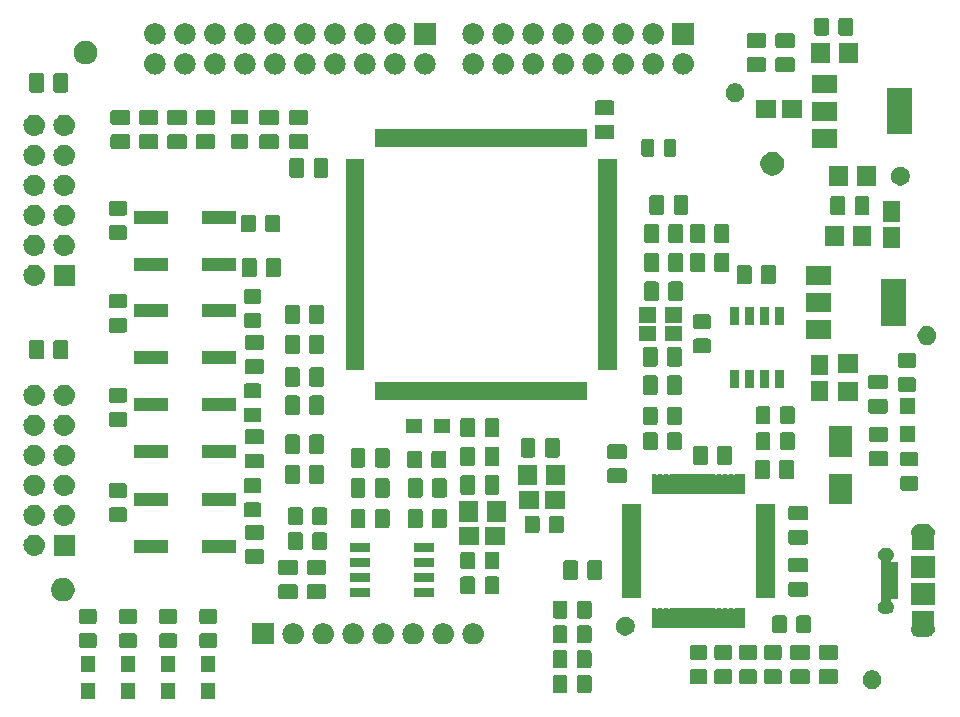
<source format=gts>
G04 #@! TF.GenerationSoftware,KiCad,Pcbnew,5.0.2-bee76a0~70~ubuntu16.04.1*
G04 #@! TF.CreationDate,2020-05-07T16:47:39-03:00*
G04 #@! TF.ProjectId,FPGA para todos,46504741-2070-4617-9261-20746f646f73,1.2*
G04 #@! TF.SameCoordinates,Original*
G04 #@! TF.FileFunction,Soldermask,Top*
G04 #@! TF.FilePolarity,Negative*
%FSLAX46Y46*%
G04 Gerber Fmt 4.6, Leading zero omitted, Abs format (unit mm)*
G04 Created by KiCad (PCBNEW 5.0.2-bee76a0~70~ubuntu16.04.1) date jue 07 may 2020 16:47:39 -03*
%MOMM*%
%LPD*%
G01*
G04 APERTURE LIST*
%ADD10C,0.100000*%
G04 APERTURE END LIST*
D10*
G04 #@! TO.C,J1*
G36*
X179450000Y-112850938D02*
X177550000Y-112850938D01*
X177550000Y-113900938D01*
X179450000Y-113900938D01*
X179450000Y-112850938D01*
G37*
G36*
X177550000Y-113900938D02*
X177550000Y-114350938D01*
X177650000Y-114350938D01*
X177900000Y-113950938D01*
X178050000Y-113900938D01*
X179000000Y-113900938D01*
X179150000Y-114000938D01*
X179450000Y-114350938D01*
X179450000Y-113900938D01*
X177550000Y-113900938D01*
G37*
G36*
X177550000Y-106600000D02*
X177550000Y-106150000D01*
X177650000Y-106150000D01*
X177900000Y-106550000D01*
X178050000Y-106600000D01*
X179000000Y-106600000D01*
X179150000Y-106500000D01*
X179450000Y-106150000D01*
X179450000Y-106600000D01*
X177550000Y-106600000D01*
G37*
G36*
X179450000Y-107650000D02*
X177550000Y-107650000D01*
X177550000Y-106600000D01*
X179450000Y-106600000D01*
X179450000Y-107650000D01*
G37*
G36*
X108401000Y-120301000D02*
X107199000Y-120301000D01*
X107199000Y-118949000D01*
X108401000Y-118949000D01*
X108401000Y-120301000D01*
X108401000Y-120301000D01*
G37*
G36*
X115201000Y-120301000D02*
X113999000Y-120301000D01*
X113999000Y-118949000D01*
X115201000Y-118949000D01*
X115201000Y-120301000D01*
X115201000Y-120301000D01*
G37*
G36*
X118601000Y-120301000D02*
X117399000Y-120301000D01*
X117399000Y-118949000D01*
X118601000Y-118949000D01*
X118601000Y-120301000D01*
X118601000Y-120301000D01*
G37*
G36*
X111801000Y-120301000D02*
X110599000Y-120301000D01*
X110599000Y-118949000D01*
X111801000Y-118949000D01*
X111801000Y-120301000D01*
X111801000Y-120301000D01*
G37*
G36*
X150302756Y-118260094D02*
X150340443Y-118271527D01*
X150375182Y-118290095D01*
X150405627Y-118315081D01*
X150430613Y-118345526D01*
X150449181Y-118380265D01*
X150460614Y-118417952D01*
X150465079Y-118463290D01*
X150465079Y-119549968D01*
X150460614Y-119595306D01*
X150449181Y-119632993D01*
X150430613Y-119667732D01*
X150405627Y-119698177D01*
X150375182Y-119723163D01*
X150340443Y-119741731D01*
X150302756Y-119753164D01*
X150257418Y-119757629D01*
X149420740Y-119757629D01*
X149375402Y-119753164D01*
X149337715Y-119741731D01*
X149302976Y-119723163D01*
X149272531Y-119698177D01*
X149247545Y-119667732D01*
X149228977Y-119632993D01*
X149217544Y-119595306D01*
X149213079Y-119549968D01*
X149213079Y-118463290D01*
X149217544Y-118417952D01*
X149228977Y-118380265D01*
X149247545Y-118345526D01*
X149272531Y-118315081D01*
X149302976Y-118290095D01*
X149337715Y-118271527D01*
X149375402Y-118260094D01*
X149420740Y-118255629D01*
X150257418Y-118255629D01*
X150302756Y-118260094D01*
X150302756Y-118260094D01*
G37*
G36*
X148252756Y-118260094D02*
X148290443Y-118271527D01*
X148325182Y-118290095D01*
X148355627Y-118315081D01*
X148380613Y-118345526D01*
X148399181Y-118380265D01*
X148410614Y-118417952D01*
X148415079Y-118463290D01*
X148415079Y-119549968D01*
X148410614Y-119595306D01*
X148399181Y-119632993D01*
X148380613Y-119667732D01*
X148355627Y-119698177D01*
X148325182Y-119723163D01*
X148290443Y-119741731D01*
X148252756Y-119753164D01*
X148207418Y-119757629D01*
X147370740Y-119757629D01*
X147325402Y-119753164D01*
X147287715Y-119741731D01*
X147252976Y-119723163D01*
X147222531Y-119698177D01*
X147197545Y-119667732D01*
X147178977Y-119632993D01*
X147167544Y-119595306D01*
X147163079Y-119549968D01*
X147163079Y-118463290D01*
X147167544Y-118417952D01*
X147178977Y-118380265D01*
X147197545Y-118345526D01*
X147222531Y-118315081D01*
X147252976Y-118290095D01*
X147287715Y-118271527D01*
X147325402Y-118260094D01*
X147370740Y-118255629D01*
X148207418Y-118255629D01*
X148252756Y-118260094D01*
X148252756Y-118260094D01*
G37*
G36*
X174433643Y-117879781D02*
X174579415Y-117940162D01*
X174710611Y-118027824D01*
X174822176Y-118139389D01*
X174909838Y-118270585D01*
X174970219Y-118416357D01*
X175001000Y-118571107D01*
X175001000Y-118728893D01*
X174970219Y-118883643D01*
X174909838Y-119029415D01*
X174822176Y-119160611D01*
X174710611Y-119272176D01*
X174579415Y-119359838D01*
X174433643Y-119420219D01*
X174278893Y-119451000D01*
X174121107Y-119451000D01*
X173966357Y-119420219D01*
X173820585Y-119359838D01*
X173689389Y-119272176D01*
X173577824Y-119160611D01*
X173490162Y-119029415D01*
X173429781Y-118883643D01*
X173399000Y-118728893D01*
X173399000Y-118571107D01*
X173429781Y-118416357D01*
X173490162Y-118270585D01*
X173577824Y-118139389D01*
X173689389Y-118027824D01*
X173820585Y-117940162D01*
X173966357Y-117879781D01*
X174121107Y-117849000D01*
X174278893Y-117849000D01*
X174433643Y-117879781D01*
X174433643Y-117879781D01*
G37*
G36*
X171164148Y-117753454D02*
X171201732Y-117764855D01*
X171236362Y-117783366D01*
X171266720Y-117808280D01*
X171291634Y-117838638D01*
X171310145Y-117873268D01*
X171321546Y-117910852D01*
X171326000Y-117956075D01*
X171326000Y-118793925D01*
X171321546Y-118839148D01*
X171310145Y-118876732D01*
X171291634Y-118911362D01*
X171266720Y-118941720D01*
X171236362Y-118966634D01*
X171201732Y-118985145D01*
X171164148Y-118996546D01*
X171118925Y-119001000D01*
X169881075Y-119001000D01*
X169835852Y-118996546D01*
X169798268Y-118985145D01*
X169763638Y-118966634D01*
X169733280Y-118941720D01*
X169708366Y-118911362D01*
X169689855Y-118876732D01*
X169678454Y-118839148D01*
X169674000Y-118793925D01*
X169674000Y-117956075D01*
X169678454Y-117910852D01*
X169689855Y-117873268D01*
X169708366Y-117838638D01*
X169733280Y-117808280D01*
X169763638Y-117783366D01*
X169798268Y-117764855D01*
X169835852Y-117753454D01*
X169881075Y-117749000D01*
X171118925Y-117749000D01*
X171164148Y-117753454D01*
X171164148Y-117753454D01*
G37*
G36*
X168764148Y-117753454D02*
X168801732Y-117764855D01*
X168836362Y-117783366D01*
X168866720Y-117808280D01*
X168891634Y-117838638D01*
X168910145Y-117873268D01*
X168921546Y-117910852D01*
X168926000Y-117956075D01*
X168926000Y-118793925D01*
X168921546Y-118839148D01*
X168910145Y-118876732D01*
X168891634Y-118911362D01*
X168866720Y-118941720D01*
X168836362Y-118966634D01*
X168801732Y-118985145D01*
X168764148Y-118996546D01*
X168718925Y-119001000D01*
X167481075Y-119001000D01*
X167435852Y-118996546D01*
X167398268Y-118985145D01*
X167363638Y-118966634D01*
X167333280Y-118941720D01*
X167308366Y-118911362D01*
X167289855Y-118876732D01*
X167278454Y-118839148D01*
X167274000Y-118793925D01*
X167274000Y-117956075D01*
X167278454Y-117910852D01*
X167289855Y-117873268D01*
X167308366Y-117838638D01*
X167333280Y-117808280D01*
X167363638Y-117783366D01*
X167398268Y-117764855D01*
X167435852Y-117753454D01*
X167481075Y-117749000D01*
X168718925Y-117749000D01*
X168764148Y-117753454D01*
X168764148Y-117753454D01*
G37*
G36*
X162188677Y-117753465D02*
X162226364Y-117764898D01*
X162261103Y-117783466D01*
X162291548Y-117808452D01*
X162316534Y-117838897D01*
X162335102Y-117873636D01*
X162346535Y-117911323D01*
X162351000Y-117956661D01*
X162351000Y-118793339D01*
X162346535Y-118838677D01*
X162335102Y-118876364D01*
X162316534Y-118911103D01*
X162291548Y-118941548D01*
X162261103Y-118966534D01*
X162226364Y-118985102D01*
X162188677Y-118996535D01*
X162143339Y-119001000D01*
X161056661Y-119001000D01*
X161011323Y-118996535D01*
X160973636Y-118985102D01*
X160938897Y-118966534D01*
X160908452Y-118941548D01*
X160883466Y-118911103D01*
X160864898Y-118876364D01*
X160853465Y-118838677D01*
X160849000Y-118793339D01*
X160849000Y-117956661D01*
X160853465Y-117911323D01*
X160864898Y-117873636D01*
X160883466Y-117838897D01*
X160908452Y-117808452D01*
X160938897Y-117783466D01*
X160973636Y-117764898D01*
X161011323Y-117753465D01*
X161056661Y-117749000D01*
X162143339Y-117749000D01*
X162188677Y-117753465D01*
X162188677Y-117753465D01*
G37*
G36*
X160088677Y-117753465D02*
X160126364Y-117764898D01*
X160161103Y-117783466D01*
X160191548Y-117808452D01*
X160216534Y-117838897D01*
X160235102Y-117873636D01*
X160246535Y-117911323D01*
X160251000Y-117956661D01*
X160251000Y-118793339D01*
X160246535Y-118838677D01*
X160235102Y-118876364D01*
X160216534Y-118911103D01*
X160191548Y-118941548D01*
X160161103Y-118966534D01*
X160126364Y-118985102D01*
X160088677Y-118996535D01*
X160043339Y-119001000D01*
X158956661Y-119001000D01*
X158911323Y-118996535D01*
X158873636Y-118985102D01*
X158838897Y-118966534D01*
X158808452Y-118941548D01*
X158783466Y-118911103D01*
X158764898Y-118876364D01*
X158753465Y-118838677D01*
X158749000Y-118793339D01*
X158749000Y-117956661D01*
X158753465Y-117911323D01*
X158764898Y-117873636D01*
X158783466Y-117838897D01*
X158808452Y-117808452D01*
X158838897Y-117783466D01*
X158873636Y-117764898D01*
X158911323Y-117753465D01*
X158956661Y-117749000D01*
X160043339Y-117749000D01*
X160088677Y-117753465D01*
X160088677Y-117753465D01*
G37*
G36*
X166388677Y-117753465D02*
X166426364Y-117764898D01*
X166461103Y-117783466D01*
X166491548Y-117808452D01*
X166516534Y-117838897D01*
X166535102Y-117873636D01*
X166546535Y-117911323D01*
X166551000Y-117956661D01*
X166551000Y-118793339D01*
X166546535Y-118838677D01*
X166535102Y-118876364D01*
X166516534Y-118911103D01*
X166491548Y-118941548D01*
X166461103Y-118966534D01*
X166426364Y-118985102D01*
X166388677Y-118996535D01*
X166343339Y-119001000D01*
X165256661Y-119001000D01*
X165211323Y-118996535D01*
X165173636Y-118985102D01*
X165138897Y-118966534D01*
X165108452Y-118941548D01*
X165083466Y-118911103D01*
X165064898Y-118876364D01*
X165053465Y-118838677D01*
X165049000Y-118793339D01*
X165049000Y-117956661D01*
X165053465Y-117911323D01*
X165064898Y-117873636D01*
X165083466Y-117838897D01*
X165108452Y-117808452D01*
X165138897Y-117783466D01*
X165173636Y-117764898D01*
X165211323Y-117753465D01*
X165256661Y-117749000D01*
X166343339Y-117749000D01*
X166388677Y-117753465D01*
X166388677Y-117753465D01*
G37*
G36*
X164288677Y-117753465D02*
X164326364Y-117764898D01*
X164361103Y-117783466D01*
X164391548Y-117808452D01*
X164416534Y-117838897D01*
X164435102Y-117873636D01*
X164446535Y-117911323D01*
X164451000Y-117956661D01*
X164451000Y-118793339D01*
X164446535Y-118838677D01*
X164435102Y-118876364D01*
X164416534Y-118911103D01*
X164391548Y-118941548D01*
X164361103Y-118966534D01*
X164326364Y-118985102D01*
X164288677Y-118996535D01*
X164243339Y-119001000D01*
X163156661Y-119001000D01*
X163111323Y-118996535D01*
X163073636Y-118985102D01*
X163038897Y-118966534D01*
X163008452Y-118941548D01*
X162983466Y-118911103D01*
X162964898Y-118876364D01*
X162953465Y-118838677D01*
X162949000Y-118793339D01*
X162949000Y-117956661D01*
X162953465Y-117911323D01*
X162964898Y-117873636D01*
X162983466Y-117838897D01*
X163008452Y-117808452D01*
X163038897Y-117783466D01*
X163073636Y-117764898D01*
X163111323Y-117753465D01*
X163156661Y-117749000D01*
X164243339Y-117749000D01*
X164288677Y-117753465D01*
X164288677Y-117753465D01*
G37*
G36*
X115201000Y-117951000D02*
X113999000Y-117951000D01*
X113999000Y-116599000D01*
X115201000Y-116599000D01*
X115201000Y-117951000D01*
X115201000Y-117951000D01*
G37*
G36*
X108401000Y-117951000D02*
X107199000Y-117951000D01*
X107199000Y-116599000D01*
X108401000Y-116599000D01*
X108401000Y-117951000D01*
X108401000Y-117951000D01*
G37*
G36*
X111801000Y-117951000D02*
X110599000Y-117951000D01*
X110599000Y-116599000D01*
X111801000Y-116599000D01*
X111801000Y-117951000D01*
X111801000Y-117951000D01*
G37*
G36*
X118601000Y-117951000D02*
X117399000Y-117951000D01*
X117399000Y-116599000D01*
X118601000Y-116599000D01*
X118601000Y-117951000D01*
X118601000Y-117951000D01*
G37*
G36*
X148238677Y-116153465D02*
X148276364Y-116164898D01*
X148311103Y-116183466D01*
X148341548Y-116208452D01*
X148366534Y-116238897D01*
X148385102Y-116273636D01*
X148396535Y-116311323D01*
X148401000Y-116356661D01*
X148401000Y-117443339D01*
X148396535Y-117488677D01*
X148385102Y-117526364D01*
X148366534Y-117561103D01*
X148341548Y-117591548D01*
X148311103Y-117616534D01*
X148276364Y-117635102D01*
X148238677Y-117646535D01*
X148193339Y-117651000D01*
X147356661Y-117651000D01*
X147311323Y-117646535D01*
X147273636Y-117635102D01*
X147238897Y-117616534D01*
X147208452Y-117591548D01*
X147183466Y-117561103D01*
X147164898Y-117526364D01*
X147153465Y-117488677D01*
X147149000Y-117443339D01*
X147149000Y-116356661D01*
X147153465Y-116311323D01*
X147164898Y-116273636D01*
X147183466Y-116238897D01*
X147208452Y-116208452D01*
X147238897Y-116183466D01*
X147273636Y-116164898D01*
X147311323Y-116153465D01*
X147356661Y-116149000D01*
X148193339Y-116149000D01*
X148238677Y-116153465D01*
X148238677Y-116153465D01*
G37*
G36*
X150288677Y-116153465D02*
X150326364Y-116164898D01*
X150361103Y-116183466D01*
X150391548Y-116208452D01*
X150416534Y-116238897D01*
X150435102Y-116273636D01*
X150446535Y-116311323D01*
X150451000Y-116356661D01*
X150451000Y-117443339D01*
X150446535Y-117488677D01*
X150435102Y-117526364D01*
X150416534Y-117561103D01*
X150391548Y-117591548D01*
X150361103Y-117616534D01*
X150326364Y-117635102D01*
X150288677Y-117646535D01*
X150243339Y-117651000D01*
X149406661Y-117651000D01*
X149361323Y-117646535D01*
X149323636Y-117635102D01*
X149288897Y-117616534D01*
X149258452Y-117591548D01*
X149233466Y-117561103D01*
X149214898Y-117526364D01*
X149203465Y-117488677D01*
X149199000Y-117443339D01*
X149199000Y-116356661D01*
X149203465Y-116311323D01*
X149214898Y-116273636D01*
X149233466Y-116238897D01*
X149258452Y-116208452D01*
X149288897Y-116183466D01*
X149323636Y-116164898D01*
X149361323Y-116153465D01*
X149406661Y-116149000D01*
X150243339Y-116149000D01*
X150288677Y-116153465D01*
X150288677Y-116153465D01*
G37*
G36*
X166388677Y-115703465D02*
X166426364Y-115714898D01*
X166461103Y-115733466D01*
X166491548Y-115758452D01*
X166516534Y-115788897D01*
X166535102Y-115823636D01*
X166546535Y-115861323D01*
X166551000Y-115906661D01*
X166551000Y-116743339D01*
X166546535Y-116788677D01*
X166535102Y-116826364D01*
X166516534Y-116861103D01*
X166491548Y-116891548D01*
X166461103Y-116916534D01*
X166426364Y-116935102D01*
X166388677Y-116946535D01*
X166343339Y-116951000D01*
X165256661Y-116951000D01*
X165211323Y-116946535D01*
X165173636Y-116935102D01*
X165138897Y-116916534D01*
X165108452Y-116891548D01*
X165083466Y-116861103D01*
X165064898Y-116826364D01*
X165053465Y-116788677D01*
X165049000Y-116743339D01*
X165049000Y-115906661D01*
X165053465Y-115861323D01*
X165064898Y-115823636D01*
X165083466Y-115788897D01*
X165108452Y-115758452D01*
X165138897Y-115733466D01*
X165173636Y-115714898D01*
X165211323Y-115703465D01*
X165256661Y-115699000D01*
X166343339Y-115699000D01*
X166388677Y-115703465D01*
X166388677Y-115703465D01*
G37*
G36*
X171164148Y-115703454D02*
X171201732Y-115714855D01*
X171236362Y-115733366D01*
X171266720Y-115758280D01*
X171291634Y-115788638D01*
X171310145Y-115823268D01*
X171321546Y-115860852D01*
X171326000Y-115906075D01*
X171326000Y-116743925D01*
X171321546Y-116789148D01*
X171310145Y-116826732D01*
X171291634Y-116861362D01*
X171266720Y-116891720D01*
X171236362Y-116916634D01*
X171201732Y-116935145D01*
X171164148Y-116946546D01*
X171118925Y-116951000D01*
X169881075Y-116951000D01*
X169835852Y-116946546D01*
X169798268Y-116935145D01*
X169763638Y-116916634D01*
X169733280Y-116891720D01*
X169708366Y-116861362D01*
X169689855Y-116826732D01*
X169678454Y-116789148D01*
X169674000Y-116743925D01*
X169674000Y-115906075D01*
X169678454Y-115860852D01*
X169689855Y-115823268D01*
X169708366Y-115788638D01*
X169733280Y-115758280D01*
X169763638Y-115733366D01*
X169798268Y-115714855D01*
X169835852Y-115703454D01*
X169881075Y-115699000D01*
X171118925Y-115699000D01*
X171164148Y-115703454D01*
X171164148Y-115703454D01*
G37*
G36*
X164288677Y-115703465D02*
X164326364Y-115714898D01*
X164361103Y-115733466D01*
X164391548Y-115758452D01*
X164416534Y-115788897D01*
X164435102Y-115823636D01*
X164446535Y-115861323D01*
X164451000Y-115906661D01*
X164451000Y-116743339D01*
X164446535Y-116788677D01*
X164435102Y-116826364D01*
X164416534Y-116861103D01*
X164391548Y-116891548D01*
X164361103Y-116916534D01*
X164326364Y-116935102D01*
X164288677Y-116946535D01*
X164243339Y-116951000D01*
X163156661Y-116951000D01*
X163111323Y-116946535D01*
X163073636Y-116935102D01*
X163038897Y-116916534D01*
X163008452Y-116891548D01*
X162983466Y-116861103D01*
X162964898Y-116826364D01*
X162953465Y-116788677D01*
X162949000Y-116743339D01*
X162949000Y-115906661D01*
X162953465Y-115861323D01*
X162964898Y-115823636D01*
X162983466Y-115788897D01*
X163008452Y-115758452D01*
X163038897Y-115733466D01*
X163073636Y-115714898D01*
X163111323Y-115703465D01*
X163156661Y-115699000D01*
X164243339Y-115699000D01*
X164288677Y-115703465D01*
X164288677Y-115703465D01*
G37*
G36*
X168764148Y-115703454D02*
X168801732Y-115714855D01*
X168836362Y-115733366D01*
X168866720Y-115758280D01*
X168891634Y-115788638D01*
X168910145Y-115823268D01*
X168921546Y-115860852D01*
X168926000Y-115906075D01*
X168926000Y-116743925D01*
X168921546Y-116789148D01*
X168910145Y-116826732D01*
X168891634Y-116861362D01*
X168866720Y-116891720D01*
X168836362Y-116916634D01*
X168801732Y-116935145D01*
X168764148Y-116946546D01*
X168718925Y-116951000D01*
X167481075Y-116951000D01*
X167435852Y-116946546D01*
X167398268Y-116935145D01*
X167363638Y-116916634D01*
X167333280Y-116891720D01*
X167308366Y-116861362D01*
X167289855Y-116826732D01*
X167278454Y-116789148D01*
X167274000Y-116743925D01*
X167274000Y-115906075D01*
X167278454Y-115860852D01*
X167289855Y-115823268D01*
X167308366Y-115788638D01*
X167333280Y-115758280D01*
X167363638Y-115733366D01*
X167398268Y-115714855D01*
X167435852Y-115703454D01*
X167481075Y-115699000D01*
X168718925Y-115699000D01*
X168764148Y-115703454D01*
X168764148Y-115703454D01*
G37*
G36*
X162188677Y-115703465D02*
X162226364Y-115714898D01*
X162261103Y-115733466D01*
X162291548Y-115758452D01*
X162316534Y-115788897D01*
X162335102Y-115823636D01*
X162346535Y-115861323D01*
X162351000Y-115906661D01*
X162351000Y-116743339D01*
X162346535Y-116788677D01*
X162335102Y-116826364D01*
X162316534Y-116861103D01*
X162291548Y-116891548D01*
X162261103Y-116916534D01*
X162226364Y-116935102D01*
X162188677Y-116946535D01*
X162143339Y-116951000D01*
X161056661Y-116951000D01*
X161011323Y-116946535D01*
X160973636Y-116935102D01*
X160938897Y-116916534D01*
X160908452Y-116891548D01*
X160883466Y-116861103D01*
X160864898Y-116826364D01*
X160853465Y-116788677D01*
X160849000Y-116743339D01*
X160849000Y-115906661D01*
X160853465Y-115861323D01*
X160864898Y-115823636D01*
X160883466Y-115788897D01*
X160908452Y-115758452D01*
X160938897Y-115733466D01*
X160973636Y-115714898D01*
X161011323Y-115703465D01*
X161056661Y-115699000D01*
X162143339Y-115699000D01*
X162188677Y-115703465D01*
X162188677Y-115703465D01*
G37*
G36*
X160088677Y-115703465D02*
X160126364Y-115714898D01*
X160161103Y-115733466D01*
X160191548Y-115758452D01*
X160216534Y-115788897D01*
X160235102Y-115823636D01*
X160246535Y-115861323D01*
X160251000Y-115906661D01*
X160251000Y-116743339D01*
X160246535Y-116788677D01*
X160235102Y-116826364D01*
X160216534Y-116861103D01*
X160191548Y-116891548D01*
X160161103Y-116916534D01*
X160126364Y-116935102D01*
X160088677Y-116946535D01*
X160043339Y-116951000D01*
X158956661Y-116951000D01*
X158911323Y-116946535D01*
X158873636Y-116935102D01*
X158838897Y-116916534D01*
X158808452Y-116891548D01*
X158783466Y-116861103D01*
X158764898Y-116826364D01*
X158753465Y-116788677D01*
X158749000Y-116743339D01*
X158749000Y-115906661D01*
X158753465Y-115861323D01*
X158764898Y-115823636D01*
X158783466Y-115788897D01*
X158808452Y-115758452D01*
X158838897Y-115733466D01*
X158873636Y-115714898D01*
X158911323Y-115703465D01*
X158956661Y-115699000D01*
X160043339Y-115699000D01*
X160088677Y-115703465D01*
X160088677Y-115703465D01*
G37*
G36*
X108388677Y-114703465D02*
X108426364Y-114714898D01*
X108461103Y-114733466D01*
X108491548Y-114758452D01*
X108516534Y-114788897D01*
X108535102Y-114823636D01*
X108546535Y-114861323D01*
X108551000Y-114906661D01*
X108551000Y-115743339D01*
X108546535Y-115788677D01*
X108535102Y-115826364D01*
X108516534Y-115861103D01*
X108491548Y-115891548D01*
X108461103Y-115916534D01*
X108426364Y-115935102D01*
X108388677Y-115946535D01*
X108343339Y-115951000D01*
X107256661Y-115951000D01*
X107211323Y-115946535D01*
X107173636Y-115935102D01*
X107138897Y-115916534D01*
X107108452Y-115891548D01*
X107083466Y-115861103D01*
X107064898Y-115826364D01*
X107053465Y-115788677D01*
X107049000Y-115743339D01*
X107049000Y-114906661D01*
X107053465Y-114861323D01*
X107064898Y-114823636D01*
X107083466Y-114788897D01*
X107108452Y-114758452D01*
X107138897Y-114733466D01*
X107173636Y-114714898D01*
X107211323Y-114703465D01*
X107256661Y-114699000D01*
X108343339Y-114699000D01*
X108388677Y-114703465D01*
X108388677Y-114703465D01*
G37*
G36*
X111788677Y-114703465D02*
X111826364Y-114714898D01*
X111861103Y-114733466D01*
X111891548Y-114758452D01*
X111916534Y-114788897D01*
X111935102Y-114823636D01*
X111946535Y-114861323D01*
X111951000Y-114906661D01*
X111951000Y-115743339D01*
X111946535Y-115788677D01*
X111935102Y-115826364D01*
X111916534Y-115861103D01*
X111891548Y-115891548D01*
X111861103Y-115916534D01*
X111826364Y-115935102D01*
X111788677Y-115946535D01*
X111743339Y-115951000D01*
X110656661Y-115951000D01*
X110611323Y-115946535D01*
X110573636Y-115935102D01*
X110538897Y-115916534D01*
X110508452Y-115891548D01*
X110483466Y-115861103D01*
X110464898Y-115826364D01*
X110453465Y-115788677D01*
X110449000Y-115743339D01*
X110449000Y-114906661D01*
X110453465Y-114861323D01*
X110464898Y-114823636D01*
X110483466Y-114788897D01*
X110508452Y-114758452D01*
X110538897Y-114733466D01*
X110573636Y-114714898D01*
X110611323Y-114703465D01*
X110656661Y-114699000D01*
X111743339Y-114699000D01*
X111788677Y-114703465D01*
X111788677Y-114703465D01*
G37*
G36*
X115188677Y-114703465D02*
X115226364Y-114714898D01*
X115261103Y-114733466D01*
X115291548Y-114758452D01*
X115316534Y-114788897D01*
X115335102Y-114823636D01*
X115346535Y-114861323D01*
X115351000Y-114906661D01*
X115351000Y-115743339D01*
X115346535Y-115788677D01*
X115335102Y-115826364D01*
X115316534Y-115861103D01*
X115291548Y-115891548D01*
X115261103Y-115916534D01*
X115226364Y-115935102D01*
X115188677Y-115946535D01*
X115143339Y-115951000D01*
X114056661Y-115951000D01*
X114011323Y-115946535D01*
X113973636Y-115935102D01*
X113938897Y-115916534D01*
X113908452Y-115891548D01*
X113883466Y-115861103D01*
X113864898Y-115826364D01*
X113853465Y-115788677D01*
X113849000Y-115743339D01*
X113849000Y-114906661D01*
X113853465Y-114861323D01*
X113864898Y-114823636D01*
X113883466Y-114788897D01*
X113908452Y-114758452D01*
X113938897Y-114733466D01*
X113973636Y-114714898D01*
X114011323Y-114703465D01*
X114056661Y-114699000D01*
X115143339Y-114699000D01*
X115188677Y-114703465D01*
X115188677Y-114703465D01*
G37*
G36*
X118588677Y-114703465D02*
X118626364Y-114714898D01*
X118661103Y-114733466D01*
X118691548Y-114758452D01*
X118716534Y-114788897D01*
X118735102Y-114823636D01*
X118746535Y-114861323D01*
X118751000Y-114906661D01*
X118751000Y-115743339D01*
X118746535Y-115788677D01*
X118735102Y-115826364D01*
X118716534Y-115861103D01*
X118691548Y-115891548D01*
X118661103Y-115916534D01*
X118626364Y-115935102D01*
X118588677Y-115946535D01*
X118543339Y-115951000D01*
X117456661Y-115951000D01*
X117411323Y-115946535D01*
X117373636Y-115935102D01*
X117338897Y-115916534D01*
X117308452Y-115891548D01*
X117283466Y-115861103D01*
X117264898Y-115826364D01*
X117253465Y-115788677D01*
X117249000Y-115743339D01*
X117249000Y-114906661D01*
X117253465Y-114861323D01*
X117264898Y-114823636D01*
X117283466Y-114788897D01*
X117308452Y-114758452D01*
X117338897Y-114733466D01*
X117373636Y-114714898D01*
X117411323Y-114703465D01*
X117456661Y-114699000D01*
X118543339Y-114699000D01*
X118588677Y-114703465D01*
X118588677Y-114703465D01*
G37*
G36*
X140526508Y-113855131D02*
X140596627Y-113862037D01*
X140672662Y-113885102D01*
X140766467Y-113913557D01*
X140890015Y-113979596D01*
X140922991Y-113997222D01*
X140952095Y-114021107D01*
X141060186Y-114109814D01*
X141139828Y-114206860D01*
X141172778Y-114247009D01*
X141172779Y-114247011D01*
X141256443Y-114403533D01*
X141256443Y-114403534D01*
X141307963Y-114573373D01*
X141325359Y-114750000D01*
X141307963Y-114926627D01*
X141281610Y-115013500D01*
X141256443Y-115096467D01*
X141182348Y-115235087D01*
X141172778Y-115252991D01*
X141151575Y-115278827D01*
X141060186Y-115390186D01*
X140973772Y-115461103D01*
X140922991Y-115502778D01*
X140922989Y-115502779D01*
X140766467Y-115586443D01*
X140709853Y-115603616D01*
X140596627Y-115637963D01*
X140530443Y-115644481D01*
X140464260Y-115651000D01*
X140375740Y-115651000D01*
X140309557Y-115644481D01*
X140243373Y-115637963D01*
X140130147Y-115603616D01*
X140073533Y-115586443D01*
X139917011Y-115502779D01*
X139917009Y-115502778D01*
X139866228Y-115461103D01*
X139779814Y-115390186D01*
X139688425Y-115278827D01*
X139667222Y-115252991D01*
X139657652Y-115235087D01*
X139583557Y-115096467D01*
X139558390Y-115013500D01*
X139532037Y-114926627D01*
X139514641Y-114750000D01*
X139532037Y-114573373D01*
X139583557Y-114403534D01*
X139583557Y-114403533D01*
X139667221Y-114247011D01*
X139667222Y-114247009D01*
X139700172Y-114206860D01*
X139779814Y-114109814D01*
X139887905Y-114021107D01*
X139917009Y-113997222D01*
X139949985Y-113979596D01*
X140073533Y-113913557D01*
X140167338Y-113885102D01*
X140243373Y-113862037D01*
X140313492Y-113855131D01*
X140375740Y-113849000D01*
X140464260Y-113849000D01*
X140526508Y-113855131D01*
X140526508Y-113855131D01*
G37*
G36*
X132906508Y-113855131D02*
X132976627Y-113862037D01*
X133052662Y-113885102D01*
X133146467Y-113913557D01*
X133270015Y-113979596D01*
X133302991Y-113997222D01*
X133332095Y-114021107D01*
X133440186Y-114109814D01*
X133519828Y-114206860D01*
X133552778Y-114247009D01*
X133552779Y-114247011D01*
X133636443Y-114403533D01*
X133636443Y-114403534D01*
X133687963Y-114573373D01*
X133705359Y-114750000D01*
X133687963Y-114926627D01*
X133661610Y-115013500D01*
X133636443Y-115096467D01*
X133562348Y-115235087D01*
X133552778Y-115252991D01*
X133531575Y-115278827D01*
X133440186Y-115390186D01*
X133353772Y-115461103D01*
X133302991Y-115502778D01*
X133302989Y-115502779D01*
X133146467Y-115586443D01*
X133089853Y-115603616D01*
X132976627Y-115637963D01*
X132910443Y-115644481D01*
X132844260Y-115651000D01*
X132755740Y-115651000D01*
X132689557Y-115644481D01*
X132623373Y-115637963D01*
X132510147Y-115603616D01*
X132453533Y-115586443D01*
X132297011Y-115502779D01*
X132297009Y-115502778D01*
X132246228Y-115461103D01*
X132159814Y-115390186D01*
X132068425Y-115278827D01*
X132047222Y-115252991D01*
X132037652Y-115235087D01*
X131963557Y-115096467D01*
X131938390Y-115013500D01*
X131912037Y-114926627D01*
X131894641Y-114750000D01*
X131912037Y-114573373D01*
X131963557Y-114403534D01*
X131963557Y-114403533D01*
X132047221Y-114247011D01*
X132047222Y-114247009D01*
X132080172Y-114206860D01*
X132159814Y-114109814D01*
X132267905Y-114021107D01*
X132297009Y-113997222D01*
X132329985Y-113979596D01*
X132453533Y-113913557D01*
X132547338Y-113885102D01*
X132623373Y-113862037D01*
X132693492Y-113855131D01*
X132755740Y-113849000D01*
X132844260Y-113849000D01*
X132906508Y-113855131D01*
X132906508Y-113855131D01*
G37*
G36*
X130366508Y-113855131D02*
X130436627Y-113862037D01*
X130512662Y-113885102D01*
X130606467Y-113913557D01*
X130730015Y-113979596D01*
X130762991Y-113997222D01*
X130792095Y-114021107D01*
X130900186Y-114109814D01*
X130979828Y-114206860D01*
X131012778Y-114247009D01*
X131012779Y-114247011D01*
X131096443Y-114403533D01*
X131096443Y-114403534D01*
X131147963Y-114573373D01*
X131165359Y-114750000D01*
X131147963Y-114926627D01*
X131121610Y-115013500D01*
X131096443Y-115096467D01*
X131022348Y-115235087D01*
X131012778Y-115252991D01*
X130991575Y-115278827D01*
X130900186Y-115390186D01*
X130813772Y-115461103D01*
X130762991Y-115502778D01*
X130762989Y-115502779D01*
X130606467Y-115586443D01*
X130549853Y-115603616D01*
X130436627Y-115637963D01*
X130370443Y-115644481D01*
X130304260Y-115651000D01*
X130215740Y-115651000D01*
X130149557Y-115644481D01*
X130083373Y-115637963D01*
X129970147Y-115603616D01*
X129913533Y-115586443D01*
X129757011Y-115502779D01*
X129757009Y-115502778D01*
X129706228Y-115461103D01*
X129619814Y-115390186D01*
X129528425Y-115278827D01*
X129507222Y-115252991D01*
X129497652Y-115235087D01*
X129423557Y-115096467D01*
X129398390Y-115013500D01*
X129372037Y-114926627D01*
X129354641Y-114750000D01*
X129372037Y-114573373D01*
X129423557Y-114403534D01*
X129423557Y-114403533D01*
X129507221Y-114247011D01*
X129507222Y-114247009D01*
X129540172Y-114206860D01*
X129619814Y-114109814D01*
X129727905Y-114021107D01*
X129757009Y-113997222D01*
X129789985Y-113979596D01*
X129913533Y-113913557D01*
X130007338Y-113885102D01*
X130083373Y-113862037D01*
X130153492Y-113855131D01*
X130215740Y-113849000D01*
X130304260Y-113849000D01*
X130366508Y-113855131D01*
X130366508Y-113855131D01*
G37*
G36*
X127826508Y-113855131D02*
X127896627Y-113862037D01*
X127972662Y-113885102D01*
X128066467Y-113913557D01*
X128190015Y-113979596D01*
X128222991Y-113997222D01*
X128252095Y-114021107D01*
X128360186Y-114109814D01*
X128439828Y-114206860D01*
X128472778Y-114247009D01*
X128472779Y-114247011D01*
X128556443Y-114403533D01*
X128556443Y-114403534D01*
X128607963Y-114573373D01*
X128625359Y-114750000D01*
X128607963Y-114926627D01*
X128581610Y-115013500D01*
X128556443Y-115096467D01*
X128482348Y-115235087D01*
X128472778Y-115252991D01*
X128451575Y-115278827D01*
X128360186Y-115390186D01*
X128273772Y-115461103D01*
X128222991Y-115502778D01*
X128222989Y-115502779D01*
X128066467Y-115586443D01*
X128009853Y-115603616D01*
X127896627Y-115637963D01*
X127830443Y-115644481D01*
X127764260Y-115651000D01*
X127675740Y-115651000D01*
X127609557Y-115644481D01*
X127543373Y-115637963D01*
X127430147Y-115603616D01*
X127373533Y-115586443D01*
X127217011Y-115502779D01*
X127217009Y-115502778D01*
X127166228Y-115461103D01*
X127079814Y-115390186D01*
X126988425Y-115278827D01*
X126967222Y-115252991D01*
X126957652Y-115235087D01*
X126883557Y-115096467D01*
X126858390Y-115013500D01*
X126832037Y-114926627D01*
X126814641Y-114750000D01*
X126832037Y-114573373D01*
X126883557Y-114403534D01*
X126883557Y-114403533D01*
X126967221Y-114247011D01*
X126967222Y-114247009D01*
X127000172Y-114206860D01*
X127079814Y-114109814D01*
X127187905Y-114021107D01*
X127217009Y-113997222D01*
X127249985Y-113979596D01*
X127373533Y-113913557D01*
X127467338Y-113885102D01*
X127543373Y-113862037D01*
X127613492Y-113855131D01*
X127675740Y-113849000D01*
X127764260Y-113849000D01*
X127826508Y-113855131D01*
X127826508Y-113855131D01*
G37*
G36*
X125286508Y-113855131D02*
X125356627Y-113862037D01*
X125432662Y-113885102D01*
X125526467Y-113913557D01*
X125650015Y-113979596D01*
X125682991Y-113997222D01*
X125712095Y-114021107D01*
X125820186Y-114109814D01*
X125899828Y-114206860D01*
X125932778Y-114247009D01*
X125932779Y-114247011D01*
X126016443Y-114403533D01*
X126016443Y-114403534D01*
X126067963Y-114573373D01*
X126085359Y-114750000D01*
X126067963Y-114926627D01*
X126041610Y-115013500D01*
X126016443Y-115096467D01*
X125942348Y-115235087D01*
X125932778Y-115252991D01*
X125911575Y-115278827D01*
X125820186Y-115390186D01*
X125733772Y-115461103D01*
X125682991Y-115502778D01*
X125682989Y-115502779D01*
X125526467Y-115586443D01*
X125469853Y-115603616D01*
X125356627Y-115637963D01*
X125290443Y-115644481D01*
X125224260Y-115651000D01*
X125135740Y-115651000D01*
X125069557Y-115644481D01*
X125003373Y-115637963D01*
X124890147Y-115603616D01*
X124833533Y-115586443D01*
X124677011Y-115502779D01*
X124677009Y-115502778D01*
X124626228Y-115461103D01*
X124539814Y-115390186D01*
X124448425Y-115278827D01*
X124427222Y-115252991D01*
X124417652Y-115235087D01*
X124343557Y-115096467D01*
X124318390Y-115013500D01*
X124292037Y-114926627D01*
X124274641Y-114750000D01*
X124292037Y-114573373D01*
X124343557Y-114403534D01*
X124343557Y-114403533D01*
X124427221Y-114247011D01*
X124427222Y-114247009D01*
X124460172Y-114206860D01*
X124539814Y-114109814D01*
X124647905Y-114021107D01*
X124677009Y-113997222D01*
X124709985Y-113979596D01*
X124833533Y-113913557D01*
X124927338Y-113885102D01*
X125003373Y-113862037D01*
X125073492Y-113855131D01*
X125135740Y-113849000D01*
X125224260Y-113849000D01*
X125286508Y-113855131D01*
X125286508Y-113855131D01*
G37*
G36*
X123541000Y-115651000D02*
X121739000Y-115651000D01*
X121739000Y-113849000D01*
X123541000Y-113849000D01*
X123541000Y-115651000D01*
X123541000Y-115651000D01*
G37*
G36*
X135446508Y-113855131D02*
X135516627Y-113862037D01*
X135592662Y-113885102D01*
X135686467Y-113913557D01*
X135810015Y-113979596D01*
X135842991Y-113997222D01*
X135872095Y-114021107D01*
X135980186Y-114109814D01*
X136059828Y-114206860D01*
X136092778Y-114247009D01*
X136092779Y-114247011D01*
X136176443Y-114403533D01*
X136176443Y-114403534D01*
X136227963Y-114573373D01*
X136245359Y-114750000D01*
X136227963Y-114926627D01*
X136201610Y-115013500D01*
X136176443Y-115096467D01*
X136102348Y-115235087D01*
X136092778Y-115252991D01*
X136071575Y-115278827D01*
X135980186Y-115390186D01*
X135893772Y-115461103D01*
X135842991Y-115502778D01*
X135842989Y-115502779D01*
X135686467Y-115586443D01*
X135629853Y-115603616D01*
X135516627Y-115637963D01*
X135450443Y-115644481D01*
X135384260Y-115651000D01*
X135295740Y-115651000D01*
X135229557Y-115644481D01*
X135163373Y-115637963D01*
X135050147Y-115603616D01*
X134993533Y-115586443D01*
X134837011Y-115502779D01*
X134837009Y-115502778D01*
X134786228Y-115461103D01*
X134699814Y-115390186D01*
X134608425Y-115278827D01*
X134587222Y-115252991D01*
X134577652Y-115235087D01*
X134503557Y-115096467D01*
X134478390Y-115013500D01*
X134452037Y-114926627D01*
X134434641Y-114750000D01*
X134452037Y-114573373D01*
X134503557Y-114403534D01*
X134503557Y-114403533D01*
X134587221Y-114247011D01*
X134587222Y-114247009D01*
X134620172Y-114206860D01*
X134699814Y-114109814D01*
X134807905Y-114021107D01*
X134837009Y-113997222D01*
X134869985Y-113979596D01*
X134993533Y-113913557D01*
X135087338Y-113885102D01*
X135163373Y-113862037D01*
X135233492Y-113855131D01*
X135295740Y-113849000D01*
X135384260Y-113849000D01*
X135446508Y-113855131D01*
X135446508Y-113855131D01*
G37*
G36*
X137986508Y-113855131D02*
X138056627Y-113862037D01*
X138132662Y-113885102D01*
X138226467Y-113913557D01*
X138350015Y-113979596D01*
X138382991Y-113997222D01*
X138412095Y-114021107D01*
X138520186Y-114109814D01*
X138599828Y-114206860D01*
X138632778Y-114247009D01*
X138632779Y-114247011D01*
X138716443Y-114403533D01*
X138716443Y-114403534D01*
X138767963Y-114573373D01*
X138785359Y-114750000D01*
X138767963Y-114926627D01*
X138741610Y-115013500D01*
X138716443Y-115096467D01*
X138642348Y-115235087D01*
X138632778Y-115252991D01*
X138611575Y-115278827D01*
X138520186Y-115390186D01*
X138433772Y-115461103D01*
X138382991Y-115502778D01*
X138382989Y-115502779D01*
X138226467Y-115586443D01*
X138169853Y-115603616D01*
X138056627Y-115637963D01*
X137990443Y-115644481D01*
X137924260Y-115651000D01*
X137835740Y-115651000D01*
X137769557Y-115644481D01*
X137703373Y-115637963D01*
X137590147Y-115603616D01*
X137533533Y-115586443D01*
X137377011Y-115502779D01*
X137377009Y-115502778D01*
X137326228Y-115461103D01*
X137239814Y-115390186D01*
X137148425Y-115278827D01*
X137127222Y-115252991D01*
X137117652Y-115235087D01*
X137043557Y-115096467D01*
X137018390Y-115013500D01*
X136992037Y-114926627D01*
X136974641Y-114750000D01*
X136992037Y-114573373D01*
X137043557Y-114403534D01*
X137043557Y-114403533D01*
X137127221Y-114247011D01*
X137127222Y-114247009D01*
X137160172Y-114206860D01*
X137239814Y-114109814D01*
X137347905Y-114021107D01*
X137377009Y-113997222D01*
X137409985Y-113979596D01*
X137533533Y-113913557D01*
X137627338Y-113885102D01*
X137703373Y-113862037D01*
X137773492Y-113855131D01*
X137835740Y-113849000D01*
X137924260Y-113849000D01*
X137986508Y-113855131D01*
X137986508Y-113855131D01*
G37*
G36*
X148238677Y-114053465D02*
X148276364Y-114064898D01*
X148311103Y-114083466D01*
X148341548Y-114108452D01*
X148366534Y-114138897D01*
X148385102Y-114173636D01*
X148396535Y-114211323D01*
X148401000Y-114256661D01*
X148401000Y-115343339D01*
X148396535Y-115388677D01*
X148385102Y-115426364D01*
X148366534Y-115461103D01*
X148341548Y-115491548D01*
X148311103Y-115516534D01*
X148276364Y-115535102D01*
X148238677Y-115546535D01*
X148193339Y-115551000D01*
X147356661Y-115551000D01*
X147311323Y-115546535D01*
X147273636Y-115535102D01*
X147238897Y-115516534D01*
X147208452Y-115491548D01*
X147183466Y-115461103D01*
X147164898Y-115426364D01*
X147153465Y-115388677D01*
X147149000Y-115343339D01*
X147149000Y-114256661D01*
X147153465Y-114211323D01*
X147164898Y-114173636D01*
X147183466Y-114138897D01*
X147208452Y-114108452D01*
X147238897Y-114083466D01*
X147273636Y-114064898D01*
X147311323Y-114053465D01*
X147356661Y-114049000D01*
X148193339Y-114049000D01*
X148238677Y-114053465D01*
X148238677Y-114053465D01*
G37*
G36*
X150288677Y-114053465D02*
X150326364Y-114064898D01*
X150361103Y-114083466D01*
X150391548Y-114108452D01*
X150416534Y-114138897D01*
X150435102Y-114173636D01*
X150446535Y-114211323D01*
X150451000Y-114256661D01*
X150451000Y-115343339D01*
X150446535Y-115388677D01*
X150435102Y-115426364D01*
X150416534Y-115461103D01*
X150391548Y-115491548D01*
X150361103Y-115516534D01*
X150326364Y-115535102D01*
X150288677Y-115546535D01*
X150243339Y-115551000D01*
X149406661Y-115551000D01*
X149361323Y-115546535D01*
X149323636Y-115535102D01*
X149288897Y-115516534D01*
X149258452Y-115491548D01*
X149233466Y-115461103D01*
X149214898Y-115426364D01*
X149203465Y-115388677D01*
X149199000Y-115343339D01*
X149199000Y-114256661D01*
X149203465Y-114211323D01*
X149214898Y-114173636D01*
X149233466Y-114138897D01*
X149258452Y-114108452D01*
X149288897Y-114083466D01*
X149323636Y-114064898D01*
X149361323Y-114053465D01*
X149406661Y-114049000D01*
X150243339Y-114049000D01*
X150288677Y-114053465D01*
X150288677Y-114053465D01*
G37*
G36*
X178967567Y-113696100D02*
X179092640Y-113734040D01*
X179207903Y-113795650D01*
X179308935Y-113878565D01*
X179391850Y-113979597D01*
X179453460Y-114094860D01*
X179491400Y-114219933D01*
X179504210Y-114350000D01*
X179491400Y-114480067D01*
X179453460Y-114605140D01*
X179391850Y-114720403D01*
X179308935Y-114821435D01*
X179207903Y-114904350D01*
X179092640Y-114965960D01*
X178967567Y-115003900D01*
X178870095Y-115013500D01*
X178129905Y-115013500D01*
X178032433Y-115003900D01*
X177907360Y-114965960D01*
X177792097Y-114904350D01*
X177691065Y-114821435D01*
X177608150Y-114720403D01*
X177546540Y-114605140D01*
X177508600Y-114480067D01*
X177495790Y-114350000D01*
X177508600Y-114219933D01*
X177546540Y-114094860D01*
X177608150Y-113979597D01*
X177691065Y-113878565D01*
X177792097Y-113795650D01*
X177907360Y-113734040D01*
X178032433Y-113696100D01*
X178129905Y-113686500D01*
X178870095Y-113686500D01*
X178967567Y-113696100D01*
X178967567Y-113696100D01*
G37*
G36*
X153533643Y-113329781D02*
X153679415Y-113390162D01*
X153810611Y-113477824D01*
X153922176Y-113589389D01*
X154009838Y-113720585D01*
X154070219Y-113866357D01*
X154101000Y-114021107D01*
X154101000Y-114178893D01*
X154070219Y-114333643D01*
X154009838Y-114479415D01*
X153922176Y-114610611D01*
X153810611Y-114722176D01*
X153679415Y-114809838D01*
X153533643Y-114870219D01*
X153378893Y-114901000D01*
X153221107Y-114901000D01*
X153066357Y-114870219D01*
X152920585Y-114809838D01*
X152789389Y-114722176D01*
X152677824Y-114610611D01*
X152590162Y-114479415D01*
X152529781Y-114333643D01*
X152499000Y-114178893D01*
X152499000Y-114021107D01*
X152529781Y-113866357D01*
X152590162Y-113720585D01*
X152677824Y-113589389D01*
X152789389Y-113477824D01*
X152920585Y-113390162D01*
X153066357Y-113329781D01*
X153221107Y-113299000D01*
X153378893Y-113299000D01*
X153533643Y-113329781D01*
X153533643Y-113329781D01*
G37*
G36*
X166838677Y-113203465D02*
X166876364Y-113214898D01*
X166911103Y-113233466D01*
X166941548Y-113258452D01*
X166966534Y-113288897D01*
X166985102Y-113323636D01*
X166996535Y-113361323D01*
X167001000Y-113406661D01*
X167001000Y-114493339D01*
X166996535Y-114538677D01*
X166985102Y-114576364D01*
X166966534Y-114611103D01*
X166941548Y-114641548D01*
X166911103Y-114666534D01*
X166876364Y-114685102D01*
X166838677Y-114696535D01*
X166793339Y-114701000D01*
X165956661Y-114701000D01*
X165911323Y-114696535D01*
X165873636Y-114685102D01*
X165838897Y-114666534D01*
X165808452Y-114641548D01*
X165783466Y-114611103D01*
X165764898Y-114576364D01*
X165753465Y-114538677D01*
X165749000Y-114493339D01*
X165749000Y-113406661D01*
X165753465Y-113361323D01*
X165764898Y-113323636D01*
X165783466Y-113288897D01*
X165808452Y-113258452D01*
X165838897Y-113233466D01*
X165873636Y-113214898D01*
X165911323Y-113203465D01*
X165956661Y-113199000D01*
X166793339Y-113199000D01*
X166838677Y-113203465D01*
X166838677Y-113203465D01*
G37*
G36*
X168888677Y-113203465D02*
X168926364Y-113214898D01*
X168961103Y-113233466D01*
X168991548Y-113258452D01*
X169016534Y-113288897D01*
X169035102Y-113323636D01*
X169046535Y-113361323D01*
X169051000Y-113406661D01*
X169051000Y-114493339D01*
X169046535Y-114538677D01*
X169035102Y-114576364D01*
X169016534Y-114611103D01*
X168991548Y-114641548D01*
X168961103Y-114666534D01*
X168926364Y-114685102D01*
X168888677Y-114696535D01*
X168843339Y-114701000D01*
X168006661Y-114701000D01*
X167961323Y-114696535D01*
X167923636Y-114685102D01*
X167888897Y-114666534D01*
X167858452Y-114641548D01*
X167833466Y-114611103D01*
X167814898Y-114576364D01*
X167803465Y-114538677D01*
X167799000Y-114493339D01*
X167799000Y-113406661D01*
X167803465Y-113361323D01*
X167814898Y-113323636D01*
X167833466Y-113288897D01*
X167858452Y-113258452D01*
X167888897Y-113233466D01*
X167923636Y-113214898D01*
X167961323Y-113203465D01*
X168006661Y-113199000D01*
X168843339Y-113199000D01*
X168888677Y-113203465D01*
X168888677Y-113203465D01*
G37*
G36*
X155920293Y-112600323D02*
X155927311Y-112602452D01*
X155941080Y-112609811D01*
X155963719Y-112619187D01*
X155987753Y-112623967D01*
X156012257Y-112623966D01*
X156036290Y-112619184D01*
X156058920Y-112609811D01*
X156072689Y-112602452D01*
X156079707Y-112600323D01*
X156093140Y-112599000D01*
X156406860Y-112599000D01*
X156420293Y-112600323D01*
X156427311Y-112602452D01*
X156441080Y-112609811D01*
X156463719Y-112619187D01*
X156487753Y-112623967D01*
X156512257Y-112623966D01*
X156536290Y-112619184D01*
X156558920Y-112609811D01*
X156572689Y-112602452D01*
X156579707Y-112600323D01*
X156593140Y-112599000D01*
X156906860Y-112599000D01*
X156920293Y-112600323D01*
X156927311Y-112602452D01*
X156941080Y-112609811D01*
X156963719Y-112619187D01*
X156987753Y-112623967D01*
X157012257Y-112623966D01*
X157036290Y-112619184D01*
X157058920Y-112609811D01*
X157072689Y-112602452D01*
X157079707Y-112600323D01*
X157093140Y-112599000D01*
X157406860Y-112599000D01*
X157420293Y-112600323D01*
X157427311Y-112602452D01*
X157441080Y-112609811D01*
X157463719Y-112619187D01*
X157487753Y-112623967D01*
X157512257Y-112623966D01*
X157536290Y-112619184D01*
X157558920Y-112609811D01*
X157572689Y-112602452D01*
X157579707Y-112600323D01*
X157593140Y-112599000D01*
X157906860Y-112599000D01*
X157920293Y-112600323D01*
X157927311Y-112602452D01*
X157941080Y-112609811D01*
X157963719Y-112619187D01*
X157987753Y-112623967D01*
X158012257Y-112623966D01*
X158036290Y-112619184D01*
X158058920Y-112609811D01*
X158072689Y-112602452D01*
X158079707Y-112600323D01*
X158093140Y-112599000D01*
X158406860Y-112599000D01*
X158420293Y-112600323D01*
X158427311Y-112602452D01*
X158441080Y-112609811D01*
X158463719Y-112619187D01*
X158487753Y-112623967D01*
X158512257Y-112623966D01*
X158536290Y-112619184D01*
X158558920Y-112609811D01*
X158572689Y-112602452D01*
X158579707Y-112600323D01*
X158593140Y-112599000D01*
X158906860Y-112599000D01*
X158920293Y-112600323D01*
X158927311Y-112602452D01*
X158941080Y-112609811D01*
X158963719Y-112619187D01*
X158987753Y-112623967D01*
X159012257Y-112623966D01*
X159036290Y-112619184D01*
X159058920Y-112609811D01*
X159072689Y-112602452D01*
X159079707Y-112600323D01*
X159093140Y-112599000D01*
X159406860Y-112599000D01*
X159420293Y-112600323D01*
X159427311Y-112602452D01*
X159441080Y-112609811D01*
X159463719Y-112619187D01*
X159487753Y-112623967D01*
X159512257Y-112623966D01*
X159536290Y-112619184D01*
X159558920Y-112609811D01*
X159572689Y-112602452D01*
X159579707Y-112600323D01*
X159593140Y-112599000D01*
X159906860Y-112599000D01*
X159920293Y-112600323D01*
X159927311Y-112602452D01*
X159941080Y-112609811D01*
X159963719Y-112619187D01*
X159987753Y-112623967D01*
X160012257Y-112623966D01*
X160036290Y-112619184D01*
X160058920Y-112609811D01*
X160072689Y-112602452D01*
X160079707Y-112600323D01*
X160093140Y-112599000D01*
X160406860Y-112599000D01*
X160420293Y-112600323D01*
X160427311Y-112602452D01*
X160441080Y-112609811D01*
X160463719Y-112619187D01*
X160487753Y-112623967D01*
X160512257Y-112623966D01*
X160536290Y-112619184D01*
X160558920Y-112609811D01*
X160572689Y-112602452D01*
X160579707Y-112600323D01*
X160593140Y-112599000D01*
X160906860Y-112599000D01*
X160920293Y-112600323D01*
X160927311Y-112602452D01*
X160941080Y-112609811D01*
X160963719Y-112619187D01*
X160987753Y-112623967D01*
X161012257Y-112623966D01*
X161036290Y-112619184D01*
X161058920Y-112609811D01*
X161072689Y-112602452D01*
X161079707Y-112600323D01*
X161093140Y-112599000D01*
X161406860Y-112599000D01*
X161420293Y-112600323D01*
X161427311Y-112602452D01*
X161441080Y-112609811D01*
X161463719Y-112619187D01*
X161487753Y-112623967D01*
X161512257Y-112623966D01*
X161536290Y-112619184D01*
X161558920Y-112609811D01*
X161572689Y-112602452D01*
X161579707Y-112600323D01*
X161593140Y-112599000D01*
X161906860Y-112599000D01*
X161920293Y-112600323D01*
X161927311Y-112602452D01*
X161941080Y-112609811D01*
X161963719Y-112619187D01*
X161987753Y-112623967D01*
X162012257Y-112623966D01*
X162036290Y-112619184D01*
X162058920Y-112609811D01*
X162072689Y-112602452D01*
X162079707Y-112600323D01*
X162093140Y-112599000D01*
X162406860Y-112599000D01*
X162420293Y-112600323D01*
X162427311Y-112602452D01*
X162441080Y-112609811D01*
X162463719Y-112619187D01*
X162487753Y-112623967D01*
X162512257Y-112623966D01*
X162536290Y-112619184D01*
X162558920Y-112609811D01*
X162572689Y-112602452D01*
X162579707Y-112600323D01*
X162593140Y-112599000D01*
X162906860Y-112599000D01*
X162920293Y-112600323D01*
X162927311Y-112602452D01*
X162941080Y-112609811D01*
X162963719Y-112619187D01*
X162987753Y-112623967D01*
X163012257Y-112623966D01*
X163036290Y-112619184D01*
X163058920Y-112609811D01*
X163072689Y-112602452D01*
X163079707Y-112600323D01*
X163093140Y-112599000D01*
X163406860Y-112599000D01*
X163420293Y-112600323D01*
X163427312Y-112602452D01*
X163433775Y-112605907D01*
X163439442Y-112610558D01*
X163444093Y-112616225D01*
X163447548Y-112622688D01*
X163449677Y-112629707D01*
X163451000Y-112643140D01*
X163451000Y-114206860D01*
X163449677Y-114220293D01*
X163447548Y-114227312D01*
X163444093Y-114233775D01*
X163439442Y-114239442D01*
X163433775Y-114244093D01*
X163427312Y-114247548D01*
X163420293Y-114249677D01*
X163406860Y-114251000D01*
X163093140Y-114251000D01*
X163079707Y-114249677D01*
X163072689Y-114247548D01*
X163058920Y-114240189D01*
X163036281Y-114230813D01*
X163012247Y-114226033D01*
X162987743Y-114226034D01*
X162963710Y-114230816D01*
X162941080Y-114240189D01*
X162927311Y-114247548D01*
X162920293Y-114249677D01*
X162906860Y-114251000D01*
X162593140Y-114251000D01*
X162579707Y-114249677D01*
X162572689Y-114247548D01*
X162558920Y-114240189D01*
X162536281Y-114230813D01*
X162512247Y-114226033D01*
X162487743Y-114226034D01*
X162463710Y-114230816D01*
X162441080Y-114240189D01*
X162427311Y-114247548D01*
X162420293Y-114249677D01*
X162406860Y-114251000D01*
X162093140Y-114251000D01*
X162079707Y-114249677D01*
X162072689Y-114247548D01*
X162058920Y-114240189D01*
X162036281Y-114230813D01*
X162012247Y-114226033D01*
X161987743Y-114226034D01*
X161963710Y-114230816D01*
X161941080Y-114240189D01*
X161927311Y-114247548D01*
X161920293Y-114249677D01*
X161906860Y-114251000D01*
X161593140Y-114251000D01*
X161579707Y-114249677D01*
X161572689Y-114247548D01*
X161558920Y-114240189D01*
X161536281Y-114230813D01*
X161512247Y-114226033D01*
X161487743Y-114226034D01*
X161463710Y-114230816D01*
X161441080Y-114240189D01*
X161427311Y-114247548D01*
X161420293Y-114249677D01*
X161406860Y-114251000D01*
X161093140Y-114251000D01*
X161079707Y-114249677D01*
X161072689Y-114247548D01*
X161058920Y-114240189D01*
X161036281Y-114230813D01*
X161012247Y-114226033D01*
X160987743Y-114226034D01*
X160963710Y-114230816D01*
X160941080Y-114240189D01*
X160927311Y-114247548D01*
X160920293Y-114249677D01*
X160906860Y-114251000D01*
X160593140Y-114251000D01*
X160579707Y-114249677D01*
X160572689Y-114247548D01*
X160558920Y-114240189D01*
X160536281Y-114230813D01*
X160512247Y-114226033D01*
X160487743Y-114226034D01*
X160463710Y-114230816D01*
X160441080Y-114240189D01*
X160427311Y-114247548D01*
X160420293Y-114249677D01*
X160406860Y-114251000D01*
X160093140Y-114251000D01*
X160079707Y-114249677D01*
X160072689Y-114247548D01*
X160058920Y-114240189D01*
X160036281Y-114230813D01*
X160012247Y-114226033D01*
X159987743Y-114226034D01*
X159963710Y-114230816D01*
X159941080Y-114240189D01*
X159927311Y-114247548D01*
X159920293Y-114249677D01*
X159906860Y-114251000D01*
X159593140Y-114251000D01*
X159579707Y-114249677D01*
X159572689Y-114247548D01*
X159558920Y-114240189D01*
X159536281Y-114230813D01*
X159512247Y-114226033D01*
X159487743Y-114226034D01*
X159463710Y-114230816D01*
X159441080Y-114240189D01*
X159427311Y-114247548D01*
X159420293Y-114249677D01*
X159406860Y-114251000D01*
X159093140Y-114251000D01*
X159079707Y-114249677D01*
X159072689Y-114247548D01*
X159058920Y-114240189D01*
X159036281Y-114230813D01*
X159012247Y-114226033D01*
X158987743Y-114226034D01*
X158963710Y-114230816D01*
X158941080Y-114240189D01*
X158927311Y-114247548D01*
X158920293Y-114249677D01*
X158906860Y-114251000D01*
X158593140Y-114251000D01*
X158579707Y-114249677D01*
X158572689Y-114247548D01*
X158558920Y-114240189D01*
X158536281Y-114230813D01*
X158512247Y-114226033D01*
X158487743Y-114226034D01*
X158463710Y-114230816D01*
X158441080Y-114240189D01*
X158427311Y-114247548D01*
X158420293Y-114249677D01*
X158406860Y-114251000D01*
X158093140Y-114251000D01*
X158079707Y-114249677D01*
X158072689Y-114247548D01*
X158058920Y-114240189D01*
X158036281Y-114230813D01*
X158012247Y-114226033D01*
X157987743Y-114226034D01*
X157963710Y-114230816D01*
X157941080Y-114240189D01*
X157927311Y-114247548D01*
X157920293Y-114249677D01*
X157906860Y-114251000D01*
X157593140Y-114251000D01*
X157579707Y-114249677D01*
X157572689Y-114247548D01*
X157558920Y-114240189D01*
X157536281Y-114230813D01*
X157512247Y-114226033D01*
X157487743Y-114226034D01*
X157463710Y-114230816D01*
X157441080Y-114240189D01*
X157427311Y-114247548D01*
X157420293Y-114249677D01*
X157406860Y-114251000D01*
X157093140Y-114251000D01*
X157079707Y-114249677D01*
X157072689Y-114247548D01*
X157058920Y-114240189D01*
X157036281Y-114230813D01*
X157012247Y-114226033D01*
X156987743Y-114226034D01*
X156963710Y-114230816D01*
X156941080Y-114240189D01*
X156927311Y-114247548D01*
X156920293Y-114249677D01*
X156906860Y-114251000D01*
X156593140Y-114251000D01*
X156579707Y-114249677D01*
X156572689Y-114247548D01*
X156558920Y-114240189D01*
X156536281Y-114230813D01*
X156512247Y-114226033D01*
X156487743Y-114226034D01*
X156463710Y-114230816D01*
X156441080Y-114240189D01*
X156427311Y-114247548D01*
X156420293Y-114249677D01*
X156406860Y-114251000D01*
X156093140Y-114251000D01*
X156079707Y-114249677D01*
X156072689Y-114247548D01*
X156058920Y-114240189D01*
X156036281Y-114230813D01*
X156012247Y-114226033D01*
X155987743Y-114226034D01*
X155963710Y-114230816D01*
X155941080Y-114240189D01*
X155927311Y-114247548D01*
X155920293Y-114249677D01*
X155906860Y-114251000D01*
X155593140Y-114251000D01*
X155579707Y-114249677D01*
X155572688Y-114247548D01*
X155566225Y-114244093D01*
X155560558Y-114239442D01*
X155555907Y-114233775D01*
X155552452Y-114227312D01*
X155550323Y-114220293D01*
X155549000Y-114206860D01*
X155549000Y-112643140D01*
X155550323Y-112629707D01*
X155552452Y-112622688D01*
X155555907Y-112616225D01*
X155560558Y-112610558D01*
X155566225Y-112605907D01*
X155572688Y-112602452D01*
X155579707Y-112600323D01*
X155593140Y-112599000D01*
X155906860Y-112599000D01*
X155920293Y-112600323D01*
X155920293Y-112600323D01*
G37*
G36*
X108388677Y-112653465D02*
X108426364Y-112664898D01*
X108461103Y-112683466D01*
X108491548Y-112708452D01*
X108516534Y-112738897D01*
X108535102Y-112773636D01*
X108546535Y-112811323D01*
X108551000Y-112856661D01*
X108551000Y-113693339D01*
X108546535Y-113738677D01*
X108535102Y-113776364D01*
X108516534Y-113811103D01*
X108491548Y-113841548D01*
X108461103Y-113866534D01*
X108426364Y-113885102D01*
X108388677Y-113896535D01*
X108343339Y-113901000D01*
X107256661Y-113901000D01*
X107211323Y-113896535D01*
X107173636Y-113885102D01*
X107138897Y-113866534D01*
X107108452Y-113841548D01*
X107083466Y-113811103D01*
X107064898Y-113776364D01*
X107053465Y-113738677D01*
X107049000Y-113693339D01*
X107049000Y-112856661D01*
X107053465Y-112811323D01*
X107064898Y-112773636D01*
X107083466Y-112738897D01*
X107108452Y-112708452D01*
X107138897Y-112683466D01*
X107173636Y-112664898D01*
X107211323Y-112653465D01*
X107256661Y-112649000D01*
X108343339Y-112649000D01*
X108388677Y-112653465D01*
X108388677Y-112653465D01*
G37*
G36*
X111788677Y-112653465D02*
X111826364Y-112664898D01*
X111861103Y-112683466D01*
X111891548Y-112708452D01*
X111916534Y-112738897D01*
X111935102Y-112773636D01*
X111946535Y-112811323D01*
X111951000Y-112856661D01*
X111951000Y-113693339D01*
X111946535Y-113738677D01*
X111935102Y-113776364D01*
X111916534Y-113811103D01*
X111891548Y-113841548D01*
X111861103Y-113866534D01*
X111826364Y-113885102D01*
X111788677Y-113896535D01*
X111743339Y-113901000D01*
X110656661Y-113901000D01*
X110611323Y-113896535D01*
X110573636Y-113885102D01*
X110538897Y-113866534D01*
X110508452Y-113841548D01*
X110483466Y-113811103D01*
X110464898Y-113776364D01*
X110453465Y-113738677D01*
X110449000Y-113693339D01*
X110449000Y-112856661D01*
X110453465Y-112811323D01*
X110464898Y-112773636D01*
X110483466Y-112738897D01*
X110508452Y-112708452D01*
X110538897Y-112683466D01*
X110573636Y-112664898D01*
X110611323Y-112653465D01*
X110656661Y-112649000D01*
X111743339Y-112649000D01*
X111788677Y-112653465D01*
X111788677Y-112653465D01*
G37*
G36*
X118588677Y-112653465D02*
X118626364Y-112664898D01*
X118661103Y-112683466D01*
X118691548Y-112708452D01*
X118716534Y-112738897D01*
X118735102Y-112773636D01*
X118746535Y-112811323D01*
X118751000Y-112856661D01*
X118751000Y-113693339D01*
X118746535Y-113738677D01*
X118735102Y-113776364D01*
X118716534Y-113811103D01*
X118691548Y-113841548D01*
X118661103Y-113866534D01*
X118626364Y-113885102D01*
X118588677Y-113896535D01*
X118543339Y-113901000D01*
X117456661Y-113901000D01*
X117411323Y-113896535D01*
X117373636Y-113885102D01*
X117338897Y-113866534D01*
X117308452Y-113841548D01*
X117283466Y-113811103D01*
X117264898Y-113776364D01*
X117253465Y-113738677D01*
X117249000Y-113693339D01*
X117249000Y-112856661D01*
X117253465Y-112811323D01*
X117264898Y-112773636D01*
X117283466Y-112738897D01*
X117308452Y-112708452D01*
X117338897Y-112683466D01*
X117373636Y-112664898D01*
X117411323Y-112653465D01*
X117456661Y-112649000D01*
X118543339Y-112649000D01*
X118588677Y-112653465D01*
X118588677Y-112653465D01*
G37*
G36*
X115188677Y-112653465D02*
X115226364Y-112664898D01*
X115261103Y-112683466D01*
X115291548Y-112708452D01*
X115316534Y-112738897D01*
X115335102Y-112773636D01*
X115346535Y-112811323D01*
X115351000Y-112856661D01*
X115351000Y-113693339D01*
X115346535Y-113738677D01*
X115335102Y-113776364D01*
X115316534Y-113811103D01*
X115291548Y-113841548D01*
X115261103Y-113866534D01*
X115226364Y-113885102D01*
X115188677Y-113896535D01*
X115143339Y-113901000D01*
X114056661Y-113901000D01*
X114011323Y-113896535D01*
X113973636Y-113885102D01*
X113938897Y-113866534D01*
X113908452Y-113841548D01*
X113883466Y-113811103D01*
X113864898Y-113776364D01*
X113853465Y-113738677D01*
X113849000Y-113693339D01*
X113849000Y-112856661D01*
X113853465Y-112811323D01*
X113864898Y-112773636D01*
X113883466Y-112738897D01*
X113908452Y-112708452D01*
X113938897Y-112683466D01*
X113973636Y-112664898D01*
X114011323Y-112653465D01*
X114056661Y-112649000D01*
X115143339Y-112649000D01*
X115188677Y-112653465D01*
X115188677Y-112653465D01*
G37*
G36*
X150302756Y-111960094D02*
X150340443Y-111971527D01*
X150375182Y-111990095D01*
X150405627Y-112015081D01*
X150430613Y-112045526D01*
X150449181Y-112080265D01*
X150460614Y-112117952D01*
X150465079Y-112163290D01*
X150465079Y-113249968D01*
X150460614Y-113295306D01*
X150449181Y-113332993D01*
X150430613Y-113367732D01*
X150405627Y-113398177D01*
X150375182Y-113423163D01*
X150340443Y-113441731D01*
X150302756Y-113453164D01*
X150257418Y-113457629D01*
X149420740Y-113457629D01*
X149375402Y-113453164D01*
X149337715Y-113441731D01*
X149302976Y-113423163D01*
X149272531Y-113398177D01*
X149247545Y-113367732D01*
X149228977Y-113332993D01*
X149217544Y-113295306D01*
X149213079Y-113249968D01*
X149213079Y-112163290D01*
X149217544Y-112117952D01*
X149228977Y-112080265D01*
X149247545Y-112045526D01*
X149272531Y-112015081D01*
X149302976Y-111990095D01*
X149337715Y-111971527D01*
X149375402Y-111960094D01*
X149420740Y-111955629D01*
X150257418Y-111955629D01*
X150302756Y-111960094D01*
X150302756Y-111960094D01*
G37*
G36*
X148252756Y-111960094D02*
X148290443Y-111971527D01*
X148325182Y-111990095D01*
X148355627Y-112015081D01*
X148380613Y-112045526D01*
X148399181Y-112080265D01*
X148410614Y-112117952D01*
X148415079Y-112163290D01*
X148415079Y-113249968D01*
X148410614Y-113295306D01*
X148399181Y-113332993D01*
X148380613Y-113367732D01*
X148355627Y-113398177D01*
X148325182Y-113423163D01*
X148290443Y-113441731D01*
X148252756Y-113453164D01*
X148207418Y-113457629D01*
X147370740Y-113457629D01*
X147325402Y-113453164D01*
X147287715Y-113441731D01*
X147252976Y-113423163D01*
X147222531Y-113398177D01*
X147197545Y-113367732D01*
X147178977Y-113332993D01*
X147167544Y-113295306D01*
X147163079Y-113249968D01*
X147163079Y-112163290D01*
X147167544Y-112117952D01*
X147178977Y-112080265D01*
X147197545Y-112045526D01*
X147222531Y-112015081D01*
X147252976Y-111990095D01*
X147287715Y-111971527D01*
X147325402Y-111960094D01*
X147370740Y-111955629D01*
X148207418Y-111955629D01*
X148252756Y-111960094D01*
X148252756Y-111960094D01*
G37*
G36*
X175587916Y-107457334D02*
X175696492Y-107490271D01*
X175796557Y-107543756D01*
X175884264Y-107615736D01*
X175956244Y-107703443D01*
X176009729Y-107803508D01*
X176042666Y-107912084D01*
X176053787Y-108025000D01*
X176042666Y-108137916D01*
X176009729Y-108246492D01*
X175965930Y-108328436D01*
X175956244Y-108346557D01*
X175884264Y-108434264D01*
X175831735Y-108477374D01*
X175814408Y-108494701D01*
X175800794Y-108515076D01*
X175791416Y-108537715D01*
X175786636Y-108561748D01*
X175786636Y-108586252D01*
X175791417Y-108610286D01*
X175800794Y-108632925D01*
X175814408Y-108653299D01*
X175831735Y-108670626D01*
X175852110Y-108684240D01*
X175874749Y-108693618D01*
X175911034Y-108699000D01*
X176426000Y-108699000D01*
X176426000Y-111801000D01*
X175911034Y-111801000D01*
X175886648Y-111803402D01*
X175863199Y-111810515D01*
X175841588Y-111822066D01*
X175822646Y-111837612D01*
X175807100Y-111856554D01*
X175795549Y-111878165D01*
X175788436Y-111901614D01*
X175786034Y-111926000D01*
X175788436Y-111950386D01*
X175795549Y-111973835D01*
X175807100Y-111995446D01*
X175831735Y-112022626D01*
X175884264Y-112065736D01*
X175956244Y-112153443D01*
X176009729Y-112253508D01*
X176042666Y-112362084D01*
X176053787Y-112475000D01*
X176042666Y-112587916D01*
X176009729Y-112696492D01*
X175956244Y-112796557D01*
X175884264Y-112884264D01*
X175796557Y-112956244D01*
X175696492Y-113009729D01*
X175587916Y-113042666D01*
X175503298Y-113051000D01*
X175246702Y-113051000D01*
X175162084Y-113042666D01*
X175053508Y-113009729D01*
X174953443Y-112956244D01*
X174865736Y-112884264D01*
X174793756Y-112796557D01*
X174740271Y-112696492D01*
X174707334Y-112587916D01*
X174696213Y-112475000D01*
X174707334Y-112362084D01*
X174740271Y-112253508D01*
X174793756Y-112153443D01*
X174856827Y-112076591D01*
X174865733Y-112065739D01*
X174865735Y-112065738D01*
X174865736Y-112065736D01*
X174928308Y-112014384D01*
X174945626Y-111997066D01*
X174959240Y-111976691D01*
X174968617Y-111954052D01*
X174973398Y-111930019D01*
X174974000Y-111917766D01*
X174974000Y-108582234D01*
X174971598Y-108557848D01*
X174964485Y-108534399D01*
X174952934Y-108512788D01*
X174937388Y-108493846D01*
X174928318Y-108485624D01*
X174865736Y-108434264D01*
X174865735Y-108434262D01*
X174865733Y-108434261D01*
X174793756Y-108346557D01*
X174784070Y-108328436D01*
X174740271Y-108246492D01*
X174707334Y-108137916D01*
X174696213Y-108025000D01*
X174707334Y-107912084D01*
X174740271Y-107803508D01*
X174793756Y-107703443D01*
X174865736Y-107615736D01*
X174953443Y-107543756D01*
X175053508Y-107490271D01*
X175162084Y-107457334D01*
X175246702Y-107449000D01*
X175503298Y-107449000D01*
X175587916Y-107457334D01*
X175587916Y-107457334D01*
G37*
G36*
X179501000Y-112351000D02*
X177499000Y-112351000D01*
X177499000Y-110449000D01*
X179501000Y-110449000D01*
X179501000Y-112351000D01*
X179501000Y-112351000D01*
G37*
G36*
X105869619Y-110014148D02*
X105991689Y-110038429D01*
X106173678Y-110113811D01*
X106337463Y-110223249D01*
X106476751Y-110362537D01*
X106586189Y-110526322D01*
X106661571Y-110708311D01*
X106672299Y-110762247D01*
X106700000Y-110901507D01*
X106700000Y-111098493D01*
X106688494Y-111156335D01*
X106661571Y-111291689D01*
X106586189Y-111473678D01*
X106476751Y-111637463D01*
X106337463Y-111776751D01*
X106173678Y-111886189D01*
X105991689Y-111961571D01*
X105875770Y-111984628D01*
X105798493Y-112000000D01*
X105601507Y-112000000D01*
X105524230Y-111984628D01*
X105408311Y-111961571D01*
X105226322Y-111886189D01*
X105062537Y-111776751D01*
X104923249Y-111637463D01*
X104813811Y-111473678D01*
X104738429Y-111291689D01*
X104711506Y-111156335D01*
X104700000Y-111098493D01*
X104700000Y-110901507D01*
X104727701Y-110762247D01*
X104738429Y-110708311D01*
X104813811Y-110526322D01*
X104923249Y-110362537D01*
X105062537Y-110223249D01*
X105226322Y-110113811D01*
X105408311Y-110038429D01*
X105530381Y-110014148D01*
X105601507Y-110000000D01*
X105798493Y-110000000D01*
X105869619Y-110014148D01*
X105869619Y-110014148D01*
G37*
G36*
X127814148Y-110553454D02*
X127851732Y-110564855D01*
X127886362Y-110583366D01*
X127916720Y-110608280D01*
X127941634Y-110638638D01*
X127960145Y-110673268D01*
X127971546Y-110710852D01*
X127976000Y-110756075D01*
X127976000Y-111593925D01*
X127971546Y-111639148D01*
X127960145Y-111676732D01*
X127941634Y-111711362D01*
X127916720Y-111741720D01*
X127886362Y-111766634D01*
X127851732Y-111785145D01*
X127814148Y-111796546D01*
X127768925Y-111801000D01*
X126531075Y-111801000D01*
X126485852Y-111796546D01*
X126448268Y-111785145D01*
X126413638Y-111766634D01*
X126383280Y-111741720D01*
X126358366Y-111711362D01*
X126339855Y-111676732D01*
X126328454Y-111639148D01*
X126324000Y-111593925D01*
X126324000Y-110756075D01*
X126328454Y-110710852D01*
X126339855Y-110673268D01*
X126358366Y-110638638D01*
X126383280Y-110608280D01*
X126413638Y-110583366D01*
X126448268Y-110564855D01*
X126485852Y-110553454D01*
X126531075Y-110549000D01*
X127768925Y-110549000D01*
X127814148Y-110553454D01*
X127814148Y-110553454D01*
G37*
G36*
X125414148Y-110553454D02*
X125451732Y-110564855D01*
X125486362Y-110583366D01*
X125516720Y-110608280D01*
X125541634Y-110638638D01*
X125560145Y-110673268D01*
X125571546Y-110710852D01*
X125576000Y-110756075D01*
X125576000Y-111593925D01*
X125571546Y-111639148D01*
X125560145Y-111676732D01*
X125541634Y-111711362D01*
X125516720Y-111741720D01*
X125486362Y-111766634D01*
X125451732Y-111785145D01*
X125414148Y-111796546D01*
X125368925Y-111801000D01*
X124131075Y-111801000D01*
X124085852Y-111796546D01*
X124048268Y-111785145D01*
X124013638Y-111766634D01*
X123983280Y-111741720D01*
X123958366Y-111711362D01*
X123939855Y-111676732D01*
X123928454Y-111639148D01*
X123924000Y-111593925D01*
X123924000Y-110756075D01*
X123928454Y-110710852D01*
X123939855Y-110673268D01*
X123958366Y-110638638D01*
X123983280Y-110608280D01*
X124013638Y-110583366D01*
X124048268Y-110564855D01*
X124085852Y-110553454D01*
X124131075Y-110549000D01*
X125368925Y-110549000D01*
X125414148Y-110553454D01*
X125414148Y-110553454D01*
G37*
G36*
X154620293Y-103800323D02*
X154627312Y-103802452D01*
X154633775Y-103805907D01*
X154639442Y-103810558D01*
X154644093Y-103816225D01*
X154647548Y-103822688D01*
X154649677Y-103829707D01*
X154651000Y-103843140D01*
X154651000Y-104156860D01*
X154649677Y-104170293D01*
X154647548Y-104177311D01*
X154640189Y-104191080D01*
X154630813Y-104213719D01*
X154626033Y-104237753D01*
X154626034Y-104262257D01*
X154630816Y-104286290D01*
X154640189Y-104308920D01*
X154647548Y-104322689D01*
X154649677Y-104329707D01*
X154651000Y-104343140D01*
X154651000Y-104656860D01*
X154649677Y-104670293D01*
X154647548Y-104677311D01*
X154640189Y-104691080D01*
X154630813Y-104713719D01*
X154626033Y-104737753D01*
X154626034Y-104762257D01*
X154630816Y-104786290D01*
X154640189Y-104808920D01*
X154647548Y-104822689D01*
X154649677Y-104829707D01*
X154651000Y-104843140D01*
X154651000Y-105156860D01*
X154649677Y-105170293D01*
X154647548Y-105177311D01*
X154640189Y-105191080D01*
X154630813Y-105213719D01*
X154626033Y-105237753D01*
X154626034Y-105262257D01*
X154630816Y-105286290D01*
X154640189Y-105308920D01*
X154647548Y-105322689D01*
X154649677Y-105329707D01*
X154651000Y-105343140D01*
X154651000Y-105656860D01*
X154649677Y-105670293D01*
X154647548Y-105677311D01*
X154640189Y-105691080D01*
X154630813Y-105713719D01*
X154626033Y-105737753D01*
X154626034Y-105762257D01*
X154630816Y-105786290D01*
X154640189Y-105808920D01*
X154647548Y-105822689D01*
X154649677Y-105829707D01*
X154651000Y-105843140D01*
X154651000Y-106156860D01*
X154649677Y-106170293D01*
X154647548Y-106177311D01*
X154640189Y-106191080D01*
X154630813Y-106213719D01*
X154626033Y-106237753D01*
X154626034Y-106262257D01*
X154630816Y-106286290D01*
X154640189Y-106308920D01*
X154647548Y-106322689D01*
X154649677Y-106329707D01*
X154651000Y-106343140D01*
X154651000Y-106656860D01*
X154649677Y-106670293D01*
X154647548Y-106677311D01*
X154640189Y-106691080D01*
X154630813Y-106713719D01*
X154626033Y-106737753D01*
X154626034Y-106762257D01*
X154630816Y-106786290D01*
X154640189Y-106808920D01*
X154647548Y-106822689D01*
X154649677Y-106829707D01*
X154651000Y-106843140D01*
X154651000Y-107156860D01*
X154649677Y-107170293D01*
X154647548Y-107177311D01*
X154640189Y-107191080D01*
X154630813Y-107213719D01*
X154626033Y-107237753D01*
X154626034Y-107262257D01*
X154630816Y-107286290D01*
X154640189Y-107308920D01*
X154647548Y-107322689D01*
X154649677Y-107329707D01*
X154651000Y-107343140D01*
X154651000Y-107656860D01*
X154649677Y-107670293D01*
X154647548Y-107677311D01*
X154640189Y-107691080D01*
X154630813Y-107713719D01*
X154626033Y-107737753D01*
X154626034Y-107762257D01*
X154630816Y-107786290D01*
X154640189Y-107808920D01*
X154647548Y-107822689D01*
X154649677Y-107829707D01*
X154651000Y-107843140D01*
X154651000Y-108156860D01*
X154649677Y-108170293D01*
X154647548Y-108177311D01*
X154640189Y-108191080D01*
X154630813Y-108213719D01*
X154626033Y-108237753D01*
X154626034Y-108262257D01*
X154630816Y-108286290D01*
X154640189Y-108308920D01*
X154647548Y-108322689D01*
X154649677Y-108329707D01*
X154651000Y-108343140D01*
X154651000Y-108656860D01*
X154649677Y-108670293D01*
X154647548Y-108677311D01*
X154640189Y-108691080D01*
X154630813Y-108713719D01*
X154626033Y-108737753D01*
X154626034Y-108762257D01*
X154630816Y-108786290D01*
X154640189Y-108808920D01*
X154647548Y-108822689D01*
X154649677Y-108829707D01*
X154651000Y-108843140D01*
X154651000Y-109156860D01*
X154649677Y-109170293D01*
X154647548Y-109177311D01*
X154640189Y-109191080D01*
X154630813Y-109213719D01*
X154626033Y-109237753D01*
X154626034Y-109262257D01*
X154630816Y-109286290D01*
X154640189Y-109308920D01*
X154647548Y-109322689D01*
X154649677Y-109329707D01*
X154651000Y-109343140D01*
X154651000Y-109656860D01*
X154649677Y-109670293D01*
X154647548Y-109677311D01*
X154640189Y-109691080D01*
X154630813Y-109713719D01*
X154626033Y-109737753D01*
X154626034Y-109762257D01*
X154630816Y-109786290D01*
X154640189Y-109808920D01*
X154647548Y-109822689D01*
X154649677Y-109829707D01*
X154651000Y-109843140D01*
X154651000Y-110156860D01*
X154649677Y-110170293D01*
X154647548Y-110177311D01*
X154640189Y-110191080D01*
X154630813Y-110213719D01*
X154626033Y-110237753D01*
X154626034Y-110262257D01*
X154630816Y-110286290D01*
X154640189Y-110308920D01*
X154647548Y-110322689D01*
X154649677Y-110329707D01*
X154651000Y-110343140D01*
X154651000Y-110656860D01*
X154649677Y-110670293D01*
X154647548Y-110677311D01*
X154640189Y-110691080D01*
X154630813Y-110713719D01*
X154626033Y-110737753D01*
X154626034Y-110762257D01*
X154630816Y-110786290D01*
X154640189Y-110808920D01*
X154647548Y-110822689D01*
X154649677Y-110829707D01*
X154651000Y-110843140D01*
X154651000Y-111156860D01*
X154649677Y-111170293D01*
X154647548Y-111177311D01*
X154640189Y-111191080D01*
X154630813Y-111213719D01*
X154626033Y-111237753D01*
X154626034Y-111262257D01*
X154630816Y-111286290D01*
X154640189Y-111308920D01*
X154647548Y-111322689D01*
X154649677Y-111329707D01*
X154651000Y-111343140D01*
X154651000Y-111656860D01*
X154649677Y-111670293D01*
X154647548Y-111677312D01*
X154644093Y-111683775D01*
X154639442Y-111689442D01*
X154633775Y-111694093D01*
X154627312Y-111697548D01*
X154620293Y-111699677D01*
X154606860Y-111701000D01*
X153043140Y-111701000D01*
X153029707Y-111699677D01*
X153022688Y-111697548D01*
X153016225Y-111694093D01*
X153010558Y-111689442D01*
X153005907Y-111683775D01*
X153002452Y-111677312D01*
X153000323Y-111670293D01*
X152999000Y-111656860D01*
X152999000Y-111343140D01*
X153000323Y-111329707D01*
X153002452Y-111322689D01*
X153009811Y-111308920D01*
X153019187Y-111286281D01*
X153023967Y-111262247D01*
X153023966Y-111237743D01*
X153019184Y-111213710D01*
X153009811Y-111191080D01*
X153002452Y-111177311D01*
X153000323Y-111170293D01*
X152999000Y-111156860D01*
X152999000Y-110843140D01*
X153000323Y-110829707D01*
X153002452Y-110822689D01*
X153009811Y-110808920D01*
X153019187Y-110786281D01*
X153023967Y-110762247D01*
X153023966Y-110737743D01*
X153019184Y-110713710D01*
X153009811Y-110691080D01*
X153002452Y-110677311D01*
X153000323Y-110670293D01*
X152999000Y-110656860D01*
X152999000Y-110343140D01*
X153000323Y-110329707D01*
X153002452Y-110322689D01*
X153009811Y-110308920D01*
X153019187Y-110286281D01*
X153023967Y-110262247D01*
X153023966Y-110237743D01*
X153019184Y-110213710D01*
X153009811Y-110191080D01*
X153002452Y-110177311D01*
X153000323Y-110170293D01*
X152999000Y-110156860D01*
X152999000Y-109843140D01*
X153000323Y-109829707D01*
X153002452Y-109822689D01*
X153009811Y-109808920D01*
X153019187Y-109786281D01*
X153023967Y-109762247D01*
X153023966Y-109737743D01*
X153019184Y-109713710D01*
X153009811Y-109691080D01*
X153002452Y-109677311D01*
X153000323Y-109670293D01*
X152999000Y-109656860D01*
X152999000Y-109343140D01*
X153000323Y-109329707D01*
X153002452Y-109322689D01*
X153009811Y-109308920D01*
X153019187Y-109286281D01*
X153023967Y-109262247D01*
X153023966Y-109237743D01*
X153019184Y-109213710D01*
X153009811Y-109191080D01*
X153002452Y-109177311D01*
X153000323Y-109170293D01*
X152999000Y-109156860D01*
X152999000Y-108843140D01*
X153000323Y-108829707D01*
X153002452Y-108822689D01*
X153009811Y-108808920D01*
X153019187Y-108786281D01*
X153023967Y-108762247D01*
X153023966Y-108737743D01*
X153019184Y-108713710D01*
X153009811Y-108691080D01*
X153002452Y-108677311D01*
X153000323Y-108670293D01*
X152999000Y-108656860D01*
X152999000Y-108343140D01*
X153000323Y-108329707D01*
X153002452Y-108322689D01*
X153009811Y-108308920D01*
X153019187Y-108286281D01*
X153023967Y-108262247D01*
X153023966Y-108237743D01*
X153019184Y-108213710D01*
X153009811Y-108191080D01*
X153002452Y-108177311D01*
X153000323Y-108170293D01*
X152999000Y-108156860D01*
X152999000Y-107843140D01*
X153000323Y-107829707D01*
X153002452Y-107822689D01*
X153009811Y-107808920D01*
X153019187Y-107786281D01*
X153023967Y-107762247D01*
X153023966Y-107737743D01*
X153019184Y-107713710D01*
X153009811Y-107691080D01*
X153002452Y-107677311D01*
X153000323Y-107670293D01*
X152999000Y-107656860D01*
X152999000Y-107343140D01*
X153000323Y-107329707D01*
X153002452Y-107322689D01*
X153009811Y-107308920D01*
X153019187Y-107286281D01*
X153023967Y-107262247D01*
X153023966Y-107237743D01*
X153019184Y-107213710D01*
X153009811Y-107191080D01*
X153002452Y-107177311D01*
X153000323Y-107170293D01*
X152999000Y-107156860D01*
X152999000Y-106843140D01*
X153000323Y-106829707D01*
X153002452Y-106822689D01*
X153009811Y-106808920D01*
X153019187Y-106786281D01*
X153023967Y-106762247D01*
X153023966Y-106737743D01*
X153019184Y-106713710D01*
X153009811Y-106691080D01*
X153002452Y-106677311D01*
X153000323Y-106670293D01*
X152999000Y-106656860D01*
X152999000Y-106343140D01*
X153000323Y-106329707D01*
X153002452Y-106322689D01*
X153009811Y-106308920D01*
X153019187Y-106286281D01*
X153023967Y-106262247D01*
X153023966Y-106237743D01*
X153019184Y-106213710D01*
X153009811Y-106191080D01*
X153002452Y-106177311D01*
X153000323Y-106170293D01*
X152999000Y-106156860D01*
X152999000Y-105843140D01*
X153000323Y-105829707D01*
X153002452Y-105822689D01*
X153009811Y-105808920D01*
X153019187Y-105786281D01*
X153023967Y-105762247D01*
X153023966Y-105737743D01*
X153019184Y-105713710D01*
X153009811Y-105691080D01*
X153002452Y-105677311D01*
X153000323Y-105670293D01*
X152999000Y-105656860D01*
X152999000Y-105343140D01*
X153000323Y-105329707D01*
X153002452Y-105322689D01*
X153009811Y-105308920D01*
X153019187Y-105286281D01*
X153023967Y-105262247D01*
X153023966Y-105237743D01*
X153019184Y-105213710D01*
X153009811Y-105191080D01*
X153002452Y-105177311D01*
X153000323Y-105170293D01*
X152999000Y-105156860D01*
X152999000Y-104843140D01*
X153000323Y-104829707D01*
X153002452Y-104822689D01*
X153009811Y-104808920D01*
X153019187Y-104786281D01*
X153023967Y-104762247D01*
X153023966Y-104737743D01*
X153019184Y-104713710D01*
X153009811Y-104691080D01*
X153002452Y-104677311D01*
X153000323Y-104670293D01*
X152999000Y-104656860D01*
X152999000Y-104343140D01*
X153000323Y-104329707D01*
X153002452Y-104322689D01*
X153009811Y-104308920D01*
X153019187Y-104286281D01*
X153023967Y-104262247D01*
X153023966Y-104237743D01*
X153019184Y-104213710D01*
X153009811Y-104191080D01*
X153002452Y-104177311D01*
X153000323Y-104170293D01*
X152999000Y-104156860D01*
X152999000Y-103843140D01*
X153000323Y-103829707D01*
X153002452Y-103822688D01*
X153005907Y-103816225D01*
X153010558Y-103810558D01*
X153016225Y-103805907D01*
X153022688Y-103802452D01*
X153029707Y-103800323D01*
X153043140Y-103799000D01*
X154606860Y-103799000D01*
X154620293Y-103800323D01*
X154620293Y-103800323D01*
G37*
G36*
X165970293Y-103800323D02*
X165977312Y-103802452D01*
X165983775Y-103805907D01*
X165989442Y-103810558D01*
X165994093Y-103816225D01*
X165997548Y-103822688D01*
X165999677Y-103829707D01*
X166001000Y-103843140D01*
X166001000Y-104156860D01*
X165999677Y-104170293D01*
X165997548Y-104177311D01*
X165990189Y-104191080D01*
X165980813Y-104213719D01*
X165976033Y-104237753D01*
X165976034Y-104262257D01*
X165980816Y-104286290D01*
X165990189Y-104308920D01*
X165997548Y-104322689D01*
X165999677Y-104329707D01*
X166001000Y-104343140D01*
X166001000Y-104656860D01*
X165999677Y-104670293D01*
X165997548Y-104677311D01*
X165990189Y-104691080D01*
X165980813Y-104713719D01*
X165976033Y-104737753D01*
X165976034Y-104762257D01*
X165980816Y-104786290D01*
X165990189Y-104808920D01*
X165997548Y-104822689D01*
X165999677Y-104829707D01*
X166001000Y-104843140D01*
X166001000Y-105156860D01*
X165999677Y-105170293D01*
X165997548Y-105177311D01*
X165990189Y-105191080D01*
X165980813Y-105213719D01*
X165976033Y-105237753D01*
X165976034Y-105262257D01*
X165980816Y-105286290D01*
X165990189Y-105308920D01*
X165997548Y-105322689D01*
X165999677Y-105329707D01*
X166001000Y-105343140D01*
X166001000Y-105656860D01*
X165999677Y-105670293D01*
X165997548Y-105677311D01*
X165990189Y-105691080D01*
X165980813Y-105713719D01*
X165976033Y-105737753D01*
X165976034Y-105762257D01*
X165980816Y-105786290D01*
X165990189Y-105808920D01*
X165997548Y-105822689D01*
X165999677Y-105829707D01*
X166001000Y-105843140D01*
X166001000Y-106156860D01*
X165999677Y-106170293D01*
X165997548Y-106177311D01*
X165990189Y-106191080D01*
X165980813Y-106213719D01*
X165976033Y-106237753D01*
X165976034Y-106262257D01*
X165980816Y-106286290D01*
X165990189Y-106308920D01*
X165997548Y-106322689D01*
X165999677Y-106329707D01*
X166001000Y-106343140D01*
X166001000Y-106656860D01*
X165999677Y-106670293D01*
X165997548Y-106677311D01*
X165990189Y-106691080D01*
X165980813Y-106713719D01*
X165976033Y-106737753D01*
X165976034Y-106762257D01*
X165980816Y-106786290D01*
X165990189Y-106808920D01*
X165997548Y-106822689D01*
X165999677Y-106829707D01*
X166001000Y-106843140D01*
X166001000Y-107156860D01*
X165999677Y-107170293D01*
X165997548Y-107177311D01*
X165990189Y-107191080D01*
X165980813Y-107213719D01*
X165976033Y-107237753D01*
X165976034Y-107262257D01*
X165980816Y-107286290D01*
X165990189Y-107308920D01*
X165997548Y-107322689D01*
X165999677Y-107329707D01*
X166001000Y-107343140D01*
X166001000Y-107656860D01*
X165999677Y-107670293D01*
X165997548Y-107677311D01*
X165990189Y-107691080D01*
X165980813Y-107713719D01*
X165976033Y-107737753D01*
X165976034Y-107762257D01*
X165980816Y-107786290D01*
X165990189Y-107808920D01*
X165997548Y-107822689D01*
X165999677Y-107829707D01*
X166001000Y-107843140D01*
X166001000Y-108156860D01*
X165999677Y-108170293D01*
X165997548Y-108177311D01*
X165990189Y-108191080D01*
X165980813Y-108213719D01*
X165976033Y-108237753D01*
X165976034Y-108262257D01*
X165980816Y-108286290D01*
X165990189Y-108308920D01*
X165997548Y-108322689D01*
X165999677Y-108329707D01*
X166001000Y-108343140D01*
X166001000Y-108656860D01*
X165999677Y-108670293D01*
X165997548Y-108677311D01*
X165990189Y-108691080D01*
X165980813Y-108713719D01*
X165976033Y-108737753D01*
X165976034Y-108762257D01*
X165980816Y-108786290D01*
X165990189Y-108808920D01*
X165997548Y-108822689D01*
X165999677Y-108829707D01*
X166001000Y-108843140D01*
X166001000Y-109156860D01*
X165999677Y-109170293D01*
X165997548Y-109177311D01*
X165990189Y-109191080D01*
X165980813Y-109213719D01*
X165976033Y-109237753D01*
X165976034Y-109262257D01*
X165980816Y-109286290D01*
X165990189Y-109308920D01*
X165997548Y-109322689D01*
X165999677Y-109329707D01*
X166001000Y-109343140D01*
X166001000Y-109656860D01*
X165999677Y-109670293D01*
X165997548Y-109677311D01*
X165990189Y-109691080D01*
X165980813Y-109713719D01*
X165976033Y-109737753D01*
X165976034Y-109762257D01*
X165980816Y-109786290D01*
X165990189Y-109808920D01*
X165997548Y-109822689D01*
X165999677Y-109829707D01*
X166001000Y-109843140D01*
X166001000Y-110156860D01*
X165999677Y-110170293D01*
X165997548Y-110177311D01*
X165990189Y-110191080D01*
X165980813Y-110213719D01*
X165976033Y-110237753D01*
X165976034Y-110262257D01*
X165980816Y-110286290D01*
X165990189Y-110308920D01*
X165997548Y-110322689D01*
X165999677Y-110329707D01*
X166001000Y-110343140D01*
X166001000Y-110656860D01*
X165999677Y-110670293D01*
X165997548Y-110677311D01*
X165990189Y-110691080D01*
X165980813Y-110713719D01*
X165976033Y-110737753D01*
X165976034Y-110762257D01*
X165980816Y-110786290D01*
X165990189Y-110808920D01*
X165997548Y-110822689D01*
X165999677Y-110829707D01*
X166001000Y-110843140D01*
X166001000Y-111156860D01*
X165999677Y-111170293D01*
X165997548Y-111177311D01*
X165990189Y-111191080D01*
X165980813Y-111213719D01*
X165976033Y-111237753D01*
X165976034Y-111262257D01*
X165980816Y-111286290D01*
X165990189Y-111308920D01*
X165997548Y-111322689D01*
X165999677Y-111329707D01*
X166001000Y-111343140D01*
X166001000Y-111656860D01*
X165999677Y-111670293D01*
X165997548Y-111677312D01*
X165994093Y-111683775D01*
X165989442Y-111689442D01*
X165983775Y-111694093D01*
X165977312Y-111697548D01*
X165970293Y-111699677D01*
X165956860Y-111701000D01*
X164393140Y-111701000D01*
X164379707Y-111699677D01*
X164372688Y-111697548D01*
X164366225Y-111694093D01*
X164360558Y-111689442D01*
X164355907Y-111683775D01*
X164352452Y-111677312D01*
X164350323Y-111670293D01*
X164349000Y-111656860D01*
X164349000Y-111343140D01*
X164350323Y-111329707D01*
X164352452Y-111322689D01*
X164359811Y-111308920D01*
X164369187Y-111286281D01*
X164373967Y-111262247D01*
X164373966Y-111237743D01*
X164369184Y-111213710D01*
X164359811Y-111191080D01*
X164352452Y-111177311D01*
X164350323Y-111170293D01*
X164349000Y-111156860D01*
X164349000Y-110843140D01*
X164350323Y-110829707D01*
X164352452Y-110822689D01*
X164359811Y-110808920D01*
X164369187Y-110786281D01*
X164373967Y-110762247D01*
X164373966Y-110737743D01*
X164369184Y-110713710D01*
X164359811Y-110691080D01*
X164352452Y-110677311D01*
X164350323Y-110670293D01*
X164349000Y-110656860D01*
X164349000Y-110343140D01*
X164350323Y-110329707D01*
X164352452Y-110322689D01*
X164359811Y-110308920D01*
X164369187Y-110286281D01*
X164373967Y-110262247D01*
X164373966Y-110237743D01*
X164369184Y-110213710D01*
X164359811Y-110191080D01*
X164352452Y-110177311D01*
X164350323Y-110170293D01*
X164349000Y-110156860D01*
X164349000Y-109843140D01*
X164350323Y-109829707D01*
X164352452Y-109822689D01*
X164359811Y-109808920D01*
X164369187Y-109786281D01*
X164373967Y-109762247D01*
X164373966Y-109737743D01*
X164369184Y-109713710D01*
X164359811Y-109691080D01*
X164352452Y-109677311D01*
X164350323Y-109670293D01*
X164349000Y-109656860D01*
X164349000Y-109343140D01*
X164350323Y-109329707D01*
X164352452Y-109322689D01*
X164359811Y-109308920D01*
X164369187Y-109286281D01*
X164373967Y-109262247D01*
X164373966Y-109237743D01*
X164369184Y-109213710D01*
X164359811Y-109191080D01*
X164352452Y-109177311D01*
X164350323Y-109170293D01*
X164349000Y-109156860D01*
X164349000Y-108843140D01*
X164350323Y-108829707D01*
X164352452Y-108822689D01*
X164359811Y-108808920D01*
X164369187Y-108786281D01*
X164373967Y-108762247D01*
X164373966Y-108737743D01*
X164369184Y-108713710D01*
X164359811Y-108691080D01*
X164352452Y-108677311D01*
X164350323Y-108670293D01*
X164349000Y-108656860D01*
X164349000Y-108343140D01*
X164350323Y-108329707D01*
X164352452Y-108322689D01*
X164359811Y-108308920D01*
X164369187Y-108286281D01*
X164373967Y-108262247D01*
X164373966Y-108237743D01*
X164369184Y-108213710D01*
X164359811Y-108191080D01*
X164352452Y-108177311D01*
X164350323Y-108170293D01*
X164349000Y-108156860D01*
X164349000Y-107843140D01*
X164350323Y-107829707D01*
X164352452Y-107822689D01*
X164359811Y-107808920D01*
X164369187Y-107786281D01*
X164373967Y-107762247D01*
X164373966Y-107737743D01*
X164369184Y-107713710D01*
X164359811Y-107691080D01*
X164352452Y-107677311D01*
X164350323Y-107670293D01*
X164349000Y-107656860D01*
X164349000Y-107343140D01*
X164350323Y-107329707D01*
X164352452Y-107322689D01*
X164359811Y-107308920D01*
X164369187Y-107286281D01*
X164373967Y-107262247D01*
X164373966Y-107237743D01*
X164369184Y-107213710D01*
X164359811Y-107191080D01*
X164352452Y-107177311D01*
X164350323Y-107170293D01*
X164349000Y-107156860D01*
X164349000Y-106843140D01*
X164350323Y-106829707D01*
X164352452Y-106822689D01*
X164359811Y-106808920D01*
X164369187Y-106786281D01*
X164373967Y-106762247D01*
X164373966Y-106737743D01*
X164369184Y-106713710D01*
X164359811Y-106691080D01*
X164352452Y-106677311D01*
X164350323Y-106670293D01*
X164349000Y-106656860D01*
X164349000Y-106343140D01*
X164350323Y-106329707D01*
X164352452Y-106322689D01*
X164359811Y-106308920D01*
X164369187Y-106286281D01*
X164373967Y-106262247D01*
X164373966Y-106237743D01*
X164369184Y-106213710D01*
X164359811Y-106191080D01*
X164352452Y-106177311D01*
X164350323Y-106170293D01*
X164349000Y-106156860D01*
X164349000Y-105843140D01*
X164350323Y-105829707D01*
X164352452Y-105822689D01*
X164359811Y-105808920D01*
X164369187Y-105786281D01*
X164373967Y-105762247D01*
X164373966Y-105737743D01*
X164369184Y-105713710D01*
X164359811Y-105691080D01*
X164352452Y-105677311D01*
X164350323Y-105670293D01*
X164349000Y-105656860D01*
X164349000Y-105343140D01*
X164350323Y-105329707D01*
X164352452Y-105322689D01*
X164359811Y-105308920D01*
X164369187Y-105286281D01*
X164373967Y-105262247D01*
X164373966Y-105237743D01*
X164369184Y-105213710D01*
X164359811Y-105191080D01*
X164352452Y-105177311D01*
X164350323Y-105170293D01*
X164349000Y-105156860D01*
X164349000Y-104843140D01*
X164350323Y-104829707D01*
X164352452Y-104822689D01*
X164359811Y-104808920D01*
X164369187Y-104786281D01*
X164373967Y-104762247D01*
X164373966Y-104737743D01*
X164369184Y-104713710D01*
X164359811Y-104691080D01*
X164352452Y-104677311D01*
X164350323Y-104670293D01*
X164349000Y-104656860D01*
X164349000Y-104343140D01*
X164350323Y-104329707D01*
X164352452Y-104322689D01*
X164359811Y-104308920D01*
X164369187Y-104286281D01*
X164373967Y-104262247D01*
X164373966Y-104237743D01*
X164369184Y-104213710D01*
X164359811Y-104191080D01*
X164352452Y-104177311D01*
X164350323Y-104170293D01*
X164349000Y-104156860D01*
X164349000Y-103843140D01*
X164350323Y-103829707D01*
X164352452Y-103822688D01*
X164355907Y-103816225D01*
X164360558Y-103810558D01*
X164366225Y-103805907D01*
X164372688Y-103802452D01*
X164379707Y-103800323D01*
X164393140Y-103799000D01*
X165956860Y-103799000D01*
X165970293Y-103800323D01*
X165970293Y-103800323D01*
G37*
G36*
X131676000Y-111606000D02*
X130024000Y-111606000D01*
X130024000Y-110904000D01*
X131676000Y-110904000D01*
X131676000Y-111606000D01*
X131676000Y-111606000D01*
G37*
G36*
X137076000Y-111606000D02*
X135424000Y-111606000D01*
X135424000Y-110904000D01*
X137076000Y-110904000D01*
X137076000Y-111606000D01*
X137076000Y-111606000D01*
G37*
G36*
X168614148Y-110353454D02*
X168651732Y-110364855D01*
X168686362Y-110383366D01*
X168716720Y-110408280D01*
X168741634Y-110438638D01*
X168760145Y-110473268D01*
X168771546Y-110510852D01*
X168776000Y-110556075D01*
X168776000Y-111393925D01*
X168771546Y-111439148D01*
X168760145Y-111476732D01*
X168741634Y-111511362D01*
X168716720Y-111541720D01*
X168686362Y-111566634D01*
X168651732Y-111585145D01*
X168614148Y-111596546D01*
X168568925Y-111601000D01*
X167331075Y-111601000D01*
X167285852Y-111596546D01*
X167248268Y-111585145D01*
X167213638Y-111566634D01*
X167183280Y-111541720D01*
X167158366Y-111511362D01*
X167139855Y-111476732D01*
X167128454Y-111439148D01*
X167124000Y-111393925D01*
X167124000Y-110556075D01*
X167128454Y-110510852D01*
X167139855Y-110473268D01*
X167158366Y-110438638D01*
X167183280Y-110408280D01*
X167213638Y-110383366D01*
X167248268Y-110364855D01*
X167285852Y-110353454D01*
X167331075Y-110349000D01*
X168568925Y-110349000D01*
X168614148Y-110353454D01*
X168614148Y-110353454D01*
G37*
G36*
X140438677Y-109903465D02*
X140476364Y-109914898D01*
X140511103Y-109933466D01*
X140541548Y-109958452D01*
X140566534Y-109988897D01*
X140585102Y-110023636D01*
X140596535Y-110061323D01*
X140601000Y-110106661D01*
X140601000Y-111193339D01*
X140596535Y-111238677D01*
X140585102Y-111276364D01*
X140566534Y-111311103D01*
X140541548Y-111341548D01*
X140511103Y-111366534D01*
X140476364Y-111385102D01*
X140438677Y-111396535D01*
X140393339Y-111401000D01*
X139556661Y-111401000D01*
X139511323Y-111396535D01*
X139473636Y-111385102D01*
X139438897Y-111366534D01*
X139408452Y-111341548D01*
X139383466Y-111311103D01*
X139364898Y-111276364D01*
X139353465Y-111238677D01*
X139349000Y-111193339D01*
X139349000Y-110106661D01*
X139353465Y-110061323D01*
X139364898Y-110023636D01*
X139383466Y-109988897D01*
X139408452Y-109958452D01*
X139438897Y-109933466D01*
X139473636Y-109914898D01*
X139511323Y-109903465D01*
X139556661Y-109899000D01*
X140393339Y-109899000D01*
X140438677Y-109903465D01*
X140438677Y-109903465D01*
G37*
G36*
X142488677Y-109903465D02*
X142526364Y-109914898D01*
X142561103Y-109933466D01*
X142591548Y-109958452D01*
X142616534Y-109988897D01*
X142635102Y-110023636D01*
X142646535Y-110061323D01*
X142651000Y-110106661D01*
X142651000Y-111193339D01*
X142646535Y-111238677D01*
X142635102Y-111276364D01*
X142616534Y-111311103D01*
X142591548Y-111341548D01*
X142561103Y-111366534D01*
X142526364Y-111385102D01*
X142488677Y-111396535D01*
X142443339Y-111401000D01*
X141606661Y-111401000D01*
X141561323Y-111396535D01*
X141523636Y-111385102D01*
X141488897Y-111366534D01*
X141458452Y-111341548D01*
X141433466Y-111311103D01*
X141414898Y-111276364D01*
X141403465Y-111238677D01*
X141399000Y-111193339D01*
X141399000Y-110106661D01*
X141403465Y-110061323D01*
X141414898Y-110023636D01*
X141433466Y-109988897D01*
X141458452Y-109958452D01*
X141488897Y-109933466D01*
X141523636Y-109914898D01*
X141561323Y-109903465D01*
X141606661Y-109899000D01*
X142443339Y-109899000D01*
X142488677Y-109903465D01*
X142488677Y-109903465D01*
G37*
G36*
X131676000Y-110336000D02*
X130024000Y-110336000D01*
X130024000Y-109634000D01*
X131676000Y-109634000D01*
X131676000Y-110336000D01*
X131676000Y-110336000D01*
G37*
G36*
X137076000Y-110336000D02*
X135424000Y-110336000D01*
X135424000Y-109634000D01*
X137076000Y-109634000D01*
X137076000Y-110336000D01*
X137076000Y-110336000D01*
G37*
G36*
X151189148Y-108528454D02*
X151226732Y-108539855D01*
X151261362Y-108558366D01*
X151291720Y-108583280D01*
X151316634Y-108613638D01*
X151335145Y-108648268D01*
X151346546Y-108685852D01*
X151351000Y-108731075D01*
X151351000Y-109968925D01*
X151346546Y-110014148D01*
X151335145Y-110051732D01*
X151316634Y-110086362D01*
X151291720Y-110116720D01*
X151261362Y-110141634D01*
X151226732Y-110160145D01*
X151189148Y-110171546D01*
X151143925Y-110176000D01*
X150306075Y-110176000D01*
X150260852Y-110171546D01*
X150223268Y-110160145D01*
X150188638Y-110141634D01*
X150158280Y-110116720D01*
X150133366Y-110086362D01*
X150114855Y-110051732D01*
X150103454Y-110014148D01*
X150099000Y-109968925D01*
X150099000Y-108731075D01*
X150103454Y-108685852D01*
X150114855Y-108648268D01*
X150133366Y-108613638D01*
X150158280Y-108583280D01*
X150188638Y-108558366D01*
X150223268Y-108539855D01*
X150260852Y-108528454D01*
X150306075Y-108524000D01*
X151143925Y-108524000D01*
X151189148Y-108528454D01*
X151189148Y-108528454D01*
G37*
G36*
X149139148Y-108528454D02*
X149176732Y-108539855D01*
X149211362Y-108558366D01*
X149241720Y-108583280D01*
X149266634Y-108613638D01*
X149285145Y-108648268D01*
X149296546Y-108685852D01*
X149301000Y-108731075D01*
X149301000Y-109968925D01*
X149296546Y-110014148D01*
X149285145Y-110051732D01*
X149266634Y-110086362D01*
X149241720Y-110116720D01*
X149211362Y-110141634D01*
X149176732Y-110160145D01*
X149139148Y-110171546D01*
X149093925Y-110176000D01*
X148256075Y-110176000D01*
X148210852Y-110171546D01*
X148173268Y-110160145D01*
X148138638Y-110141634D01*
X148108280Y-110116720D01*
X148083366Y-110086362D01*
X148064855Y-110051732D01*
X148053454Y-110014148D01*
X148049000Y-109968925D01*
X148049000Y-108731075D01*
X148053454Y-108685852D01*
X148064855Y-108648268D01*
X148083366Y-108613638D01*
X148108280Y-108583280D01*
X148138638Y-108558366D01*
X148173268Y-108539855D01*
X148210852Y-108528454D01*
X148256075Y-108524000D01*
X149093925Y-108524000D01*
X149139148Y-108528454D01*
X149139148Y-108528454D01*
G37*
G36*
X179501000Y-110051000D02*
X177499000Y-110051000D01*
X177499000Y-108149000D01*
X179501000Y-108149000D01*
X179501000Y-110051000D01*
X179501000Y-110051000D01*
G37*
G36*
X125414148Y-108503454D02*
X125451732Y-108514855D01*
X125486362Y-108533366D01*
X125516720Y-108558280D01*
X125541634Y-108588638D01*
X125560145Y-108623268D01*
X125571546Y-108660852D01*
X125576000Y-108706075D01*
X125576000Y-109543925D01*
X125571546Y-109589148D01*
X125560145Y-109626732D01*
X125541634Y-109661362D01*
X125516720Y-109691720D01*
X125486362Y-109716634D01*
X125451732Y-109735145D01*
X125414148Y-109746546D01*
X125368925Y-109751000D01*
X124131075Y-109751000D01*
X124085852Y-109746546D01*
X124048268Y-109735145D01*
X124013638Y-109716634D01*
X123983280Y-109691720D01*
X123958366Y-109661362D01*
X123939855Y-109626732D01*
X123928454Y-109589148D01*
X123924000Y-109543925D01*
X123924000Y-108706075D01*
X123928454Y-108660852D01*
X123939855Y-108623268D01*
X123958366Y-108588638D01*
X123983280Y-108558280D01*
X124013638Y-108533366D01*
X124048268Y-108514855D01*
X124085852Y-108503454D01*
X124131075Y-108499000D01*
X125368925Y-108499000D01*
X125414148Y-108503454D01*
X125414148Y-108503454D01*
G37*
G36*
X127814148Y-108503454D02*
X127851732Y-108514855D01*
X127886362Y-108533366D01*
X127916720Y-108558280D01*
X127941634Y-108588638D01*
X127960145Y-108623268D01*
X127971546Y-108660852D01*
X127976000Y-108706075D01*
X127976000Y-109543925D01*
X127971546Y-109589148D01*
X127960145Y-109626732D01*
X127941634Y-109661362D01*
X127916720Y-109691720D01*
X127886362Y-109716634D01*
X127851732Y-109735145D01*
X127814148Y-109746546D01*
X127768925Y-109751000D01*
X126531075Y-109751000D01*
X126485852Y-109746546D01*
X126448268Y-109735145D01*
X126413638Y-109716634D01*
X126383280Y-109691720D01*
X126358366Y-109661362D01*
X126339855Y-109626732D01*
X126328454Y-109589148D01*
X126324000Y-109543925D01*
X126324000Y-108706075D01*
X126328454Y-108660852D01*
X126339855Y-108623268D01*
X126358366Y-108588638D01*
X126383280Y-108558280D01*
X126413638Y-108533366D01*
X126448268Y-108514855D01*
X126485852Y-108503454D01*
X126531075Y-108499000D01*
X127768925Y-108499000D01*
X127814148Y-108503454D01*
X127814148Y-108503454D01*
G37*
G36*
X168614148Y-108303454D02*
X168651732Y-108314855D01*
X168686362Y-108333366D01*
X168716720Y-108358280D01*
X168741634Y-108388638D01*
X168760145Y-108423268D01*
X168771546Y-108460852D01*
X168776000Y-108506075D01*
X168776000Y-109343925D01*
X168771546Y-109389148D01*
X168760145Y-109426732D01*
X168741634Y-109461362D01*
X168716720Y-109491720D01*
X168686362Y-109516634D01*
X168651732Y-109535145D01*
X168614148Y-109546546D01*
X168568925Y-109551000D01*
X167331075Y-109551000D01*
X167285852Y-109546546D01*
X167248268Y-109535145D01*
X167213638Y-109516634D01*
X167183280Y-109491720D01*
X167158366Y-109461362D01*
X167139855Y-109426732D01*
X167128454Y-109389148D01*
X167124000Y-109343925D01*
X167124000Y-108506075D01*
X167128454Y-108460852D01*
X167139855Y-108423268D01*
X167158366Y-108388638D01*
X167183280Y-108358280D01*
X167213638Y-108333366D01*
X167248268Y-108314855D01*
X167285852Y-108303454D01*
X167331075Y-108299000D01*
X168568925Y-108299000D01*
X168614148Y-108303454D01*
X168614148Y-108303454D01*
G37*
G36*
X140438677Y-107803465D02*
X140476364Y-107814898D01*
X140511103Y-107833466D01*
X140541548Y-107858452D01*
X140566534Y-107888897D01*
X140585102Y-107923636D01*
X140596535Y-107961323D01*
X140601000Y-108006661D01*
X140601000Y-109093339D01*
X140596535Y-109138677D01*
X140585102Y-109176364D01*
X140566534Y-109211103D01*
X140541548Y-109241548D01*
X140511103Y-109266534D01*
X140476364Y-109285102D01*
X140438677Y-109296535D01*
X140393339Y-109301000D01*
X139556661Y-109301000D01*
X139511323Y-109296535D01*
X139473636Y-109285102D01*
X139438897Y-109266534D01*
X139408452Y-109241548D01*
X139383466Y-109211103D01*
X139364898Y-109176364D01*
X139353465Y-109138677D01*
X139349000Y-109093339D01*
X139349000Y-108006661D01*
X139353465Y-107961323D01*
X139364898Y-107923636D01*
X139383466Y-107888897D01*
X139408452Y-107858452D01*
X139438897Y-107833466D01*
X139473636Y-107814898D01*
X139511323Y-107803465D01*
X139556661Y-107799000D01*
X140393339Y-107799000D01*
X140438677Y-107803465D01*
X140438677Y-107803465D01*
G37*
G36*
X142488677Y-107803465D02*
X142526364Y-107814898D01*
X142561103Y-107833466D01*
X142591548Y-107858452D01*
X142616534Y-107888897D01*
X142635102Y-107923636D01*
X142646535Y-107961323D01*
X142651000Y-108006661D01*
X142651000Y-109093339D01*
X142646535Y-109138677D01*
X142635102Y-109176364D01*
X142616534Y-109211103D01*
X142591548Y-109241548D01*
X142561103Y-109266534D01*
X142526364Y-109285102D01*
X142488677Y-109296535D01*
X142443339Y-109301000D01*
X141606661Y-109301000D01*
X141561323Y-109296535D01*
X141523636Y-109285102D01*
X141488897Y-109266534D01*
X141458452Y-109241548D01*
X141433466Y-109211103D01*
X141414898Y-109176364D01*
X141403465Y-109138677D01*
X141399000Y-109093339D01*
X141399000Y-108006661D01*
X141403465Y-107961323D01*
X141414898Y-107923636D01*
X141433466Y-107888897D01*
X141458452Y-107858452D01*
X141488897Y-107833466D01*
X141523636Y-107814898D01*
X141561323Y-107803465D01*
X141606661Y-107799000D01*
X142443339Y-107799000D01*
X142488677Y-107803465D01*
X142488677Y-107803465D01*
G37*
G36*
X137076000Y-109066000D02*
X135424000Y-109066000D01*
X135424000Y-108364000D01*
X137076000Y-108364000D01*
X137076000Y-109066000D01*
X137076000Y-109066000D01*
G37*
G36*
X131676000Y-109066000D02*
X130024000Y-109066000D01*
X130024000Y-108364000D01*
X131676000Y-108364000D01*
X131676000Y-109066000D01*
X131676000Y-109066000D01*
G37*
G36*
X122564148Y-107578454D02*
X122601732Y-107589855D01*
X122636362Y-107608366D01*
X122666720Y-107633280D01*
X122691634Y-107663638D01*
X122710145Y-107698268D01*
X122721546Y-107735852D01*
X122726000Y-107781075D01*
X122726000Y-108618925D01*
X122721546Y-108664148D01*
X122710145Y-108701732D01*
X122691634Y-108736362D01*
X122666720Y-108766720D01*
X122636362Y-108791634D01*
X122601732Y-108810145D01*
X122564148Y-108821546D01*
X122518925Y-108826000D01*
X121281075Y-108826000D01*
X121235852Y-108821546D01*
X121198268Y-108810145D01*
X121163638Y-108791634D01*
X121133280Y-108766720D01*
X121108366Y-108736362D01*
X121089855Y-108701732D01*
X121078454Y-108664148D01*
X121074000Y-108618925D01*
X121074000Y-107781075D01*
X121078454Y-107735852D01*
X121089855Y-107698268D01*
X121108366Y-107663638D01*
X121133280Y-107633280D01*
X121163638Y-107608366D01*
X121198268Y-107589855D01*
X121235852Y-107578454D01*
X121281075Y-107574000D01*
X122518925Y-107574000D01*
X122564148Y-107578454D01*
X122564148Y-107578454D01*
G37*
G36*
X106701612Y-108151000D02*
X104899612Y-108151000D01*
X104899612Y-106349000D01*
X106701612Y-106349000D01*
X106701612Y-108151000D01*
X106701612Y-108151000D01*
G37*
G36*
X103371054Y-106355518D02*
X103437239Y-106362037D01*
X103550465Y-106396384D01*
X103607079Y-106413557D01*
X103745699Y-106487652D01*
X103763603Y-106497222D01*
X103791849Y-106520403D01*
X103900798Y-106609814D01*
X103984060Y-106711271D01*
X104013390Y-106747009D01*
X104013391Y-106747011D01*
X104097055Y-106903533D01*
X104097055Y-106903534D01*
X104148575Y-107073373D01*
X104165971Y-107250000D01*
X104148575Y-107426627D01*
X104129752Y-107488677D01*
X104097055Y-107596467D01*
X104022960Y-107735087D01*
X104013390Y-107752991D01*
X103990342Y-107781075D01*
X103900798Y-107890186D01*
X103814116Y-107961323D01*
X103763603Y-108002778D01*
X103763601Y-108002779D01*
X103607079Y-108086443D01*
X103560738Y-108100500D01*
X103437239Y-108137963D01*
X103371055Y-108144481D01*
X103304872Y-108151000D01*
X103216352Y-108151000D01*
X103150169Y-108144481D01*
X103083985Y-108137963D01*
X102960486Y-108100500D01*
X102914145Y-108086443D01*
X102757623Y-108002779D01*
X102757621Y-108002778D01*
X102707108Y-107961323D01*
X102620426Y-107890186D01*
X102530882Y-107781075D01*
X102507834Y-107752991D01*
X102498264Y-107735087D01*
X102424169Y-107596467D01*
X102391472Y-107488677D01*
X102372649Y-107426627D01*
X102355253Y-107250000D01*
X102372649Y-107073373D01*
X102424169Y-106903534D01*
X102424169Y-106903533D01*
X102507833Y-106747011D01*
X102507834Y-106747009D01*
X102537164Y-106711271D01*
X102620426Y-106609814D01*
X102729375Y-106520403D01*
X102757621Y-106497222D01*
X102775525Y-106487652D01*
X102914145Y-106413557D01*
X102970759Y-106396384D01*
X103083985Y-106362037D01*
X103150170Y-106355518D01*
X103216352Y-106349000D01*
X103304872Y-106349000D01*
X103371054Y-106355518D01*
X103371054Y-106355518D01*
G37*
G36*
X120351000Y-107951000D02*
X117499000Y-107951000D01*
X117499000Y-106849000D01*
X120351000Y-106849000D01*
X120351000Y-107951000D01*
X120351000Y-107951000D01*
G37*
G36*
X114601000Y-107951000D02*
X111749000Y-107951000D01*
X111749000Y-106849000D01*
X114601000Y-106849000D01*
X114601000Y-107951000D01*
X114601000Y-107951000D01*
G37*
G36*
X131676000Y-107796000D02*
X130024000Y-107796000D01*
X130024000Y-107094000D01*
X131676000Y-107094000D01*
X131676000Y-107796000D01*
X131676000Y-107796000D01*
G37*
G36*
X137076000Y-107796000D02*
X135424000Y-107796000D01*
X135424000Y-107094000D01*
X137076000Y-107094000D01*
X137076000Y-107796000D01*
X137076000Y-107796000D01*
G37*
G36*
X127888677Y-106153465D02*
X127926364Y-106164898D01*
X127961103Y-106183466D01*
X127991548Y-106208452D01*
X128016534Y-106238897D01*
X128035102Y-106273636D01*
X128046535Y-106311323D01*
X128051000Y-106356661D01*
X128051000Y-107443339D01*
X128046535Y-107488677D01*
X128035102Y-107526364D01*
X128016534Y-107561103D01*
X127991548Y-107591548D01*
X127961103Y-107616534D01*
X127926364Y-107635102D01*
X127888677Y-107646535D01*
X127843339Y-107651000D01*
X127006661Y-107651000D01*
X126961323Y-107646535D01*
X126923636Y-107635102D01*
X126888897Y-107616534D01*
X126858452Y-107591548D01*
X126833466Y-107561103D01*
X126814898Y-107526364D01*
X126803465Y-107488677D01*
X126799000Y-107443339D01*
X126799000Y-106356661D01*
X126803465Y-106311323D01*
X126814898Y-106273636D01*
X126833466Y-106238897D01*
X126858452Y-106208452D01*
X126888897Y-106183466D01*
X126923636Y-106164898D01*
X126961323Y-106153465D01*
X127006661Y-106149000D01*
X127843339Y-106149000D01*
X127888677Y-106153465D01*
X127888677Y-106153465D01*
G37*
G36*
X125838677Y-106153465D02*
X125876364Y-106164898D01*
X125911103Y-106183466D01*
X125941548Y-106208452D01*
X125966534Y-106238897D01*
X125985102Y-106273636D01*
X125996535Y-106311323D01*
X126001000Y-106356661D01*
X126001000Y-107443339D01*
X125996535Y-107488677D01*
X125985102Y-107526364D01*
X125966534Y-107561103D01*
X125941548Y-107591548D01*
X125911103Y-107616534D01*
X125876364Y-107635102D01*
X125838677Y-107646535D01*
X125793339Y-107651000D01*
X124956661Y-107651000D01*
X124911323Y-107646535D01*
X124873636Y-107635102D01*
X124838897Y-107616534D01*
X124808452Y-107591548D01*
X124783466Y-107561103D01*
X124764898Y-107526364D01*
X124753465Y-107488677D01*
X124749000Y-107443339D01*
X124749000Y-106356661D01*
X124753465Y-106311323D01*
X124764898Y-106273636D01*
X124783466Y-106238897D01*
X124808452Y-106208452D01*
X124838897Y-106183466D01*
X124873636Y-106164898D01*
X124911323Y-106153465D01*
X124956661Y-106149000D01*
X125793339Y-106149000D01*
X125838677Y-106153465D01*
X125838677Y-106153465D01*
G37*
G36*
X140951000Y-107201000D02*
X139249000Y-107201000D01*
X139249000Y-105699000D01*
X140951000Y-105699000D01*
X140951000Y-107201000D01*
X140951000Y-107201000D01*
G37*
G36*
X168614148Y-105953454D02*
X168651732Y-105964855D01*
X168686362Y-105983366D01*
X168716720Y-106008280D01*
X168741634Y-106038638D01*
X168760145Y-106073268D01*
X168771546Y-106110852D01*
X168776000Y-106156075D01*
X168776000Y-106993925D01*
X168771546Y-107039148D01*
X168760145Y-107076732D01*
X168741634Y-107111362D01*
X168716720Y-107141720D01*
X168686362Y-107166634D01*
X168651732Y-107185145D01*
X168614148Y-107196546D01*
X168568925Y-107201000D01*
X167331075Y-107201000D01*
X167285852Y-107196546D01*
X167248268Y-107185145D01*
X167213638Y-107166634D01*
X167183280Y-107141720D01*
X167158366Y-107111362D01*
X167139855Y-107076732D01*
X167128454Y-107039148D01*
X167124000Y-106993925D01*
X167124000Y-106156075D01*
X167128454Y-106110852D01*
X167139855Y-106073268D01*
X167158366Y-106038638D01*
X167183280Y-106008280D01*
X167213638Y-105983366D01*
X167248268Y-105964855D01*
X167285852Y-105953454D01*
X167331075Y-105949000D01*
X168568925Y-105949000D01*
X168614148Y-105953454D01*
X168614148Y-105953454D01*
G37*
G36*
X143151000Y-107201000D02*
X141449000Y-107201000D01*
X141449000Y-105699000D01*
X143151000Y-105699000D01*
X143151000Y-107201000D01*
X143151000Y-107201000D01*
G37*
G36*
X178967567Y-105496100D02*
X179092640Y-105534040D01*
X179207903Y-105595650D01*
X179308935Y-105678565D01*
X179391850Y-105779597D01*
X179453460Y-105894860D01*
X179491400Y-106019933D01*
X179504210Y-106150000D01*
X179491400Y-106280067D01*
X179453460Y-106405140D01*
X179391850Y-106520403D01*
X179308935Y-106621435D01*
X179207903Y-106704350D01*
X179092640Y-106765960D01*
X178967567Y-106803900D01*
X178870095Y-106813500D01*
X178129905Y-106813500D01*
X178032433Y-106803900D01*
X177907360Y-106765960D01*
X177792097Y-106704350D01*
X177691065Y-106621435D01*
X177608150Y-106520403D01*
X177546540Y-106405140D01*
X177508600Y-106280067D01*
X177495790Y-106150000D01*
X177508600Y-106019933D01*
X177546540Y-105894860D01*
X177608150Y-105779597D01*
X177691065Y-105678565D01*
X177792097Y-105595650D01*
X177907360Y-105534040D01*
X178032433Y-105496100D01*
X178129905Y-105486500D01*
X178870095Y-105486500D01*
X178967567Y-105496100D01*
X178967567Y-105496100D01*
G37*
G36*
X122564148Y-105528454D02*
X122601732Y-105539855D01*
X122636362Y-105558366D01*
X122666720Y-105583280D01*
X122691634Y-105613638D01*
X122710145Y-105648268D01*
X122721546Y-105685852D01*
X122726000Y-105731075D01*
X122726000Y-106568925D01*
X122721546Y-106614148D01*
X122710145Y-106651732D01*
X122691634Y-106686362D01*
X122666720Y-106716720D01*
X122636362Y-106741634D01*
X122601732Y-106760145D01*
X122564148Y-106771546D01*
X122518925Y-106776000D01*
X121281075Y-106776000D01*
X121235852Y-106771546D01*
X121198268Y-106760145D01*
X121163638Y-106741634D01*
X121133280Y-106716720D01*
X121108366Y-106686362D01*
X121089855Y-106651732D01*
X121078454Y-106614148D01*
X121074000Y-106568925D01*
X121074000Y-105731075D01*
X121078454Y-105685852D01*
X121089855Y-105648268D01*
X121108366Y-105613638D01*
X121133280Y-105583280D01*
X121163638Y-105558366D01*
X121198268Y-105539855D01*
X121235852Y-105528454D01*
X121281075Y-105524000D01*
X122518925Y-105524000D01*
X122564148Y-105528454D01*
X122564148Y-105528454D01*
G37*
G36*
X147938677Y-104753465D02*
X147976364Y-104764898D01*
X148011103Y-104783466D01*
X148041548Y-104808452D01*
X148066534Y-104838897D01*
X148085102Y-104873636D01*
X148096535Y-104911323D01*
X148101000Y-104956661D01*
X148101000Y-106043339D01*
X148096535Y-106088677D01*
X148085102Y-106126364D01*
X148066534Y-106161103D01*
X148041548Y-106191548D01*
X148011103Y-106216534D01*
X147976364Y-106235102D01*
X147938677Y-106246535D01*
X147893339Y-106251000D01*
X147056661Y-106251000D01*
X147011323Y-106246535D01*
X146973636Y-106235102D01*
X146938897Y-106216534D01*
X146908452Y-106191548D01*
X146883466Y-106161103D01*
X146864898Y-106126364D01*
X146853465Y-106088677D01*
X146849000Y-106043339D01*
X146849000Y-104956661D01*
X146853465Y-104911323D01*
X146864898Y-104873636D01*
X146883466Y-104838897D01*
X146908452Y-104808452D01*
X146938897Y-104783466D01*
X146973636Y-104764898D01*
X147011323Y-104753465D01*
X147056661Y-104749000D01*
X147893339Y-104749000D01*
X147938677Y-104753465D01*
X147938677Y-104753465D01*
G37*
G36*
X145888677Y-104753465D02*
X145926364Y-104764898D01*
X145961103Y-104783466D01*
X145991548Y-104808452D01*
X146016534Y-104838897D01*
X146035102Y-104873636D01*
X146046535Y-104911323D01*
X146051000Y-104956661D01*
X146051000Y-106043339D01*
X146046535Y-106088677D01*
X146035102Y-106126364D01*
X146016534Y-106161103D01*
X145991548Y-106191548D01*
X145961103Y-106216534D01*
X145926364Y-106235102D01*
X145888677Y-106246535D01*
X145843339Y-106251000D01*
X145006661Y-106251000D01*
X144961323Y-106246535D01*
X144923636Y-106235102D01*
X144888897Y-106216534D01*
X144858452Y-106191548D01*
X144833466Y-106161103D01*
X144814898Y-106126364D01*
X144803465Y-106088677D01*
X144799000Y-106043339D01*
X144799000Y-104956661D01*
X144803465Y-104911323D01*
X144814898Y-104873636D01*
X144833466Y-104838897D01*
X144858452Y-104808452D01*
X144888897Y-104783466D01*
X144923636Y-104764898D01*
X144961323Y-104753465D01*
X145006661Y-104749000D01*
X145843339Y-104749000D01*
X145888677Y-104753465D01*
X145888677Y-104753465D01*
G37*
G36*
X133189148Y-104178454D02*
X133226732Y-104189855D01*
X133261362Y-104208366D01*
X133291720Y-104233280D01*
X133316634Y-104263638D01*
X133335145Y-104298268D01*
X133346546Y-104335852D01*
X133351000Y-104381075D01*
X133351000Y-105618925D01*
X133346546Y-105664148D01*
X133335145Y-105701732D01*
X133316634Y-105736362D01*
X133291720Y-105766720D01*
X133261362Y-105791634D01*
X133226732Y-105810145D01*
X133189148Y-105821546D01*
X133143925Y-105826000D01*
X132306075Y-105826000D01*
X132260852Y-105821546D01*
X132223268Y-105810145D01*
X132188638Y-105791634D01*
X132158280Y-105766720D01*
X132133366Y-105736362D01*
X132114855Y-105701732D01*
X132103454Y-105664148D01*
X132099000Y-105618925D01*
X132099000Y-104381075D01*
X132103454Y-104335852D01*
X132114855Y-104298268D01*
X132133366Y-104263638D01*
X132158280Y-104233280D01*
X132188638Y-104208366D01*
X132223268Y-104189855D01*
X132260852Y-104178454D01*
X132306075Y-104174000D01*
X133143925Y-104174000D01*
X133189148Y-104178454D01*
X133189148Y-104178454D01*
G37*
G36*
X131139148Y-104178454D02*
X131176732Y-104189855D01*
X131211362Y-104208366D01*
X131241720Y-104233280D01*
X131266634Y-104263638D01*
X131285145Y-104298268D01*
X131296546Y-104335852D01*
X131301000Y-104381075D01*
X131301000Y-105618925D01*
X131296546Y-105664148D01*
X131285145Y-105701732D01*
X131266634Y-105736362D01*
X131241720Y-105766720D01*
X131211362Y-105791634D01*
X131176732Y-105810145D01*
X131139148Y-105821546D01*
X131093925Y-105826000D01*
X130256075Y-105826000D01*
X130210852Y-105821546D01*
X130173268Y-105810145D01*
X130138638Y-105791634D01*
X130108280Y-105766720D01*
X130083366Y-105736362D01*
X130064855Y-105701732D01*
X130053454Y-105664148D01*
X130049000Y-105618925D01*
X130049000Y-104381075D01*
X130053454Y-104335852D01*
X130064855Y-104298268D01*
X130083366Y-104263638D01*
X130108280Y-104233280D01*
X130138638Y-104208366D01*
X130173268Y-104189855D01*
X130210852Y-104178454D01*
X130256075Y-104174000D01*
X131093925Y-104174000D01*
X131139148Y-104178454D01*
X131139148Y-104178454D01*
G37*
G36*
X138039148Y-104178454D02*
X138076732Y-104189855D01*
X138111362Y-104208366D01*
X138141720Y-104233280D01*
X138166634Y-104263638D01*
X138185145Y-104298268D01*
X138196546Y-104335852D01*
X138201000Y-104381075D01*
X138201000Y-105618925D01*
X138196546Y-105664148D01*
X138185145Y-105701732D01*
X138166634Y-105736362D01*
X138141720Y-105766720D01*
X138111362Y-105791634D01*
X138076732Y-105810145D01*
X138039148Y-105821546D01*
X137993925Y-105826000D01*
X137156075Y-105826000D01*
X137110852Y-105821546D01*
X137073268Y-105810145D01*
X137038638Y-105791634D01*
X137008280Y-105766720D01*
X136983366Y-105736362D01*
X136964855Y-105701732D01*
X136953454Y-105664148D01*
X136949000Y-105618925D01*
X136949000Y-104381075D01*
X136953454Y-104335852D01*
X136964855Y-104298268D01*
X136983366Y-104263638D01*
X137008280Y-104233280D01*
X137038638Y-104208366D01*
X137073268Y-104189855D01*
X137110852Y-104178454D01*
X137156075Y-104174000D01*
X137993925Y-104174000D01*
X138039148Y-104178454D01*
X138039148Y-104178454D01*
G37*
G36*
X135989148Y-104178454D02*
X136026732Y-104189855D01*
X136061362Y-104208366D01*
X136091720Y-104233280D01*
X136116634Y-104263638D01*
X136135145Y-104298268D01*
X136146546Y-104335852D01*
X136151000Y-104381075D01*
X136151000Y-105618925D01*
X136146546Y-105664148D01*
X136135145Y-105701732D01*
X136116634Y-105736362D01*
X136091720Y-105766720D01*
X136061362Y-105791634D01*
X136026732Y-105810145D01*
X135989148Y-105821546D01*
X135943925Y-105826000D01*
X135106075Y-105826000D01*
X135060852Y-105821546D01*
X135023268Y-105810145D01*
X134988638Y-105791634D01*
X134958280Y-105766720D01*
X134933366Y-105736362D01*
X134914855Y-105701732D01*
X134903454Y-105664148D01*
X134899000Y-105618925D01*
X134899000Y-104381075D01*
X134903454Y-104335852D01*
X134914855Y-104298268D01*
X134933366Y-104263638D01*
X134958280Y-104233280D01*
X134988638Y-104208366D01*
X135023268Y-104189855D01*
X135060852Y-104178454D01*
X135106075Y-104174000D01*
X135943925Y-104174000D01*
X135989148Y-104178454D01*
X135989148Y-104178454D01*
G37*
G36*
X105911054Y-103815518D02*
X105977239Y-103822037D01*
X106090465Y-103856384D01*
X106147079Y-103873557D01*
X106258972Y-103933366D01*
X106303603Y-103957222D01*
X106329620Y-103978574D01*
X106440798Y-104069814D01*
X106522986Y-104169962D01*
X106553390Y-104207009D01*
X106553391Y-104207011D01*
X106637055Y-104363533D01*
X106642376Y-104381075D01*
X106688575Y-104533373D01*
X106705971Y-104710000D01*
X106688575Y-104886627D01*
X106671194Y-104943925D01*
X106637055Y-105056467D01*
X106583393Y-105156860D01*
X106553390Y-105212991D01*
X106533076Y-105237743D01*
X106440798Y-105350186D01*
X106347973Y-105426364D01*
X106303603Y-105462778D01*
X106303601Y-105462779D01*
X106147079Y-105546443D01*
X106107773Y-105558366D01*
X105977239Y-105597963D01*
X105911054Y-105604482D01*
X105844872Y-105611000D01*
X105756352Y-105611000D01*
X105690170Y-105604482D01*
X105623985Y-105597963D01*
X105493451Y-105558366D01*
X105454145Y-105546443D01*
X105297623Y-105462779D01*
X105297621Y-105462778D01*
X105253251Y-105426364D01*
X105160426Y-105350186D01*
X105068148Y-105237743D01*
X105047834Y-105212991D01*
X105017831Y-105156860D01*
X104964169Y-105056467D01*
X104930030Y-104943925D01*
X104912649Y-104886627D01*
X104895253Y-104710000D01*
X104912649Y-104533373D01*
X104958848Y-104381075D01*
X104964169Y-104363533D01*
X105047833Y-104207011D01*
X105047834Y-104207009D01*
X105078238Y-104169962D01*
X105160426Y-104069814D01*
X105271604Y-103978574D01*
X105297621Y-103957222D01*
X105342252Y-103933366D01*
X105454145Y-103873557D01*
X105510759Y-103856384D01*
X105623985Y-103822037D01*
X105690170Y-103815518D01*
X105756352Y-103809000D01*
X105844872Y-103809000D01*
X105911054Y-103815518D01*
X105911054Y-103815518D01*
G37*
G36*
X103371054Y-103815518D02*
X103437239Y-103822037D01*
X103550465Y-103856384D01*
X103607079Y-103873557D01*
X103718972Y-103933366D01*
X103763603Y-103957222D01*
X103789620Y-103978574D01*
X103900798Y-104069814D01*
X103982986Y-104169962D01*
X104013390Y-104207009D01*
X104013391Y-104207011D01*
X104097055Y-104363533D01*
X104102376Y-104381075D01*
X104148575Y-104533373D01*
X104165971Y-104710000D01*
X104148575Y-104886627D01*
X104131194Y-104943925D01*
X104097055Y-105056467D01*
X104043393Y-105156860D01*
X104013390Y-105212991D01*
X103993076Y-105237743D01*
X103900798Y-105350186D01*
X103807973Y-105426364D01*
X103763603Y-105462778D01*
X103763601Y-105462779D01*
X103607079Y-105546443D01*
X103567773Y-105558366D01*
X103437239Y-105597963D01*
X103371054Y-105604482D01*
X103304872Y-105611000D01*
X103216352Y-105611000D01*
X103150170Y-105604482D01*
X103083985Y-105597963D01*
X102953451Y-105558366D01*
X102914145Y-105546443D01*
X102757623Y-105462779D01*
X102757621Y-105462778D01*
X102713251Y-105426364D01*
X102620426Y-105350186D01*
X102528148Y-105237743D01*
X102507834Y-105212991D01*
X102477831Y-105156860D01*
X102424169Y-105056467D01*
X102390030Y-104943925D01*
X102372649Y-104886627D01*
X102355253Y-104710000D01*
X102372649Y-104533373D01*
X102418848Y-104381075D01*
X102424169Y-104363533D01*
X102507833Y-104207011D01*
X102507834Y-104207009D01*
X102538238Y-104169962D01*
X102620426Y-104069814D01*
X102731604Y-103978574D01*
X102757621Y-103957222D01*
X102802252Y-103933366D01*
X102914145Y-103873557D01*
X102970759Y-103856384D01*
X103083985Y-103822037D01*
X103150170Y-103815518D01*
X103216352Y-103809000D01*
X103304872Y-103809000D01*
X103371054Y-103815518D01*
X103371054Y-103815518D01*
G37*
G36*
X127888677Y-104053465D02*
X127926364Y-104064898D01*
X127961103Y-104083466D01*
X127991548Y-104108452D01*
X128016534Y-104138897D01*
X128035102Y-104173636D01*
X128046535Y-104211323D01*
X128051000Y-104256661D01*
X128051000Y-105343339D01*
X128046535Y-105388677D01*
X128035102Y-105426364D01*
X128016534Y-105461103D01*
X127991548Y-105491548D01*
X127961103Y-105516534D01*
X127926364Y-105535102D01*
X127888677Y-105546535D01*
X127843339Y-105551000D01*
X127006661Y-105551000D01*
X126961323Y-105546535D01*
X126923636Y-105535102D01*
X126888897Y-105516534D01*
X126858452Y-105491548D01*
X126833466Y-105461103D01*
X126814898Y-105426364D01*
X126803465Y-105388677D01*
X126799000Y-105343339D01*
X126799000Y-104256661D01*
X126803465Y-104211323D01*
X126814898Y-104173636D01*
X126833466Y-104138897D01*
X126858452Y-104108452D01*
X126888897Y-104083466D01*
X126923636Y-104064898D01*
X126961323Y-104053465D01*
X127006661Y-104049000D01*
X127843339Y-104049000D01*
X127888677Y-104053465D01*
X127888677Y-104053465D01*
G37*
G36*
X125838677Y-104053465D02*
X125876364Y-104064898D01*
X125911103Y-104083466D01*
X125941548Y-104108452D01*
X125966534Y-104138897D01*
X125985102Y-104173636D01*
X125996535Y-104211323D01*
X126001000Y-104256661D01*
X126001000Y-105343339D01*
X125996535Y-105388677D01*
X125985102Y-105426364D01*
X125966534Y-105461103D01*
X125941548Y-105491548D01*
X125911103Y-105516534D01*
X125876364Y-105535102D01*
X125838677Y-105546535D01*
X125793339Y-105551000D01*
X124956661Y-105551000D01*
X124911323Y-105546535D01*
X124873636Y-105535102D01*
X124838897Y-105516534D01*
X124808452Y-105491548D01*
X124783466Y-105461103D01*
X124764898Y-105426364D01*
X124753465Y-105388677D01*
X124749000Y-105343339D01*
X124749000Y-104256661D01*
X124753465Y-104211323D01*
X124764898Y-104173636D01*
X124783466Y-104138897D01*
X124808452Y-104108452D01*
X124838897Y-104083466D01*
X124873636Y-104064898D01*
X124911323Y-104053465D01*
X124956661Y-104049000D01*
X125793339Y-104049000D01*
X125838677Y-104053465D01*
X125838677Y-104053465D01*
G37*
G36*
X110938677Y-104053465D02*
X110976364Y-104064898D01*
X111011103Y-104083466D01*
X111041548Y-104108452D01*
X111066534Y-104138897D01*
X111085102Y-104173636D01*
X111096535Y-104211323D01*
X111101000Y-104256661D01*
X111101000Y-105093339D01*
X111096535Y-105138677D01*
X111085102Y-105176364D01*
X111066534Y-105211103D01*
X111041548Y-105241548D01*
X111011103Y-105266534D01*
X110976364Y-105285102D01*
X110938677Y-105296535D01*
X110893339Y-105301000D01*
X109806661Y-105301000D01*
X109761323Y-105296535D01*
X109723636Y-105285102D01*
X109688897Y-105266534D01*
X109658452Y-105241548D01*
X109633466Y-105211103D01*
X109614898Y-105176364D01*
X109603465Y-105138677D01*
X109599000Y-105093339D01*
X109599000Y-104256661D01*
X109603465Y-104211323D01*
X109614898Y-104173636D01*
X109633466Y-104138897D01*
X109658452Y-104108452D01*
X109688897Y-104083466D01*
X109723636Y-104064898D01*
X109761323Y-104053465D01*
X109806661Y-104049000D01*
X110893339Y-104049000D01*
X110938677Y-104053465D01*
X110938677Y-104053465D01*
G37*
G36*
X143181000Y-105251000D02*
X141579000Y-105251000D01*
X141579000Y-103549000D01*
X143181000Y-103549000D01*
X143181000Y-105251000D01*
X143181000Y-105251000D01*
G37*
G36*
X140821000Y-105251000D02*
X139219000Y-105251000D01*
X139219000Y-103549000D01*
X140821000Y-103549000D01*
X140821000Y-105251000D01*
X140821000Y-105251000D01*
G37*
G36*
X168614148Y-103903454D02*
X168651732Y-103914855D01*
X168686362Y-103933366D01*
X168716720Y-103958280D01*
X168741634Y-103988638D01*
X168760145Y-104023268D01*
X168771546Y-104060852D01*
X168776000Y-104106075D01*
X168776000Y-104943925D01*
X168771546Y-104989148D01*
X168760145Y-105026732D01*
X168741634Y-105061362D01*
X168716720Y-105091720D01*
X168686362Y-105116634D01*
X168651732Y-105135145D01*
X168614148Y-105146546D01*
X168568925Y-105151000D01*
X167331075Y-105151000D01*
X167285852Y-105146546D01*
X167248268Y-105135145D01*
X167213638Y-105116634D01*
X167183280Y-105091720D01*
X167158366Y-105061362D01*
X167139855Y-105026732D01*
X167128454Y-104989148D01*
X167124000Y-104943925D01*
X167124000Y-104106075D01*
X167128454Y-104060852D01*
X167139855Y-104023268D01*
X167158366Y-103988638D01*
X167183280Y-103958280D01*
X167213638Y-103933366D01*
X167248268Y-103914855D01*
X167285852Y-103903454D01*
X167331075Y-103899000D01*
X168568925Y-103899000D01*
X168614148Y-103903454D01*
X168614148Y-103903454D01*
G37*
G36*
X122338677Y-103628465D02*
X122376364Y-103639898D01*
X122411103Y-103658466D01*
X122441548Y-103683452D01*
X122466534Y-103713897D01*
X122485102Y-103748636D01*
X122496535Y-103786323D01*
X122501000Y-103831661D01*
X122501000Y-104668339D01*
X122496535Y-104713677D01*
X122485102Y-104751364D01*
X122466534Y-104786103D01*
X122441548Y-104816548D01*
X122411103Y-104841534D01*
X122376364Y-104860102D01*
X122338677Y-104871535D01*
X122293339Y-104876000D01*
X121206661Y-104876000D01*
X121161323Y-104871535D01*
X121123636Y-104860102D01*
X121088897Y-104841534D01*
X121058452Y-104816548D01*
X121033466Y-104786103D01*
X121014898Y-104751364D01*
X121003465Y-104713677D01*
X120999000Y-104668339D01*
X120999000Y-103831661D01*
X121003465Y-103786323D01*
X121014898Y-103748636D01*
X121033466Y-103713897D01*
X121058452Y-103683452D01*
X121088897Y-103658466D01*
X121123636Y-103639898D01*
X121161323Y-103628465D01*
X121206661Y-103624000D01*
X122293339Y-103624000D01*
X122338677Y-103628465D01*
X122338677Y-103628465D01*
G37*
G36*
X148201000Y-104151000D02*
X146499000Y-104151000D01*
X146499000Y-102649000D01*
X148201000Y-102649000D01*
X148201000Y-104151000D01*
X148201000Y-104151000D01*
G37*
G36*
X146001000Y-104151000D02*
X144299000Y-104151000D01*
X144299000Y-102649000D01*
X146001000Y-102649000D01*
X146001000Y-104151000D01*
X146001000Y-104151000D01*
G37*
G36*
X120351000Y-103951000D02*
X117499000Y-103951000D01*
X117499000Y-102849000D01*
X120351000Y-102849000D01*
X120351000Y-103951000D01*
X120351000Y-103951000D01*
G37*
G36*
X114601000Y-103951000D02*
X111749000Y-103951000D01*
X111749000Y-102849000D01*
X114601000Y-102849000D01*
X114601000Y-103951000D01*
X114601000Y-103951000D01*
G37*
G36*
X172501000Y-103801000D02*
X170599000Y-103801000D01*
X170599000Y-101199000D01*
X172501000Y-101199000D01*
X172501000Y-103801000D01*
X172501000Y-103801000D01*
G37*
G36*
X110938677Y-102003465D02*
X110976364Y-102014898D01*
X111011103Y-102033466D01*
X111041548Y-102058452D01*
X111066534Y-102088897D01*
X111085102Y-102123636D01*
X111096535Y-102161323D01*
X111101000Y-102206661D01*
X111101000Y-103043339D01*
X111096535Y-103088677D01*
X111085102Y-103126364D01*
X111066534Y-103161103D01*
X111041548Y-103191548D01*
X111011103Y-103216534D01*
X110976364Y-103235102D01*
X110938677Y-103246535D01*
X110893339Y-103251000D01*
X109806661Y-103251000D01*
X109761323Y-103246535D01*
X109723636Y-103235102D01*
X109688897Y-103216534D01*
X109658452Y-103191548D01*
X109633466Y-103161103D01*
X109614898Y-103126364D01*
X109603465Y-103088677D01*
X109599000Y-103043339D01*
X109599000Y-102206661D01*
X109603465Y-102161323D01*
X109614898Y-102123636D01*
X109633466Y-102088897D01*
X109658452Y-102058452D01*
X109688897Y-102033466D01*
X109723636Y-102014898D01*
X109761323Y-102003465D01*
X109806661Y-101999000D01*
X110893339Y-101999000D01*
X110938677Y-102003465D01*
X110938677Y-102003465D01*
G37*
G36*
X131139148Y-101578454D02*
X131176732Y-101589855D01*
X131211362Y-101608366D01*
X131241720Y-101633280D01*
X131266634Y-101663638D01*
X131285145Y-101698268D01*
X131296546Y-101735852D01*
X131301000Y-101781075D01*
X131301000Y-103018925D01*
X131296546Y-103064148D01*
X131285145Y-103101732D01*
X131266634Y-103136362D01*
X131241720Y-103166720D01*
X131211362Y-103191634D01*
X131176732Y-103210145D01*
X131139148Y-103221546D01*
X131093925Y-103226000D01*
X130256075Y-103226000D01*
X130210852Y-103221546D01*
X130173268Y-103210145D01*
X130138638Y-103191634D01*
X130108280Y-103166720D01*
X130083366Y-103136362D01*
X130064855Y-103101732D01*
X130053454Y-103064148D01*
X130049000Y-103018925D01*
X130049000Y-101781075D01*
X130053454Y-101735852D01*
X130064855Y-101698268D01*
X130083366Y-101663638D01*
X130108280Y-101633280D01*
X130138638Y-101608366D01*
X130173268Y-101589855D01*
X130210852Y-101578454D01*
X130256075Y-101574000D01*
X131093925Y-101574000D01*
X131139148Y-101578454D01*
X131139148Y-101578454D01*
G37*
G36*
X133189148Y-101578454D02*
X133226732Y-101589855D01*
X133261362Y-101608366D01*
X133291720Y-101633280D01*
X133316634Y-101663638D01*
X133335145Y-101698268D01*
X133346546Y-101735852D01*
X133351000Y-101781075D01*
X133351000Y-103018925D01*
X133346546Y-103064148D01*
X133335145Y-103101732D01*
X133316634Y-103136362D01*
X133291720Y-103166720D01*
X133261362Y-103191634D01*
X133226732Y-103210145D01*
X133189148Y-103221546D01*
X133143925Y-103226000D01*
X132306075Y-103226000D01*
X132260852Y-103221546D01*
X132223268Y-103210145D01*
X132188638Y-103191634D01*
X132158280Y-103166720D01*
X132133366Y-103136362D01*
X132114855Y-103101732D01*
X132103454Y-103064148D01*
X132099000Y-103018925D01*
X132099000Y-101781075D01*
X132103454Y-101735852D01*
X132114855Y-101698268D01*
X132133366Y-101663638D01*
X132158280Y-101633280D01*
X132188638Y-101608366D01*
X132223268Y-101589855D01*
X132260852Y-101578454D01*
X132306075Y-101574000D01*
X133143925Y-101574000D01*
X133189148Y-101578454D01*
X133189148Y-101578454D01*
G37*
G36*
X135989148Y-101578454D02*
X136026732Y-101589855D01*
X136061362Y-101608366D01*
X136091720Y-101633280D01*
X136116634Y-101663638D01*
X136135145Y-101698268D01*
X136146546Y-101735852D01*
X136151000Y-101781075D01*
X136151000Y-103018925D01*
X136146546Y-103064148D01*
X136135145Y-103101732D01*
X136116634Y-103136362D01*
X136091720Y-103166720D01*
X136061362Y-103191634D01*
X136026732Y-103210145D01*
X135989148Y-103221546D01*
X135943925Y-103226000D01*
X135106075Y-103226000D01*
X135060852Y-103221546D01*
X135023268Y-103210145D01*
X134988638Y-103191634D01*
X134958280Y-103166720D01*
X134933366Y-103136362D01*
X134914855Y-103101732D01*
X134903454Y-103064148D01*
X134899000Y-103018925D01*
X134899000Y-101781075D01*
X134903454Y-101735852D01*
X134914855Y-101698268D01*
X134933366Y-101663638D01*
X134958280Y-101633280D01*
X134988638Y-101608366D01*
X135023268Y-101589855D01*
X135060852Y-101578454D01*
X135106075Y-101574000D01*
X135943925Y-101574000D01*
X135989148Y-101578454D01*
X135989148Y-101578454D01*
G37*
G36*
X138039148Y-101578454D02*
X138076732Y-101589855D01*
X138111362Y-101608366D01*
X138141720Y-101633280D01*
X138166634Y-101663638D01*
X138185145Y-101698268D01*
X138196546Y-101735852D01*
X138201000Y-101781075D01*
X138201000Y-103018925D01*
X138196546Y-103064148D01*
X138185145Y-103101732D01*
X138166634Y-103136362D01*
X138141720Y-103166720D01*
X138111362Y-103191634D01*
X138076732Y-103210145D01*
X138039148Y-103221546D01*
X137993925Y-103226000D01*
X137156075Y-103226000D01*
X137110852Y-103221546D01*
X137073268Y-103210145D01*
X137038638Y-103191634D01*
X137008280Y-103166720D01*
X136983366Y-103136362D01*
X136964855Y-103101732D01*
X136953454Y-103064148D01*
X136949000Y-103018925D01*
X136949000Y-101781075D01*
X136953454Y-101735852D01*
X136964855Y-101698268D01*
X136983366Y-101663638D01*
X137008280Y-101633280D01*
X137038638Y-101608366D01*
X137073268Y-101589855D01*
X137110852Y-101578454D01*
X137156075Y-101574000D01*
X137993925Y-101574000D01*
X138039148Y-101578454D01*
X138039148Y-101578454D01*
G37*
G36*
X105895302Y-101273967D02*
X105977239Y-101282037D01*
X106072849Y-101311040D01*
X106147079Y-101333557D01*
X106252484Y-101389898D01*
X106303603Y-101417222D01*
X106306828Y-101419869D01*
X106440798Y-101529814D01*
X106494855Y-101595684D01*
X106553390Y-101667009D01*
X106553391Y-101667011D01*
X106637055Y-101823533D01*
X106647304Y-101857319D01*
X106688575Y-101993373D01*
X106705971Y-102170000D01*
X106688575Y-102346627D01*
X106670284Y-102406925D01*
X106637055Y-102516467D01*
X106566214Y-102649000D01*
X106553390Y-102672991D01*
X106524060Y-102708729D01*
X106440798Y-102810186D01*
X106351128Y-102883775D01*
X106303603Y-102922778D01*
X106303601Y-102922779D01*
X106147079Y-103006443D01*
X106090465Y-103023616D01*
X105977239Y-103057963D01*
X105914441Y-103064148D01*
X105844872Y-103071000D01*
X105756352Y-103071000D01*
X105686783Y-103064148D01*
X105623985Y-103057963D01*
X105510759Y-103023616D01*
X105454145Y-103006443D01*
X105297623Y-102922779D01*
X105297621Y-102922778D01*
X105250096Y-102883775D01*
X105160426Y-102810186D01*
X105077164Y-102708729D01*
X105047834Y-102672991D01*
X105035010Y-102649000D01*
X104964169Y-102516467D01*
X104930940Y-102406925D01*
X104912649Y-102346627D01*
X104895253Y-102170000D01*
X104912649Y-101993373D01*
X104953920Y-101857319D01*
X104964169Y-101823533D01*
X105047833Y-101667011D01*
X105047834Y-101667009D01*
X105106369Y-101595684D01*
X105160426Y-101529814D01*
X105294396Y-101419869D01*
X105297621Y-101417222D01*
X105348740Y-101389898D01*
X105454145Y-101333557D01*
X105528375Y-101311040D01*
X105623985Y-101282037D01*
X105705922Y-101273967D01*
X105756352Y-101269000D01*
X105844872Y-101269000D01*
X105895302Y-101273967D01*
X105895302Y-101273967D01*
G37*
G36*
X103355302Y-101273967D02*
X103437239Y-101282037D01*
X103532849Y-101311040D01*
X103607079Y-101333557D01*
X103712484Y-101389898D01*
X103763603Y-101417222D01*
X103766828Y-101419869D01*
X103900798Y-101529814D01*
X103954855Y-101595684D01*
X104013390Y-101667009D01*
X104013391Y-101667011D01*
X104097055Y-101823533D01*
X104107304Y-101857319D01*
X104148575Y-101993373D01*
X104165971Y-102170000D01*
X104148575Y-102346627D01*
X104130284Y-102406925D01*
X104097055Y-102516467D01*
X104026214Y-102649000D01*
X104013390Y-102672991D01*
X103984060Y-102708729D01*
X103900798Y-102810186D01*
X103811128Y-102883775D01*
X103763603Y-102922778D01*
X103763601Y-102922779D01*
X103607079Y-103006443D01*
X103550465Y-103023616D01*
X103437239Y-103057963D01*
X103374441Y-103064148D01*
X103304872Y-103071000D01*
X103216352Y-103071000D01*
X103146783Y-103064148D01*
X103083985Y-103057963D01*
X102970759Y-103023616D01*
X102914145Y-103006443D01*
X102757623Y-102922779D01*
X102757621Y-102922778D01*
X102710096Y-102883775D01*
X102620426Y-102810186D01*
X102537164Y-102708729D01*
X102507834Y-102672991D01*
X102495010Y-102649000D01*
X102424169Y-102516467D01*
X102390940Y-102406925D01*
X102372649Y-102346627D01*
X102355253Y-102170000D01*
X102372649Y-101993373D01*
X102413920Y-101857319D01*
X102424169Y-101823533D01*
X102507833Y-101667011D01*
X102507834Y-101667009D01*
X102566369Y-101595684D01*
X102620426Y-101529814D01*
X102754396Y-101419869D01*
X102757621Y-101417222D01*
X102808740Y-101389898D01*
X102914145Y-101333557D01*
X102988375Y-101311040D01*
X103083985Y-101282037D01*
X103165922Y-101273967D01*
X103216352Y-101269000D01*
X103304872Y-101269000D01*
X103355302Y-101273967D01*
X103355302Y-101273967D01*
G37*
G36*
X142489148Y-101328454D02*
X142526732Y-101339855D01*
X142561362Y-101358366D01*
X142591720Y-101383280D01*
X142616634Y-101413638D01*
X142635145Y-101448268D01*
X142646546Y-101485852D01*
X142651000Y-101531075D01*
X142651000Y-102768925D01*
X142646546Y-102814148D01*
X142635145Y-102851732D01*
X142616634Y-102886362D01*
X142591720Y-102916720D01*
X142561362Y-102941634D01*
X142526732Y-102960145D01*
X142489148Y-102971546D01*
X142443925Y-102976000D01*
X141606075Y-102976000D01*
X141560852Y-102971546D01*
X141523268Y-102960145D01*
X141488638Y-102941634D01*
X141458280Y-102916720D01*
X141433366Y-102886362D01*
X141414855Y-102851732D01*
X141403454Y-102814148D01*
X141399000Y-102768925D01*
X141399000Y-101531075D01*
X141403454Y-101485852D01*
X141414855Y-101448268D01*
X141433366Y-101413638D01*
X141458280Y-101383280D01*
X141488638Y-101358366D01*
X141523268Y-101339855D01*
X141560852Y-101328454D01*
X141606075Y-101324000D01*
X142443925Y-101324000D01*
X142489148Y-101328454D01*
X142489148Y-101328454D01*
G37*
G36*
X140439148Y-101328454D02*
X140476732Y-101339855D01*
X140511362Y-101358366D01*
X140541720Y-101383280D01*
X140566634Y-101413638D01*
X140585145Y-101448268D01*
X140596546Y-101485852D01*
X140601000Y-101531075D01*
X140601000Y-102768925D01*
X140596546Y-102814148D01*
X140585145Y-102851732D01*
X140566634Y-102886362D01*
X140541720Y-102916720D01*
X140511362Y-102941634D01*
X140476732Y-102960145D01*
X140439148Y-102971546D01*
X140393925Y-102976000D01*
X139556075Y-102976000D01*
X139510852Y-102971546D01*
X139473268Y-102960145D01*
X139438638Y-102941634D01*
X139408280Y-102916720D01*
X139383366Y-102886362D01*
X139364855Y-102851732D01*
X139353454Y-102814148D01*
X139349000Y-102768925D01*
X139349000Y-101531075D01*
X139353454Y-101485852D01*
X139364855Y-101448268D01*
X139383366Y-101413638D01*
X139408280Y-101383280D01*
X139438638Y-101358366D01*
X139473268Y-101339855D01*
X139510852Y-101328454D01*
X139556075Y-101324000D01*
X140393925Y-101324000D01*
X140439148Y-101328454D01*
X140439148Y-101328454D01*
G37*
G36*
X155920293Y-101250323D02*
X155927311Y-101252452D01*
X155941080Y-101259811D01*
X155963719Y-101269187D01*
X155987753Y-101273967D01*
X156012257Y-101273966D01*
X156036290Y-101269184D01*
X156058920Y-101259811D01*
X156072689Y-101252452D01*
X156079707Y-101250323D01*
X156093140Y-101249000D01*
X156406860Y-101249000D01*
X156420293Y-101250323D01*
X156427311Y-101252452D01*
X156441080Y-101259811D01*
X156463719Y-101269187D01*
X156487753Y-101273967D01*
X156512257Y-101273966D01*
X156536290Y-101269184D01*
X156558920Y-101259811D01*
X156572689Y-101252452D01*
X156579707Y-101250323D01*
X156593140Y-101249000D01*
X156906860Y-101249000D01*
X156920293Y-101250323D01*
X156927311Y-101252452D01*
X156941080Y-101259811D01*
X156963719Y-101269187D01*
X156987753Y-101273967D01*
X157012257Y-101273966D01*
X157036290Y-101269184D01*
X157058920Y-101259811D01*
X157072689Y-101252452D01*
X157079707Y-101250323D01*
X157093140Y-101249000D01*
X157406860Y-101249000D01*
X157420293Y-101250323D01*
X157427311Y-101252452D01*
X157441080Y-101259811D01*
X157463719Y-101269187D01*
X157487753Y-101273967D01*
X157512257Y-101273966D01*
X157536290Y-101269184D01*
X157558920Y-101259811D01*
X157572689Y-101252452D01*
X157579707Y-101250323D01*
X157593140Y-101249000D01*
X157906860Y-101249000D01*
X157920293Y-101250323D01*
X157927311Y-101252452D01*
X157941080Y-101259811D01*
X157963719Y-101269187D01*
X157987753Y-101273967D01*
X158012257Y-101273966D01*
X158036290Y-101269184D01*
X158058920Y-101259811D01*
X158072689Y-101252452D01*
X158079707Y-101250323D01*
X158093140Y-101249000D01*
X158406860Y-101249000D01*
X158420293Y-101250323D01*
X158427311Y-101252452D01*
X158441080Y-101259811D01*
X158463719Y-101269187D01*
X158487753Y-101273967D01*
X158512257Y-101273966D01*
X158536290Y-101269184D01*
X158558920Y-101259811D01*
X158572689Y-101252452D01*
X158579707Y-101250323D01*
X158593140Y-101249000D01*
X158906860Y-101249000D01*
X158920293Y-101250323D01*
X158927311Y-101252452D01*
X158941080Y-101259811D01*
X158963719Y-101269187D01*
X158987753Y-101273967D01*
X159012257Y-101273966D01*
X159036290Y-101269184D01*
X159058920Y-101259811D01*
X159072689Y-101252452D01*
X159079707Y-101250323D01*
X159093140Y-101249000D01*
X159406860Y-101249000D01*
X159420293Y-101250323D01*
X159427311Y-101252452D01*
X159441080Y-101259811D01*
X159463719Y-101269187D01*
X159487753Y-101273967D01*
X159512257Y-101273966D01*
X159536290Y-101269184D01*
X159558920Y-101259811D01*
X159572689Y-101252452D01*
X159579707Y-101250323D01*
X159593140Y-101249000D01*
X159906860Y-101249000D01*
X159920293Y-101250323D01*
X159927311Y-101252452D01*
X159941080Y-101259811D01*
X159963719Y-101269187D01*
X159987753Y-101273967D01*
X160012257Y-101273966D01*
X160036290Y-101269184D01*
X160058920Y-101259811D01*
X160072689Y-101252452D01*
X160079707Y-101250323D01*
X160093140Y-101249000D01*
X160406860Y-101249000D01*
X160420293Y-101250323D01*
X160427311Y-101252452D01*
X160441080Y-101259811D01*
X160463719Y-101269187D01*
X160487753Y-101273967D01*
X160512257Y-101273966D01*
X160536290Y-101269184D01*
X160558920Y-101259811D01*
X160572689Y-101252452D01*
X160579707Y-101250323D01*
X160593140Y-101249000D01*
X160906860Y-101249000D01*
X160920293Y-101250323D01*
X160927311Y-101252452D01*
X160941080Y-101259811D01*
X160963719Y-101269187D01*
X160987753Y-101273967D01*
X161012257Y-101273966D01*
X161036290Y-101269184D01*
X161058920Y-101259811D01*
X161072689Y-101252452D01*
X161079707Y-101250323D01*
X161093140Y-101249000D01*
X161406860Y-101249000D01*
X161420293Y-101250323D01*
X161427311Y-101252452D01*
X161441080Y-101259811D01*
X161463719Y-101269187D01*
X161487753Y-101273967D01*
X161512257Y-101273966D01*
X161536290Y-101269184D01*
X161558920Y-101259811D01*
X161572689Y-101252452D01*
X161579707Y-101250323D01*
X161593140Y-101249000D01*
X161906860Y-101249000D01*
X161920293Y-101250323D01*
X161927311Y-101252452D01*
X161941080Y-101259811D01*
X161963719Y-101269187D01*
X161987753Y-101273967D01*
X162012257Y-101273966D01*
X162036290Y-101269184D01*
X162058920Y-101259811D01*
X162072689Y-101252452D01*
X162079707Y-101250323D01*
X162093140Y-101249000D01*
X162406860Y-101249000D01*
X162420293Y-101250323D01*
X162427311Y-101252452D01*
X162441080Y-101259811D01*
X162463719Y-101269187D01*
X162487753Y-101273967D01*
X162512257Y-101273966D01*
X162536290Y-101269184D01*
X162558920Y-101259811D01*
X162572689Y-101252452D01*
X162579707Y-101250323D01*
X162593140Y-101249000D01*
X162906860Y-101249000D01*
X162920293Y-101250323D01*
X162927311Y-101252452D01*
X162941080Y-101259811D01*
X162963719Y-101269187D01*
X162987753Y-101273967D01*
X163012257Y-101273966D01*
X163036290Y-101269184D01*
X163058920Y-101259811D01*
X163072689Y-101252452D01*
X163079707Y-101250323D01*
X163093140Y-101249000D01*
X163406860Y-101249000D01*
X163420293Y-101250323D01*
X163427312Y-101252452D01*
X163433775Y-101255907D01*
X163439442Y-101260558D01*
X163444093Y-101266225D01*
X163447548Y-101272688D01*
X163449677Y-101279707D01*
X163451000Y-101293140D01*
X163451000Y-102856860D01*
X163449677Y-102870293D01*
X163447548Y-102877312D01*
X163444093Y-102883775D01*
X163439442Y-102889442D01*
X163433775Y-102894093D01*
X163427312Y-102897548D01*
X163420293Y-102899677D01*
X163406860Y-102901000D01*
X163093140Y-102901000D01*
X163079707Y-102899677D01*
X163072689Y-102897548D01*
X163058920Y-102890189D01*
X163036281Y-102880813D01*
X163012247Y-102876033D01*
X162987743Y-102876034D01*
X162963710Y-102880816D01*
X162941080Y-102890189D01*
X162927311Y-102897548D01*
X162920293Y-102899677D01*
X162906860Y-102901000D01*
X162593140Y-102901000D01*
X162579707Y-102899677D01*
X162572689Y-102897548D01*
X162558920Y-102890189D01*
X162536281Y-102880813D01*
X162512247Y-102876033D01*
X162487743Y-102876034D01*
X162463710Y-102880816D01*
X162441080Y-102890189D01*
X162427311Y-102897548D01*
X162420293Y-102899677D01*
X162406860Y-102901000D01*
X162093140Y-102901000D01*
X162079707Y-102899677D01*
X162072689Y-102897548D01*
X162058920Y-102890189D01*
X162036281Y-102880813D01*
X162012247Y-102876033D01*
X161987743Y-102876034D01*
X161963710Y-102880816D01*
X161941080Y-102890189D01*
X161927311Y-102897548D01*
X161920293Y-102899677D01*
X161906860Y-102901000D01*
X161593140Y-102901000D01*
X161579707Y-102899677D01*
X161572689Y-102897548D01*
X161558920Y-102890189D01*
X161536281Y-102880813D01*
X161512247Y-102876033D01*
X161487743Y-102876034D01*
X161463710Y-102880816D01*
X161441080Y-102890189D01*
X161427311Y-102897548D01*
X161420293Y-102899677D01*
X161406860Y-102901000D01*
X161093140Y-102901000D01*
X161079707Y-102899677D01*
X161072689Y-102897548D01*
X161058920Y-102890189D01*
X161036281Y-102880813D01*
X161012247Y-102876033D01*
X160987743Y-102876034D01*
X160963710Y-102880816D01*
X160941080Y-102890189D01*
X160927311Y-102897548D01*
X160920293Y-102899677D01*
X160906860Y-102901000D01*
X160593140Y-102901000D01*
X160579707Y-102899677D01*
X160572689Y-102897548D01*
X160558920Y-102890189D01*
X160536281Y-102880813D01*
X160512247Y-102876033D01*
X160487743Y-102876034D01*
X160463710Y-102880816D01*
X160441080Y-102890189D01*
X160427311Y-102897548D01*
X160420293Y-102899677D01*
X160406860Y-102901000D01*
X160093140Y-102901000D01*
X160079707Y-102899677D01*
X160072689Y-102897548D01*
X160058920Y-102890189D01*
X160036281Y-102880813D01*
X160012247Y-102876033D01*
X159987743Y-102876034D01*
X159963710Y-102880816D01*
X159941080Y-102890189D01*
X159927311Y-102897548D01*
X159920293Y-102899677D01*
X159906860Y-102901000D01*
X159593140Y-102901000D01*
X159579707Y-102899677D01*
X159572689Y-102897548D01*
X159558920Y-102890189D01*
X159536281Y-102880813D01*
X159512247Y-102876033D01*
X159487743Y-102876034D01*
X159463710Y-102880816D01*
X159441080Y-102890189D01*
X159427311Y-102897548D01*
X159420293Y-102899677D01*
X159406860Y-102901000D01*
X159093140Y-102901000D01*
X159079707Y-102899677D01*
X159072689Y-102897548D01*
X159058920Y-102890189D01*
X159036281Y-102880813D01*
X159012247Y-102876033D01*
X158987743Y-102876034D01*
X158963710Y-102880816D01*
X158941080Y-102890189D01*
X158927311Y-102897548D01*
X158920293Y-102899677D01*
X158906860Y-102901000D01*
X158593140Y-102901000D01*
X158579707Y-102899677D01*
X158572689Y-102897548D01*
X158558920Y-102890189D01*
X158536281Y-102880813D01*
X158512247Y-102876033D01*
X158487743Y-102876034D01*
X158463710Y-102880816D01*
X158441080Y-102890189D01*
X158427311Y-102897548D01*
X158420293Y-102899677D01*
X158406860Y-102901000D01*
X158093140Y-102901000D01*
X158079707Y-102899677D01*
X158072689Y-102897548D01*
X158058920Y-102890189D01*
X158036281Y-102880813D01*
X158012247Y-102876033D01*
X157987743Y-102876034D01*
X157963710Y-102880816D01*
X157941080Y-102890189D01*
X157927311Y-102897548D01*
X157920293Y-102899677D01*
X157906860Y-102901000D01*
X157593140Y-102901000D01*
X157579707Y-102899677D01*
X157572689Y-102897548D01*
X157558920Y-102890189D01*
X157536281Y-102880813D01*
X157512247Y-102876033D01*
X157487743Y-102876034D01*
X157463710Y-102880816D01*
X157441080Y-102890189D01*
X157427311Y-102897548D01*
X157420293Y-102899677D01*
X157406860Y-102901000D01*
X157093140Y-102901000D01*
X157079707Y-102899677D01*
X157072689Y-102897548D01*
X157058920Y-102890189D01*
X157036281Y-102880813D01*
X157012247Y-102876033D01*
X156987743Y-102876034D01*
X156963710Y-102880816D01*
X156941080Y-102890189D01*
X156927311Y-102897548D01*
X156920293Y-102899677D01*
X156906860Y-102901000D01*
X156593140Y-102901000D01*
X156579707Y-102899677D01*
X156572689Y-102897548D01*
X156558920Y-102890189D01*
X156536281Y-102880813D01*
X156512247Y-102876033D01*
X156487743Y-102876034D01*
X156463710Y-102880816D01*
X156441080Y-102890189D01*
X156427311Y-102897548D01*
X156420293Y-102899677D01*
X156406860Y-102901000D01*
X156093140Y-102901000D01*
X156079707Y-102899677D01*
X156072689Y-102897548D01*
X156058920Y-102890189D01*
X156036281Y-102880813D01*
X156012247Y-102876033D01*
X155987743Y-102876034D01*
X155963710Y-102880816D01*
X155941080Y-102890189D01*
X155927311Y-102897548D01*
X155920293Y-102899677D01*
X155906860Y-102901000D01*
X155593140Y-102901000D01*
X155579707Y-102899677D01*
X155572688Y-102897548D01*
X155566225Y-102894093D01*
X155560558Y-102889442D01*
X155555907Y-102883775D01*
X155552452Y-102877312D01*
X155550323Y-102870293D01*
X155549000Y-102856860D01*
X155549000Y-101293140D01*
X155550323Y-101279707D01*
X155552452Y-101272688D01*
X155555907Y-101266225D01*
X155560558Y-101260558D01*
X155566225Y-101255907D01*
X155572688Y-101252452D01*
X155579707Y-101250323D01*
X155593140Y-101249000D01*
X155906860Y-101249000D01*
X155920293Y-101250323D01*
X155920293Y-101250323D01*
G37*
G36*
X122338677Y-101578465D02*
X122376364Y-101589898D01*
X122411103Y-101608466D01*
X122441548Y-101633452D01*
X122466534Y-101663897D01*
X122485102Y-101698636D01*
X122496535Y-101736323D01*
X122501000Y-101781661D01*
X122501000Y-102618339D01*
X122496535Y-102663677D01*
X122485102Y-102701364D01*
X122466534Y-102736103D01*
X122441548Y-102766548D01*
X122411103Y-102791534D01*
X122376364Y-102810102D01*
X122338677Y-102821535D01*
X122293339Y-102826000D01*
X121206661Y-102826000D01*
X121161323Y-102821535D01*
X121123636Y-102810102D01*
X121088897Y-102791534D01*
X121058452Y-102766548D01*
X121033466Y-102736103D01*
X121014898Y-102701364D01*
X121003465Y-102663677D01*
X120999000Y-102618339D01*
X120999000Y-101781661D01*
X121003465Y-101736323D01*
X121014898Y-101698636D01*
X121033466Y-101663897D01*
X121058452Y-101633452D01*
X121088897Y-101608466D01*
X121123636Y-101589898D01*
X121161323Y-101578465D01*
X121206661Y-101574000D01*
X122293339Y-101574000D01*
X122338677Y-101578465D01*
X122338677Y-101578465D01*
G37*
G36*
X177938677Y-101378465D02*
X177976364Y-101389898D01*
X178011103Y-101408466D01*
X178041548Y-101433452D01*
X178066534Y-101463897D01*
X178085102Y-101498636D01*
X178096535Y-101536323D01*
X178101000Y-101581661D01*
X178101000Y-102418339D01*
X178096535Y-102463677D01*
X178085102Y-102501364D01*
X178066534Y-102536103D01*
X178041548Y-102566548D01*
X178011103Y-102591534D01*
X177976364Y-102610102D01*
X177938677Y-102621535D01*
X177893339Y-102626000D01*
X176806661Y-102626000D01*
X176761323Y-102621535D01*
X176723636Y-102610102D01*
X176688897Y-102591534D01*
X176658452Y-102566548D01*
X176633466Y-102536103D01*
X176614898Y-102501364D01*
X176603465Y-102463677D01*
X176599000Y-102418339D01*
X176599000Y-101581661D01*
X176603465Y-101536323D01*
X176614898Y-101498636D01*
X176633466Y-101463897D01*
X176658452Y-101433452D01*
X176688897Y-101408466D01*
X176723636Y-101389898D01*
X176761323Y-101378465D01*
X176806661Y-101374000D01*
X177893339Y-101374000D01*
X177938677Y-101378465D01*
X177938677Y-101378465D01*
G37*
G36*
X145871000Y-102151000D02*
X144269000Y-102151000D01*
X144269000Y-100449000D01*
X145871000Y-100449000D01*
X145871000Y-102151000D01*
X145871000Y-102151000D01*
G37*
G36*
X148231000Y-102151000D02*
X146629000Y-102151000D01*
X146629000Y-100449000D01*
X148231000Y-100449000D01*
X148231000Y-102151000D01*
X148231000Y-102151000D01*
G37*
G36*
X125589148Y-100428454D02*
X125626732Y-100439855D01*
X125661362Y-100458366D01*
X125691720Y-100483280D01*
X125716634Y-100513638D01*
X125735145Y-100548268D01*
X125746546Y-100585852D01*
X125751000Y-100631075D01*
X125751000Y-101868925D01*
X125746546Y-101914148D01*
X125735145Y-101951732D01*
X125716634Y-101986362D01*
X125691720Y-102016720D01*
X125661362Y-102041634D01*
X125626732Y-102060145D01*
X125589148Y-102071546D01*
X125543925Y-102076000D01*
X124706075Y-102076000D01*
X124660852Y-102071546D01*
X124623268Y-102060145D01*
X124588638Y-102041634D01*
X124558280Y-102016720D01*
X124533366Y-101986362D01*
X124514855Y-101951732D01*
X124503454Y-101914148D01*
X124499000Y-101868925D01*
X124499000Y-100631075D01*
X124503454Y-100585852D01*
X124514855Y-100548268D01*
X124533366Y-100513638D01*
X124558280Y-100483280D01*
X124588638Y-100458366D01*
X124623268Y-100439855D01*
X124660852Y-100428454D01*
X124706075Y-100424000D01*
X125543925Y-100424000D01*
X125589148Y-100428454D01*
X125589148Y-100428454D01*
G37*
G36*
X127639148Y-100428454D02*
X127676732Y-100439855D01*
X127711362Y-100458366D01*
X127741720Y-100483280D01*
X127766634Y-100513638D01*
X127785145Y-100548268D01*
X127796546Y-100585852D01*
X127801000Y-100631075D01*
X127801000Y-101868925D01*
X127796546Y-101914148D01*
X127785145Y-101951732D01*
X127766634Y-101986362D01*
X127741720Y-102016720D01*
X127711362Y-102041634D01*
X127676732Y-102060145D01*
X127639148Y-102071546D01*
X127593925Y-102076000D01*
X126756075Y-102076000D01*
X126710852Y-102071546D01*
X126673268Y-102060145D01*
X126638638Y-102041634D01*
X126608280Y-102016720D01*
X126583366Y-101986362D01*
X126564855Y-101951732D01*
X126553454Y-101914148D01*
X126549000Y-101868925D01*
X126549000Y-100631075D01*
X126553454Y-100585852D01*
X126564855Y-100548268D01*
X126583366Y-100513638D01*
X126608280Y-100483280D01*
X126638638Y-100458366D01*
X126673268Y-100439855D01*
X126710852Y-100428454D01*
X126756075Y-100424000D01*
X127593925Y-100424000D01*
X127639148Y-100428454D01*
X127639148Y-100428454D01*
G37*
G36*
X153264148Y-100753454D02*
X153301732Y-100764855D01*
X153336362Y-100783366D01*
X153366720Y-100808280D01*
X153391634Y-100838638D01*
X153410145Y-100873268D01*
X153421546Y-100910852D01*
X153426000Y-100956075D01*
X153426000Y-101793925D01*
X153421546Y-101839148D01*
X153410145Y-101876732D01*
X153391634Y-101911362D01*
X153366720Y-101941720D01*
X153336362Y-101966634D01*
X153301732Y-101985145D01*
X153264148Y-101996546D01*
X153218925Y-102001000D01*
X151981075Y-102001000D01*
X151935852Y-101996546D01*
X151898268Y-101985145D01*
X151863638Y-101966634D01*
X151833280Y-101941720D01*
X151808366Y-101911362D01*
X151789855Y-101876732D01*
X151778454Y-101839148D01*
X151774000Y-101793925D01*
X151774000Y-100956075D01*
X151778454Y-100910852D01*
X151789855Y-100873268D01*
X151808366Y-100838638D01*
X151833280Y-100808280D01*
X151863638Y-100783366D01*
X151898268Y-100764855D01*
X151935852Y-100753454D01*
X151981075Y-100749000D01*
X153218925Y-100749000D01*
X153264148Y-100753454D01*
X153264148Y-100753454D01*
G37*
G36*
X167439148Y-100028454D02*
X167476732Y-100039855D01*
X167511362Y-100058366D01*
X167541720Y-100083280D01*
X167566634Y-100113638D01*
X167585145Y-100148268D01*
X167596546Y-100185852D01*
X167601000Y-100231075D01*
X167601000Y-101468925D01*
X167596546Y-101514148D01*
X167585145Y-101551732D01*
X167566634Y-101586362D01*
X167541720Y-101616720D01*
X167511362Y-101641634D01*
X167476732Y-101660145D01*
X167439148Y-101671546D01*
X167393925Y-101676000D01*
X166556075Y-101676000D01*
X166510852Y-101671546D01*
X166473268Y-101660145D01*
X166438638Y-101641634D01*
X166408280Y-101616720D01*
X166383366Y-101586362D01*
X166364855Y-101551732D01*
X166353454Y-101514148D01*
X166349000Y-101468925D01*
X166349000Y-100231075D01*
X166353454Y-100185852D01*
X166364855Y-100148268D01*
X166383366Y-100113638D01*
X166408280Y-100083280D01*
X166438638Y-100058366D01*
X166473268Y-100039855D01*
X166510852Y-100028454D01*
X166556075Y-100024000D01*
X167393925Y-100024000D01*
X167439148Y-100028454D01*
X167439148Y-100028454D01*
G37*
G36*
X165389148Y-100028454D02*
X165426732Y-100039855D01*
X165461362Y-100058366D01*
X165491720Y-100083280D01*
X165516634Y-100113638D01*
X165535145Y-100148268D01*
X165546546Y-100185852D01*
X165551000Y-100231075D01*
X165551000Y-101468925D01*
X165546546Y-101514148D01*
X165535145Y-101551732D01*
X165516634Y-101586362D01*
X165491720Y-101616720D01*
X165461362Y-101641634D01*
X165426732Y-101660145D01*
X165389148Y-101671546D01*
X165343925Y-101676000D01*
X164506075Y-101676000D01*
X164460852Y-101671546D01*
X164423268Y-101660145D01*
X164388638Y-101641634D01*
X164358280Y-101616720D01*
X164333366Y-101586362D01*
X164314855Y-101551732D01*
X164303454Y-101514148D01*
X164299000Y-101468925D01*
X164299000Y-100231075D01*
X164303454Y-100185852D01*
X164314855Y-100148268D01*
X164333366Y-100113638D01*
X164358280Y-100083280D01*
X164388638Y-100058366D01*
X164423268Y-100039855D01*
X164460852Y-100028454D01*
X164506075Y-100024000D01*
X165343925Y-100024000D01*
X165389148Y-100028454D01*
X165389148Y-100028454D01*
G37*
G36*
X135938677Y-99253465D02*
X135976364Y-99264898D01*
X136011103Y-99283466D01*
X136041548Y-99308452D01*
X136066534Y-99338897D01*
X136085102Y-99373636D01*
X136096535Y-99411323D01*
X136101000Y-99456661D01*
X136101000Y-100543339D01*
X136096535Y-100588677D01*
X136085102Y-100626364D01*
X136066534Y-100661103D01*
X136041548Y-100691548D01*
X136011103Y-100716534D01*
X135976364Y-100735102D01*
X135938677Y-100746535D01*
X135893339Y-100751000D01*
X135056661Y-100751000D01*
X135011323Y-100746535D01*
X134973636Y-100735102D01*
X134938897Y-100716534D01*
X134908452Y-100691548D01*
X134883466Y-100661103D01*
X134864898Y-100626364D01*
X134853465Y-100588677D01*
X134849000Y-100543339D01*
X134849000Y-99456661D01*
X134853465Y-99411323D01*
X134864898Y-99373636D01*
X134883466Y-99338897D01*
X134908452Y-99308452D01*
X134938897Y-99283466D01*
X134973636Y-99264898D01*
X135011323Y-99253465D01*
X135056661Y-99249000D01*
X135893339Y-99249000D01*
X135938677Y-99253465D01*
X135938677Y-99253465D01*
G37*
G36*
X137988677Y-99253465D02*
X138026364Y-99264898D01*
X138061103Y-99283466D01*
X138091548Y-99308452D01*
X138116534Y-99338897D01*
X138135102Y-99373636D01*
X138146535Y-99411323D01*
X138151000Y-99456661D01*
X138151000Y-100543339D01*
X138146535Y-100588677D01*
X138135102Y-100626364D01*
X138116534Y-100661103D01*
X138091548Y-100691548D01*
X138061103Y-100716534D01*
X138026364Y-100735102D01*
X137988677Y-100746535D01*
X137943339Y-100751000D01*
X137106661Y-100751000D01*
X137061323Y-100746535D01*
X137023636Y-100735102D01*
X136988897Y-100716534D01*
X136958452Y-100691548D01*
X136933466Y-100661103D01*
X136914898Y-100626364D01*
X136903465Y-100588677D01*
X136899000Y-100543339D01*
X136899000Y-99456661D01*
X136903465Y-99411323D01*
X136914898Y-99373636D01*
X136933466Y-99338897D01*
X136958452Y-99308452D01*
X136988897Y-99283466D01*
X137023636Y-99264898D01*
X137061323Y-99253465D01*
X137106661Y-99249000D01*
X137943339Y-99249000D01*
X137988677Y-99253465D01*
X137988677Y-99253465D01*
G37*
G36*
X122564148Y-99503454D02*
X122601732Y-99514855D01*
X122636362Y-99533366D01*
X122666720Y-99558280D01*
X122691634Y-99588638D01*
X122710145Y-99623268D01*
X122721546Y-99660852D01*
X122726000Y-99706075D01*
X122726000Y-100543925D01*
X122721546Y-100589148D01*
X122710145Y-100626732D01*
X122691634Y-100661362D01*
X122666720Y-100691720D01*
X122636362Y-100716634D01*
X122601732Y-100735145D01*
X122564148Y-100746546D01*
X122518925Y-100751000D01*
X121281075Y-100751000D01*
X121235852Y-100746546D01*
X121198268Y-100735145D01*
X121163638Y-100716634D01*
X121133280Y-100691720D01*
X121108366Y-100661362D01*
X121089855Y-100626732D01*
X121078454Y-100589148D01*
X121074000Y-100543925D01*
X121074000Y-99706075D01*
X121078454Y-99660852D01*
X121089855Y-99623268D01*
X121108366Y-99588638D01*
X121133280Y-99558280D01*
X121163638Y-99533366D01*
X121198268Y-99514855D01*
X121235852Y-99503454D01*
X121281075Y-99499000D01*
X122518925Y-99499000D01*
X122564148Y-99503454D01*
X122564148Y-99503454D01*
G37*
G36*
X133189148Y-99028454D02*
X133226732Y-99039855D01*
X133261362Y-99058366D01*
X133291720Y-99083280D01*
X133316634Y-99113638D01*
X133335145Y-99148268D01*
X133346546Y-99185852D01*
X133351000Y-99231075D01*
X133351000Y-100468925D01*
X133346546Y-100514148D01*
X133335145Y-100551732D01*
X133316634Y-100586362D01*
X133291720Y-100616720D01*
X133261362Y-100641634D01*
X133226732Y-100660145D01*
X133189148Y-100671546D01*
X133143925Y-100676000D01*
X132306075Y-100676000D01*
X132260852Y-100671546D01*
X132223268Y-100660145D01*
X132188638Y-100641634D01*
X132158280Y-100616720D01*
X132133366Y-100586362D01*
X132114855Y-100551732D01*
X132103454Y-100514148D01*
X132099000Y-100468925D01*
X132099000Y-99231075D01*
X132103454Y-99185852D01*
X132114855Y-99148268D01*
X132133366Y-99113638D01*
X132158280Y-99083280D01*
X132188638Y-99058366D01*
X132223268Y-99039855D01*
X132260852Y-99028454D01*
X132306075Y-99024000D01*
X133143925Y-99024000D01*
X133189148Y-99028454D01*
X133189148Y-99028454D01*
G37*
G36*
X131139148Y-99028454D02*
X131176732Y-99039855D01*
X131211362Y-99058366D01*
X131241720Y-99083280D01*
X131266634Y-99113638D01*
X131285145Y-99148268D01*
X131296546Y-99185852D01*
X131301000Y-99231075D01*
X131301000Y-100468925D01*
X131296546Y-100514148D01*
X131285145Y-100551732D01*
X131266634Y-100586362D01*
X131241720Y-100616720D01*
X131211362Y-100641634D01*
X131176732Y-100660145D01*
X131139148Y-100671546D01*
X131093925Y-100676000D01*
X130256075Y-100676000D01*
X130210852Y-100671546D01*
X130173268Y-100660145D01*
X130138638Y-100641634D01*
X130108280Y-100616720D01*
X130083366Y-100586362D01*
X130064855Y-100551732D01*
X130053454Y-100514148D01*
X130049000Y-100468925D01*
X130049000Y-99231075D01*
X130053454Y-99185852D01*
X130064855Y-99148268D01*
X130083366Y-99113638D01*
X130108280Y-99083280D01*
X130138638Y-99058366D01*
X130173268Y-99039855D01*
X130210852Y-99028454D01*
X130256075Y-99024000D01*
X131093925Y-99024000D01*
X131139148Y-99028454D01*
X131139148Y-99028454D01*
G37*
G36*
X177938677Y-99328465D02*
X177976364Y-99339898D01*
X178011103Y-99358466D01*
X178041548Y-99383452D01*
X178066534Y-99413897D01*
X178085102Y-99448636D01*
X178096535Y-99486323D01*
X178101000Y-99531661D01*
X178101000Y-100368339D01*
X178096535Y-100413677D01*
X178085102Y-100451364D01*
X178066534Y-100486103D01*
X178041548Y-100516548D01*
X178011103Y-100541534D01*
X177976364Y-100560102D01*
X177938677Y-100571535D01*
X177893339Y-100576000D01*
X176806661Y-100576000D01*
X176761323Y-100571535D01*
X176723636Y-100560102D01*
X176688897Y-100541534D01*
X176658452Y-100516548D01*
X176633466Y-100486103D01*
X176614898Y-100451364D01*
X176603465Y-100413677D01*
X176599000Y-100368339D01*
X176599000Y-99531661D01*
X176603465Y-99486323D01*
X176614898Y-99448636D01*
X176633466Y-99413897D01*
X176658452Y-99383452D01*
X176688897Y-99358466D01*
X176723636Y-99339898D01*
X176761323Y-99328465D01*
X176806661Y-99324000D01*
X177893339Y-99324000D01*
X177938677Y-99328465D01*
X177938677Y-99328465D01*
G37*
G36*
X142489148Y-98903454D02*
X142526732Y-98914855D01*
X142561362Y-98933366D01*
X142591720Y-98958280D01*
X142616634Y-98988638D01*
X142635145Y-99023268D01*
X142646546Y-99060852D01*
X142651000Y-99106075D01*
X142651000Y-100343925D01*
X142646546Y-100389148D01*
X142635145Y-100426732D01*
X142616634Y-100461362D01*
X142591720Y-100491720D01*
X142561362Y-100516634D01*
X142526732Y-100535145D01*
X142489148Y-100546546D01*
X142443925Y-100551000D01*
X141606075Y-100551000D01*
X141560852Y-100546546D01*
X141523268Y-100535145D01*
X141488638Y-100516634D01*
X141458280Y-100491720D01*
X141433366Y-100461362D01*
X141414855Y-100426732D01*
X141403454Y-100389148D01*
X141399000Y-100343925D01*
X141399000Y-99106075D01*
X141403454Y-99060852D01*
X141414855Y-99023268D01*
X141433366Y-98988638D01*
X141458280Y-98958280D01*
X141488638Y-98933366D01*
X141523268Y-98914855D01*
X141560852Y-98903454D01*
X141606075Y-98899000D01*
X142443925Y-98899000D01*
X142489148Y-98903454D01*
X142489148Y-98903454D01*
G37*
G36*
X175414148Y-99303454D02*
X175451732Y-99314855D01*
X175486362Y-99333366D01*
X175516720Y-99358280D01*
X175541634Y-99388638D01*
X175560145Y-99423268D01*
X175571546Y-99460852D01*
X175576000Y-99506075D01*
X175576000Y-100343925D01*
X175571546Y-100389148D01*
X175560145Y-100426732D01*
X175541634Y-100461362D01*
X175516720Y-100491720D01*
X175486362Y-100516634D01*
X175451732Y-100535145D01*
X175414148Y-100546546D01*
X175368925Y-100551000D01*
X174131075Y-100551000D01*
X174085852Y-100546546D01*
X174048268Y-100535145D01*
X174013638Y-100516634D01*
X173983280Y-100491720D01*
X173958366Y-100461362D01*
X173939855Y-100426732D01*
X173928454Y-100389148D01*
X173924000Y-100343925D01*
X173924000Y-99506075D01*
X173928454Y-99460852D01*
X173939855Y-99423268D01*
X173958366Y-99388638D01*
X173983280Y-99358280D01*
X174013638Y-99333366D01*
X174048268Y-99314855D01*
X174085852Y-99303454D01*
X174131075Y-99299000D01*
X175368925Y-99299000D01*
X175414148Y-99303454D01*
X175414148Y-99303454D01*
G37*
G36*
X140439148Y-98903454D02*
X140476732Y-98914855D01*
X140511362Y-98933366D01*
X140541720Y-98958280D01*
X140566634Y-98988638D01*
X140585145Y-99023268D01*
X140596546Y-99060852D01*
X140601000Y-99106075D01*
X140601000Y-100343925D01*
X140596546Y-100389148D01*
X140585145Y-100426732D01*
X140566634Y-100461362D01*
X140541720Y-100491720D01*
X140511362Y-100516634D01*
X140476732Y-100535145D01*
X140439148Y-100546546D01*
X140393925Y-100551000D01*
X139556075Y-100551000D01*
X139510852Y-100546546D01*
X139473268Y-100535145D01*
X139438638Y-100516634D01*
X139408280Y-100491720D01*
X139383366Y-100461362D01*
X139364855Y-100426732D01*
X139353454Y-100389148D01*
X139349000Y-100343925D01*
X139349000Y-99106075D01*
X139353454Y-99060852D01*
X139364855Y-99023268D01*
X139383366Y-98988638D01*
X139408280Y-98958280D01*
X139438638Y-98933366D01*
X139473268Y-98914855D01*
X139510852Y-98903454D01*
X139556075Y-98899000D01*
X140393925Y-98899000D01*
X140439148Y-98903454D01*
X140439148Y-98903454D01*
G37*
G36*
X103371055Y-98735519D02*
X103437239Y-98742037D01*
X103550465Y-98776384D01*
X103607079Y-98793557D01*
X103693695Y-98839855D01*
X103763603Y-98877222D01*
X103795713Y-98903574D01*
X103900798Y-98989814D01*
X103974842Y-99080038D01*
X104013390Y-99127009D01*
X104013391Y-99127011D01*
X104097055Y-99283533D01*
X104100741Y-99295684D01*
X104148575Y-99453373D01*
X104165971Y-99630000D01*
X104148575Y-99806627D01*
X104144049Y-99821546D01*
X104097055Y-99976467D01*
X104063173Y-100039855D01*
X104013390Y-100132991D01*
X104003744Y-100144744D01*
X103900798Y-100270186D01*
X103810945Y-100343925D01*
X103763603Y-100382778D01*
X103763601Y-100382779D01*
X103607079Y-100466443D01*
X103551574Y-100483280D01*
X103437239Y-100517963D01*
X103371054Y-100524482D01*
X103304872Y-100531000D01*
X103216352Y-100531000D01*
X103150169Y-100524481D01*
X103083985Y-100517963D01*
X102969650Y-100483280D01*
X102914145Y-100466443D01*
X102757623Y-100382779D01*
X102757621Y-100382778D01*
X102710279Y-100343925D01*
X102620426Y-100270186D01*
X102517480Y-100144744D01*
X102507834Y-100132991D01*
X102458051Y-100039855D01*
X102424169Y-99976467D01*
X102377175Y-99821546D01*
X102372649Y-99806627D01*
X102355253Y-99630000D01*
X102372649Y-99453373D01*
X102420483Y-99295684D01*
X102424169Y-99283533D01*
X102507833Y-99127011D01*
X102507834Y-99127009D01*
X102546382Y-99080038D01*
X102620426Y-98989814D01*
X102725511Y-98903574D01*
X102757621Y-98877222D01*
X102827529Y-98839855D01*
X102914145Y-98793557D01*
X102970759Y-98776384D01*
X103083985Y-98742037D01*
X103150169Y-98735519D01*
X103216352Y-98729000D01*
X103304872Y-98729000D01*
X103371055Y-98735519D01*
X103371055Y-98735519D01*
G37*
G36*
X105911055Y-98735519D02*
X105977239Y-98742037D01*
X106090465Y-98776384D01*
X106147079Y-98793557D01*
X106233695Y-98839855D01*
X106303603Y-98877222D01*
X106335713Y-98903574D01*
X106440798Y-98989814D01*
X106514842Y-99080038D01*
X106553390Y-99127009D01*
X106553391Y-99127011D01*
X106637055Y-99283533D01*
X106640741Y-99295684D01*
X106688575Y-99453373D01*
X106705971Y-99630000D01*
X106688575Y-99806627D01*
X106684049Y-99821546D01*
X106637055Y-99976467D01*
X106603173Y-100039855D01*
X106553390Y-100132991D01*
X106543744Y-100144744D01*
X106440798Y-100270186D01*
X106350945Y-100343925D01*
X106303603Y-100382778D01*
X106303601Y-100382779D01*
X106147079Y-100466443D01*
X106091574Y-100483280D01*
X105977239Y-100517963D01*
X105911054Y-100524482D01*
X105844872Y-100531000D01*
X105756352Y-100531000D01*
X105690169Y-100524481D01*
X105623985Y-100517963D01*
X105509650Y-100483280D01*
X105454145Y-100466443D01*
X105297623Y-100382779D01*
X105297621Y-100382778D01*
X105250279Y-100343925D01*
X105160426Y-100270186D01*
X105057480Y-100144744D01*
X105047834Y-100132991D01*
X104998051Y-100039855D01*
X104964169Y-99976467D01*
X104917175Y-99821546D01*
X104912649Y-99806627D01*
X104895253Y-99630000D01*
X104912649Y-99453373D01*
X104960483Y-99295684D01*
X104964169Y-99283533D01*
X105047833Y-99127011D01*
X105047834Y-99127009D01*
X105086382Y-99080038D01*
X105160426Y-98989814D01*
X105265511Y-98903574D01*
X105297621Y-98877222D01*
X105367529Y-98839855D01*
X105454145Y-98793557D01*
X105510759Y-98776384D01*
X105623985Y-98742037D01*
X105690169Y-98735519D01*
X105756352Y-98729000D01*
X105844872Y-98729000D01*
X105911055Y-98735519D01*
X105911055Y-98735519D01*
G37*
G36*
X162189148Y-98828454D02*
X162226732Y-98839855D01*
X162261362Y-98858366D01*
X162291720Y-98883280D01*
X162316634Y-98913638D01*
X162335145Y-98948268D01*
X162346546Y-98985852D01*
X162351000Y-99031075D01*
X162351000Y-100268925D01*
X162346546Y-100314148D01*
X162335145Y-100351732D01*
X162316634Y-100386362D01*
X162291720Y-100416720D01*
X162261362Y-100441634D01*
X162226732Y-100460145D01*
X162189148Y-100471546D01*
X162143925Y-100476000D01*
X161306075Y-100476000D01*
X161260852Y-100471546D01*
X161223268Y-100460145D01*
X161188638Y-100441634D01*
X161158280Y-100416720D01*
X161133366Y-100386362D01*
X161114855Y-100351732D01*
X161103454Y-100314148D01*
X161099000Y-100268925D01*
X161099000Y-99031075D01*
X161103454Y-98985852D01*
X161114855Y-98948268D01*
X161133366Y-98913638D01*
X161158280Y-98883280D01*
X161188638Y-98858366D01*
X161223268Y-98839855D01*
X161260852Y-98828454D01*
X161306075Y-98824000D01*
X162143925Y-98824000D01*
X162189148Y-98828454D01*
X162189148Y-98828454D01*
G37*
G36*
X160139148Y-98828454D02*
X160176732Y-98839855D01*
X160211362Y-98858366D01*
X160241720Y-98883280D01*
X160266634Y-98913638D01*
X160285145Y-98948268D01*
X160296546Y-98985852D01*
X160301000Y-99031075D01*
X160301000Y-100268925D01*
X160296546Y-100314148D01*
X160285145Y-100351732D01*
X160266634Y-100386362D01*
X160241720Y-100416720D01*
X160211362Y-100441634D01*
X160176732Y-100460145D01*
X160139148Y-100471546D01*
X160093925Y-100476000D01*
X159256075Y-100476000D01*
X159210852Y-100471546D01*
X159173268Y-100460145D01*
X159138638Y-100441634D01*
X159108280Y-100416720D01*
X159083366Y-100386362D01*
X159064855Y-100351732D01*
X159053454Y-100314148D01*
X159049000Y-100268925D01*
X159049000Y-99031075D01*
X159053454Y-98985852D01*
X159064855Y-98948268D01*
X159083366Y-98913638D01*
X159108280Y-98883280D01*
X159138638Y-98858366D01*
X159173268Y-98839855D01*
X159210852Y-98828454D01*
X159256075Y-98824000D01*
X160093925Y-98824000D01*
X160139148Y-98828454D01*
X160139148Y-98828454D01*
G37*
G36*
X153264148Y-98703454D02*
X153301732Y-98714855D01*
X153336362Y-98733366D01*
X153366720Y-98758280D01*
X153391634Y-98788638D01*
X153410145Y-98823268D01*
X153421546Y-98860852D01*
X153426000Y-98906075D01*
X153426000Y-99743925D01*
X153421546Y-99789148D01*
X153410145Y-99826732D01*
X153391634Y-99861362D01*
X153366720Y-99891720D01*
X153336362Y-99916634D01*
X153301732Y-99935145D01*
X153264148Y-99946546D01*
X153218925Y-99951000D01*
X151981075Y-99951000D01*
X151935852Y-99946546D01*
X151898268Y-99935145D01*
X151863638Y-99916634D01*
X151833280Y-99891720D01*
X151808366Y-99861362D01*
X151789855Y-99826732D01*
X151778454Y-99789148D01*
X151774000Y-99743925D01*
X151774000Y-98906075D01*
X151778454Y-98860852D01*
X151789855Y-98823268D01*
X151808366Y-98788638D01*
X151833280Y-98758280D01*
X151863638Y-98733366D01*
X151898268Y-98714855D01*
X151935852Y-98703454D01*
X151981075Y-98699000D01*
X153218925Y-98699000D01*
X153264148Y-98703454D01*
X153264148Y-98703454D01*
G37*
G36*
X120351000Y-99901000D02*
X117499000Y-99901000D01*
X117499000Y-98799000D01*
X120351000Y-98799000D01*
X120351000Y-99901000D01*
X120351000Y-99901000D01*
G37*
G36*
X114601000Y-99901000D02*
X111749000Y-99901000D01*
X111749000Y-98799000D01*
X114601000Y-98799000D01*
X114601000Y-99901000D01*
X114601000Y-99901000D01*
G37*
G36*
X145539148Y-98178454D02*
X145576732Y-98189855D01*
X145611362Y-98208366D01*
X145641720Y-98233280D01*
X145666634Y-98263638D01*
X145685145Y-98298268D01*
X145696546Y-98335852D01*
X145701000Y-98381075D01*
X145701000Y-99618925D01*
X145696546Y-99664148D01*
X145685145Y-99701732D01*
X145666634Y-99736362D01*
X145641720Y-99766720D01*
X145611362Y-99791634D01*
X145576732Y-99810145D01*
X145539148Y-99821546D01*
X145493925Y-99826000D01*
X144656075Y-99826000D01*
X144610852Y-99821546D01*
X144573268Y-99810145D01*
X144538638Y-99791634D01*
X144508280Y-99766720D01*
X144483366Y-99736362D01*
X144464855Y-99701732D01*
X144453454Y-99664148D01*
X144449000Y-99618925D01*
X144449000Y-98381075D01*
X144453454Y-98335852D01*
X144464855Y-98298268D01*
X144483366Y-98263638D01*
X144508280Y-98233280D01*
X144538638Y-98208366D01*
X144573268Y-98189855D01*
X144610852Y-98178454D01*
X144656075Y-98174000D01*
X145493925Y-98174000D01*
X145539148Y-98178454D01*
X145539148Y-98178454D01*
G37*
G36*
X147589148Y-98178454D02*
X147626732Y-98189855D01*
X147661362Y-98208366D01*
X147691720Y-98233280D01*
X147716634Y-98263638D01*
X147735145Y-98298268D01*
X147746546Y-98335852D01*
X147751000Y-98381075D01*
X147751000Y-99618925D01*
X147746546Y-99664148D01*
X147735145Y-99701732D01*
X147716634Y-99736362D01*
X147691720Y-99766720D01*
X147661362Y-99791634D01*
X147626732Y-99810145D01*
X147589148Y-99821546D01*
X147543925Y-99826000D01*
X146706075Y-99826000D01*
X146660852Y-99821546D01*
X146623268Y-99810145D01*
X146588638Y-99791634D01*
X146558280Y-99766720D01*
X146533366Y-99736362D01*
X146514855Y-99701732D01*
X146503454Y-99664148D01*
X146499000Y-99618925D01*
X146499000Y-98381075D01*
X146503454Y-98335852D01*
X146514855Y-98298268D01*
X146533366Y-98263638D01*
X146558280Y-98233280D01*
X146588638Y-98208366D01*
X146623268Y-98189855D01*
X146660852Y-98178454D01*
X146706075Y-98174000D01*
X147543925Y-98174000D01*
X147589148Y-98178454D01*
X147589148Y-98178454D01*
G37*
G36*
X172501000Y-99801000D02*
X170599000Y-99801000D01*
X170599000Y-97199000D01*
X172501000Y-97199000D01*
X172501000Y-99801000D01*
X172501000Y-99801000D01*
G37*
G36*
X125589148Y-97878454D02*
X125626732Y-97889855D01*
X125661362Y-97908366D01*
X125691720Y-97933280D01*
X125716634Y-97963638D01*
X125735145Y-97998268D01*
X125746546Y-98035852D01*
X125751000Y-98081075D01*
X125751000Y-99318925D01*
X125746546Y-99364148D01*
X125735145Y-99401732D01*
X125716634Y-99436362D01*
X125691720Y-99466720D01*
X125661362Y-99491634D01*
X125626732Y-99510145D01*
X125589148Y-99521546D01*
X125543925Y-99526000D01*
X124706075Y-99526000D01*
X124660852Y-99521546D01*
X124623268Y-99510145D01*
X124588638Y-99491634D01*
X124558280Y-99466720D01*
X124533366Y-99436362D01*
X124514855Y-99401732D01*
X124503454Y-99364148D01*
X124499000Y-99318925D01*
X124499000Y-98081075D01*
X124503454Y-98035852D01*
X124514855Y-97998268D01*
X124533366Y-97963638D01*
X124558280Y-97933280D01*
X124588638Y-97908366D01*
X124623268Y-97889855D01*
X124660852Y-97878454D01*
X124706075Y-97874000D01*
X125543925Y-97874000D01*
X125589148Y-97878454D01*
X125589148Y-97878454D01*
G37*
G36*
X127639148Y-97878454D02*
X127676732Y-97889855D01*
X127711362Y-97908366D01*
X127741720Y-97933280D01*
X127766634Y-97963638D01*
X127785145Y-97998268D01*
X127796546Y-98035852D01*
X127801000Y-98081075D01*
X127801000Y-99318925D01*
X127796546Y-99364148D01*
X127785145Y-99401732D01*
X127766634Y-99436362D01*
X127741720Y-99466720D01*
X127711362Y-99491634D01*
X127676732Y-99510145D01*
X127639148Y-99521546D01*
X127593925Y-99526000D01*
X126756075Y-99526000D01*
X126710852Y-99521546D01*
X126673268Y-99510145D01*
X126638638Y-99491634D01*
X126608280Y-99466720D01*
X126583366Y-99436362D01*
X126564855Y-99401732D01*
X126553454Y-99364148D01*
X126549000Y-99318925D01*
X126549000Y-98081075D01*
X126553454Y-98035852D01*
X126564855Y-97998268D01*
X126583366Y-97963638D01*
X126608280Y-97933280D01*
X126638638Y-97908366D01*
X126673268Y-97889855D01*
X126710852Y-97878454D01*
X126756075Y-97874000D01*
X127593925Y-97874000D01*
X127639148Y-97878454D01*
X127639148Y-97878454D01*
G37*
G36*
X155888677Y-97703465D02*
X155926364Y-97714898D01*
X155961103Y-97733466D01*
X155991548Y-97758452D01*
X156016534Y-97788897D01*
X156035102Y-97823636D01*
X156046535Y-97861323D01*
X156051000Y-97906661D01*
X156051000Y-98993339D01*
X156046535Y-99038677D01*
X156035102Y-99076364D01*
X156016534Y-99111103D01*
X155991548Y-99141548D01*
X155961103Y-99166534D01*
X155926364Y-99185102D01*
X155888677Y-99196535D01*
X155843339Y-99201000D01*
X155006661Y-99201000D01*
X154961323Y-99196535D01*
X154923636Y-99185102D01*
X154888897Y-99166534D01*
X154858452Y-99141548D01*
X154833466Y-99111103D01*
X154814898Y-99076364D01*
X154803465Y-99038677D01*
X154799000Y-98993339D01*
X154799000Y-97906661D01*
X154803465Y-97861323D01*
X154814898Y-97823636D01*
X154833466Y-97788897D01*
X154858452Y-97758452D01*
X154888897Y-97733466D01*
X154923636Y-97714898D01*
X154961323Y-97703465D01*
X155006661Y-97699000D01*
X155843339Y-97699000D01*
X155888677Y-97703465D01*
X155888677Y-97703465D01*
G37*
G36*
X165438677Y-97703465D02*
X165476364Y-97714898D01*
X165511103Y-97733466D01*
X165541548Y-97758452D01*
X165566534Y-97788897D01*
X165585102Y-97823636D01*
X165596535Y-97861323D01*
X165601000Y-97906661D01*
X165601000Y-98993339D01*
X165596535Y-99038677D01*
X165585102Y-99076364D01*
X165566534Y-99111103D01*
X165541548Y-99141548D01*
X165511103Y-99166534D01*
X165476364Y-99185102D01*
X165438677Y-99196535D01*
X165393339Y-99201000D01*
X164556661Y-99201000D01*
X164511323Y-99196535D01*
X164473636Y-99185102D01*
X164438897Y-99166534D01*
X164408452Y-99141548D01*
X164383466Y-99111103D01*
X164364898Y-99076364D01*
X164353465Y-99038677D01*
X164349000Y-98993339D01*
X164349000Y-97906661D01*
X164353465Y-97861323D01*
X164364898Y-97823636D01*
X164383466Y-97788897D01*
X164408452Y-97758452D01*
X164438897Y-97733466D01*
X164473636Y-97714898D01*
X164511323Y-97703465D01*
X164556661Y-97699000D01*
X165393339Y-97699000D01*
X165438677Y-97703465D01*
X165438677Y-97703465D01*
G37*
G36*
X167488677Y-97703465D02*
X167526364Y-97714898D01*
X167561103Y-97733466D01*
X167591548Y-97758452D01*
X167616534Y-97788897D01*
X167635102Y-97823636D01*
X167646535Y-97861323D01*
X167651000Y-97906661D01*
X167651000Y-98993339D01*
X167646535Y-99038677D01*
X167635102Y-99076364D01*
X167616534Y-99111103D01*
X167591548Y-99141548D01*
X167561103Y-99166534D01*
X167526364Y-99185102D01*
X167488677Y-99196535D01*
X167443339Y-99201000D01*
X166606661Y-99201000D01*
X166561323Y-99196535D01*
X166523636Y-99185102D01*
X166488897Y-99166534D01*
X166458452Y-99141548D01*
X166433466Y-99111103D01*
X166414898Y-99076364D01*
X166403465Y-99038677D01*
X166399000Y-98993339D01*
X166399000Y-97906661D01*
X166403465Y-97861323D01*
X166414898Y-97823636D01*
X166433466Y-97788897D01*
X166458452Y-97758452D01*
X166488897Y-97733466D01*
X166523636Y-97714898D01*
X166561323Y-97703465D01*
X166606661Y-97699000D01*
X167443339Y-97699000D01*
X167488677Y-97703465D01*
X167488677Y-97703465D01*
G37*
G36*
X157938677Y-97703465D02*
X157976364Y-97714898D01*
X158011103Y-97733466D01*
X158041548Y-97758452D01*
X158066534Y-97788897D01*
X158085102Y-97823636D01*
X158096535Y-97861323D01*
X158101000Y-97906661D01*
X158101000Y-98993339D01*
X158096535Y-99038677D01*
X158085102Y-99076364D01*
X158066534Y-99111103D01*
X158041548Y-99141548D01*
X158011103Y-99166534D01*
X157976364Y-99185102D01*
X157938677Y-99196535D01*
X157893339Y-99201000D01*
X157056661Y-99201000D01*
X157011323Y-99196535D01*
X156973636Y-99185102D01*
X156938897Y-99166534D01*
X156908452Y-99141548D01*
X156883466Y-99111103D01*
X156864898Y-99076364D01*
X156853465Y-99038677D01*
X156849000Y-98993339D01*
X156849000Y-97906661D01*
X156853465Y-97861323D01*
X156864898Y-97823636D01*
X156883466Y-97788897D01*
X156908452Y-97758452D01*
X156938897Y-97733466D01*
X156973636Y-97714898D01*
X157011323Y-97703465D01*
X157056661Y-97699000D01*
X157893339Y-97699000D01*
X157938677Y-97703465D01*
X157938677Y-97703465D01*
G37*
G36*
X122564148Y-97453454D02*
X122601732Y-97464855D01*
X122636362Y-97483366D01*
X122666720Y-97508280D01*
X122691634Y-97538638D01*
X122710145Y-97573268D01*
X122721546Y-97610852D01*
X122726000Y-97656075D01*
X122726000Y-98493925D01*
X122721546Y-98539148D01*
X122710145Y-98576732D01*
X122691634Y-98611362D01*
X122666720Y-98641720D01*
X122636362Y-98666634D01*
X122601732Y-98685145D01*
X122564148Y-98696546D01*
X122518925Y-98701000D01*
X121281075Y-98701000D01*
X121235852Y-98696546D01*
X121198268Y-98685145D01*
X121163638Y-98666634D01*
X121133280Y-98641720D01*
X121108366Y-98611362D01*
X121089855Y-98576732D01*
X121078454Y-98539148D01*
X121074000Y-98493925D01*
X121074000Y-97656075D01*
X121078454Y-97610852D01*
X121089855Y-97573268D01*
X121108366Y-97538638D01*
X121133280Y-97508280D01*
X121163638Y-97483366D01*
X121198268Y-97464855D01*
X121235852Y-97453454D01*
X121281075Y-97449000D01*
X122518925Y-97449000D01*
X122564148Y-97453454D01*
X122564148Y-97453454D01*
G37*
G36*
X175414148Y-97253454D02*
X175451732Y-97264855D01*
X175486362Y-97283366D01*
X175516720Y-97308280D01*
X175541634Y-97338638D01*
X175560145Y-97373268D01*
X175571546Y-97410852D01*
X175576000Y-97456075D01*
X175576000Y-98293925D01*
X175571546Y-98339148D01*
X175560145Y-98376732D01*
X175541634Y-98411362D01*
X175516720Y-98441720D01*
X175486362Y-98466634D01*
X175451732Y-98485145D01*
X175414148Y-98496546D01*
X175368925Y-98501000D01*
X174131075Y-98501000D01*
X174085852Y-98496546D01*
X174048268Y-98485145D01*
X174013638Y-98466634D01*
X173983280Y-98441720D01*
X173958366Y-98411362D01*
X173939855Y-98376732D01*
X173928454Y-98339148D01*
X173924000Y-98293925D01*
X173924000Y-97456075D01*
X173928454Y-97410852D01*
X173939855Y-97373268D01*
X173958366Y-97338638D01*
X173983280Y-97308280D01*
X174013638Y-97283366D01*
X174048268Y-97264855D01*
X174085852Y-97253454D01*
X174131075Y-97249000D01*
X175368925Y-97249000D01*
X175414148Y-97253454D01*
X175414148Y-97253454D01*
G37*
G36*
X177801000Y-98501000D02*
X176599000Y-98501000D01*
X176599000Y-97149000D01*
X177801000Y-97149000D01*
X177801000Y-98501000D01*
X177801000Y-98501000D01*
G37*
G36*
X142489148Y-96478454D02*
X142526732Y-96489855D01*
X142561362Y-96508366D01*
X142591720Y-96533280D01*
X142616634Y-96563638D01*
X142635145Y-96598268D01*
X142646546Y-96635852D01*
X142651000Y-96681075D01*
X142651000Y-97918925D01*
X142646546Y-97964148D01*
X142635145Y-98001732D01*
X142616634Y-98036362D01*
X142591720Y-98066720D01*
X142561362Y-98091634D01*
X142526732Y-98110145D01*
X142489148Y-98121546D01*
X142443925Y-98126000D01*
X141606075Y-98126000D01*
X141560852Y-98121546D01*
X141523268Y-98110145D01*
X141488638Y-98091634D01*
X141458280Y-98066720D01*
X141433366Y-98036362D01*
X141414855Y-98001732D01*
X141403454Y-97964148D01*
X141399000Y-97918925D01*
X141399000Y-96681075D01*
X141403454Y-96635852D01*
X141414855Y-96598268D01*
X141433366Y-96563638D01*
X141458280Y-96533280D01*
X141488638Y-96508366D01*
X141523268Y-96489855D01*
X141560852Y-96478454D01*
X141606075Y-96474000D01*
X142443925Y-96474000D01*
X142489148Y-96478454D01*
X142489148Y-96478454D01*
G37*
G36*
X140439148Y-96478454D02*
X140476732Y-96489855D01*
X140511362Y-96508366D01*
X140541720Y-96533280D01*
X140566634Y-96563638D01*
X140585145Y-96598268D01*
X140596546Y-96635852D01*
X140601000Y-96681075D01*
X140601000Y-97918925D01*
X140596546Y-97964148D01*
X140585145Y-98001732D01*
X140566634Y-98036362D01*
X140541720Y-98066720D01*
X140511362Y-98091634D01*
X140476732Y-98110145D01*
X140439148Y-98121546D01*
X140393925Y-98126000D01*
X139556075Y-98126000D01*
X139510852Y-98121546D01*
X139473268Y-98110145D01*
X139438638Y-98091634D01*
X139408280Y-98066720D01*
X139383366Y-98036362D01*
X139364855Y-98001732D01*
X139353454Y-97964148D01*
X139349000Y-97918925D01*
X139349000Y-96681075D01*
X139353454Y-96635852D01*
X139364855Y-96598268D01*
X139383366Y-96563638D01*
X139408280Y-96533280D01*
X139438638Y-96508366D01*
X139473268Y-96489855D01*
X139510852Y-96478454D01*
X139556075Y-96474000D01*
X140393925Y-96474000D01*
X140439148Y-96478454D01*
X140439148Y-96478454D01*
G37*
G36*
X105911055Y-96195519D02*
X105977239Y-96202037D01*
X106090465Y-96236384D01*
X106147079Y-96253557D01*
X106285699Y-96327652D01*
X106303603Y-96337222D01*
X106339341Y-96366552D01*
X106440798Y-96449814D01*
X106522197Y-96549000D01*
X106553390Y-96587009D01*
X106553391Y-96587011D01*
X106637055Y-96743533D01*
X106645472Y-96771282D01*
X106688575Y-96913373D01*
X106705971Y-97090000D01*
X106688575Y-97266627D01*
X106666731Y-97338638D01*
X106637055Y-97436467D01*
X106592039Y-97520684D01*
X106553390Y-97592991D01*
X106533920Y-97616715D01*
X106440798Y-97730186D01*
X106369257Y-97788897D01*
X106303603Y-97842778D01*
X106303601Y-97842779D01*
X106147079Y-97926443D01*
X106090465Y-97943616D01*
X105977239Y-97977963D01*
X105911055Y-97984481D01*
X105844872Y-97991000D01*
X105756352Y-97991000D01*
X105690169Y-97984481D01*
X105623985Y-97977963D01*
X105510759Y-97943616D01*
X105454145Y-97926443D01*
X105297623Y-97842779D01*
X105297621Y-97842778D01*
X105231967Y-97788897D01*
X105160426Y-97730186D01*
X105067304Y-97616715D01*
X105047834Y-97592991D01*
X105009185Y-97520684D01*
X104964169Y-97436467D01*
X104934493Y-97338638D01*
X104912649Y-97266627D01*
X104895253Y-97090000D01*
X104912649Y-96913373D01*
X104955752Y-96771282D01*
X104964169Y-96743533D01*
X105047833Y-96587011D01*
X105047834Y-96587009D01*
X105079027Y-96549000D01*
X105160426Y-96449814D01*
X105261883Y-96366552D01*
X105297621Y-96337222D01*
X105315525Y-96327652D01*
X105454145Y-96253557D01*
X105510759Y-96236384D01*
X105623985Y-96202037D01*
X105690169Y-96195519D01*
X105756352Y-96189000D01*
X105844872Y-96189000D01*
X105911055Y-96195519D01*
X105911055Y-96195519D01*
G37*
G36*
X103371055Y-96195519D02*
X103437239Y-96202037D01*
X103550465Y-96236384D01*
X103607079Y-96253557D01*
X103745699Y-96327652D01*
X103763603Y-96337222D01*
X103799341Y-96366552D01*
X103900798Y-96449814D01*
X103982197Y-96549000D01*
X104013390Y-96587009D01*
X104013391Y-96587011D01*
X104097055Y-96743533D01*
X104105472Y-96771282D01*
X104148575Y-96913373D01*
X104165971Y-97090000D01*
X104148575Y-97266627D01*
X104126731Y-97338638D01*
X104097055Y-97436467D01*
X104052039Y-97520684D01*
X104013390Y-97592991D01*
X103993920Y-97616715D01*
X103900798Y-97730186D01*
X103829257Y-97788897D01*
X103763603Y-97842778D01*
X103763601Y-97842779D01*
X103607079Y-97926443D01*
X103550465Y-97943616D01*
X103437239Y-97977963D01*
X103371055Y-97984481D01*
X103304872Y-97991000D01*
X103216352Y-97991000D01*
X103150169Y-97984481D01*
X103083985Y-97977963D01*
X102970759Y-97943616D01*
X102914145Y-97926443D01*
X102757623Y-97842779D01*
X102757621Y-97842778D01*
X102691967Y-97788897D01*
X102620426Y-97730186D01*
X102527304Y-97616715D01*
X102507834Y-97592991D01*
X102469185Y-97520684D01*
X102424169Y-97436467D01*
X102394493Y-97338638D01*
X102372649Y-97266627D01*
X102355253Y-97090000D01*
X102372649Y-96913373D01*
X102415752Y-96771282D01*
X102424169Y-96743533D01*
X102507833Y-96587011D01*
X102507834Y-96587009D01*
X102539027Y-96549000D01*
X102620426Y-96449814D01*
X102721883Y-96366552D01*
X102757621Y-96337222D01*
X102775525Y-96327652D01*
X102914145Y-96253557D01*
X102970759Y-96236384D01*
X103083985Y-96202037D01*
X103150169Y-96195519D01*
X103216352Y-96189000D01*
X103304872Y-96189000D01*
X103371055Y-96195519D01*
X103371055Y-96195519D01*
G37*
G36*
X138451000Y-97751000D02*
X137099000Y-97751000D01*
X137099000Y-96549000D01*
X138451000Y-96549000D01*
X138451000Y-97751000D01*
X138451000Y-97751000D01*
G37*
G36*
X136101000Y-97751000D02*
X134749000Y-97751000D01*
X134749000Y-96549000D01*
X136101000Y-96549000D01*
X136101000Y-97751000D01*
X136101000Y-97751000D01*
G37*
G36*
X110938677Y-95978465D02*
X110976364Y-95989898D01*
X111011103Y-96008466D01*
X111041548Y-96033452D01*
X111066534Y-96063897D01*
X111085102Y-96098636D01*
X111096535Y-96136323D01*
X111101000Y-96181661D01*
X111101000Y-97018339D01*
X111096535Y-97063677D01*
X111085102Y-97101364D01*
X111066534Y-97136103D01*
X111041548Y-97166548D01*
X111011103Y-97191534D01*
X110976364Y-97210102D01*
X110938677Y-97221535D01*
X110893339Y-97226000D01*
X109806661Y-97226000D01*
X109761323Y-97221535D01*
X109723636Y-97210102D01*
X109688897Y-97191534D01*
X109658452Y-97166548D01*
X109633466Y-97136103D01*
X109614898Y-97101364D01*
X109603465Y-97063677D01*
X109599000Y-97018339D01*
X109599000Y-96181661D01*
X109603465Y-96136323D01*
X109614898Y-96098636D01*
X109633466Y-96063897D01*
X109658452Y-96033452D01*
X109688897Y-96008466D01*
X109723636Y-95989898D01*
X109761323Y-95978465D01*
X109806661Y-95974000D01*
X110893339Y-95974000D01*
X110938677Y-95978465D01*
X110938677Y-95978465D01*
G37*
G36*
X155888677Y-95553465D02*
X155926364Y-95564898D01*
X155961103Y-95583466D01*
X155991548Y-95608452D01*
X156016534Y-95638897D01*
X156035102Y-95673636D01*
X156046535Y-95711323D01*
X156051000Y-95756661D01*
X156051000Y-96843339D01*
X156046535Y-96888677D01*
X156035102Y-96926364D01*
X156016534Y-96961103D01*
X155991548Y-96991548D01*
X155961103Y-97016534D01*
X155926364Y-97035102D01*
X155888677Y-97046535D01*
X155843339Y-97051000D01*
X155006661Y-97051000D01*
X154961323Y-97046535D01*
X154923636Y-97035102D01*
X154888897Y-97016534D01*
X154858452Y-96991548D01*
X154833466Y-96961103D01*
X154814898Y-96926364D01*
X154803465Y-96888677D01*
X154799000Y-96843339D01*
X154799000Y-95756661D01*
X154803465Y-95711323D01*
X154814898Y-95673636D01*
X154833466Y-95638897D01*
X154858452Y-95608452D01*
X154888897Y-95583466D01*
X154923636Y-95564898D01*
X154961323Y-95553465D01*
X155006661Y-95549000D01*
X155843339Y-95549000D01*
X155888677Y-95553465D01*
X155888677Y-95553465D01*
G37*
G36*
X157938677Y-95553465D02*
X157976364Y-95564898D01*
X158011103Y-95583466D01*
X158041548Y-95608452D01*
X158066534Y-95638897D01*
X158085102Y-95673636D01*
X158096535Y-95711323D01*
X158101000Y-95756661D01*
X158101000Y-96843339D01*
X158096535Y-96888677D01*
X158085102Y-96926364D01*
X158066534Y-96961103D01*
X158041548Y-96991548D01*
X158011103Y-97016534D01*
X157976364Y-97035102D01*
X157938677Y-97046535D01*
X157893339Y-97051000D01*
X157056661Y-97051000D01*
X157011323Y-97046535D01*
X156973636Y-97035102D01*
X156938897Y-97016534D01*
X156908452Y-96991548D01*
X156883466Y-96961103D01*
X156864898Y-96926364D01*
X156853465Y-96888677D01*
X156849000Y-96843339D01*
X156849000Y-95756661D01*
X156853465Y-95711323D01*
X156864898Y-95673636D01*
X156883466Y-95638897D01*
X156908452Y-95608452D01*
X156938897Y-95583466D01*
X156973636Y-95564898D01*
X157011323Y-95553465D01*
X157056661Y-95549000D01*
X157893339Y-95549000D01*
X157938677Y-95553465D01*
X157938677Y-95553465D01*
G37*
G36*
X167488677Y-95503465D02*
X167526364Y-95514898D01*
X167561103Y-95533466D01*
X167591548Y-95558452D01*
X167616534Y-95588897D01*
X167635102Y-95623636D01*
X167646535Y-95661323D01*
X167651000Y-95706661D01*
X167651000Y-96793339D01*
X167646535Y-96838677D01*
X167635102Y-96876364D01*
X167616534Y-96911103D01*
X167591548Y-96941548D01*
X167561103Y-96966534D01*
X167526364Y-96985102D01*
X167488677Y-96996535D01*
X167443339Y-97001000D01*
X166606661Y-97001000D01*
X166561323Y-96996535D01*
X166523636Y-96985102D01*
X166488897Y-96966534D01*
X166458452Y-96941548D01*
X166433466Y-96911103D01*
X166414898Y-96876364D01*
X166403465Y-96838677D01*
X166399000Y-96793339D01*
X166399000Y-95706661D01*
X166403465Y-95661323D01*
X166414898Y-95623636D01*
X166433466Y-95588897D01*
X166458452Y-95558452D01*
X166488897Y-95533466D01*
X166523636Y-95514898D01*
X166561323Y-95503465D01*
X166606661Y-95499000D01*
X167443339Y-95499000D01*
X167488677Y-95503465D01*
X167488677Y-95503465D01*
G37*
G36*
X165438677Y-95503465D02*
X165476364Y-95514898D01*
X165511103Y-95533466D01*
X165541548Y-95558452D01*
X165566534Y-95588897D01*
X165585102Y-95623636D01*
X165596535Y-95661323D01*
X165601000Y-95706661D01*
X165601000Y-96793339D01*
X165596535Y-96838677D01*
X165585102Y-96876364D01*
X165566534Y-96911103D01*
X165541548Y-96941548D01*
X165511103Y-96966534D01*
X165476364Y-96985102D01*
X165438677Y-96996535D01*
X165393339Y-97001000D01*
X164556661Y-97001000D01*
X164511323Y-96996535D01*
X164473636Y-96985102D01*
X164438897Y-96966534D01*
X164408452Y-96941548D01*
X164383466Y-96911103D01*
X164364898Y-96876364D01*
X164353465Y-96838677D01*
X164349000Y-96793339D01*
X164349000Y-95706661D01*
X164353465Y-95661323D01*
X164364898Y-95623636D01*
X164383466Y-95588897D01*
X164408452Y-95558452D01*
X164438897Y-95533466D01*
X164473636Y-95514898D01*
X164511323Y-95503465D01*
X164556661Y-95499000D01*
X165393339Y-95499000D01*
X165438677Y-95503465D01*
X165438677Y-95503465D01*
G37*
G36*
X122338677Y-95603465D02*
X122376364Y-95614898D01*
X122411103Y-95633466D01*
X122441548Y-95658452D01*
X122466534Y-95688897D01*
X122485102Y-95723636D01*
X122496535Y-95761323D01*
X122501000Y-95806661D01*
X122501000Y-96643339D01*
X122496535Y-96688677D01*
X122485102Y-96726364D01*
X122466534Y-96761103D01*
X122441548Y-96791548D01*
X122411103Y-96816534D01*
X122376364Y-96835102D01*
X122338677Y-96846535D01*
X122293339Y-96851000D01*
X121206661Y-96851000D01*
X121161323Y-96846535D01*
X121123636Y-96835102D01*
X121088897Y-96816534D01*
X121058452Y-96791548D01*
X121033466Y-96761103D01*
X121014898Y-96726364D01*
X121003465Y-96688677D01*
X120999000Y-96643339D01*
X120999000Y-95806661D01*
X121003465Y-95761323D01*
X121014898Y-95723636D01*
X121033466Y-95688897D01*
X121058452Y-95658452D01*
X121088897Y-95633466D01*
X121123636Y-95614898D01*
X121161323Y-95603465D01*
X121206661Y-95599000D01*
X122293339Y-95599000D01*
X122338677Y-95603465D01*
X122338677Y-95603465D01*
G37*
G36*
X125589148Y-94578454D02*
X125626732Y-94589855D01*
X125661362Y-94608366D01*
X125691720Y-94633280D01*
X125716634Y-94663638D01*
X125735145Y-94698268D01*
X125746546Y-94735852D01*
X125751000Y-94781075D01*
X125751000Y-96018925D01*
X125746546Y-96064148D01*
X125735145Y-96101732D01*
X125716634Y-96136362D01*
X125691720Y-96166720D01*
X125661362Y-96191634D01*
X125626732Y-96210145D01*
X125589148Y-96221546D01*
X125543925Y-96226000D01*
X124706075Y-96226000D01*
X124660852Y-96221546D01*
X124623268Y-96210145D01*
X124588638Y-96191634D01*
X124558280Y-96166720D01*
X124533366Y-96136362D01*
X124514855Y-96101732D01*
X124503454Y-96064148D01*
X124499000Y-96018925D01*
X124499000Y-94781075D01*
X124503454Y-94735852D01*
X124514855Y-94698268D01*
X124533366Y-94663638D01*
X124558280Y-94633280D01*
X124588638Y-94608366D01*
X124623268Y-94589855D01*
X124660852Y-94578454D01*
X124706075Y-94574000D01*
X125543925Y-94574000D01*
X125589148Y-94578454D01*
X125589148Y-94578454D01*
G37*
G36*
X127639148Y-94578454D02*
X127676732Y-94589855D01*
X127711362Y-94608366D01*
X127741720Y-94633280D01*
X127766634Y-94663638D01*
X127785145Y-94698268D01*
X127796546Y-94735852D01*
X127801000Y-94781075D01*
X127801000Y-96018925D01*
X127796546Y-96064148D01*
X127785145Y-96101732D01*
X127766634Y-96136362D01*
X127741720Y-96166720D01*
X127711362Y-96191634D01*
X127676732Y-96210145D01*
X127639148Y-96221546D01*
X127593925Y-96226000D01*
X126756075Y-96226000D01*
X126710852Y-96221546D01*
X126673268Y-96210145D01*
X126638638Y-96191634D01*
X126608280Y-96166720D01*
X126583366Y-96136362D01*
X126564855Y-96101732D01*
X126553454Y-96064148D01*
X126549000Y-96018925D01*
X126549000Y-94781075D01*
X126553454Y-94735852D01*
X126564855Y-94698268D01*
X126583366Y-94663638D01*
X126608280Y-94633280D01*
X126638638Y-94608366D01*
X126673268Y-94589855D01*
X126710852Y-94578454D01*
X126756075Y-94574000D01*
X127593925Y-94574000D01*
X127639148Y-94578454D01*
X127639148Y-94578454D01*
G37*
G36*
X177801000Y-96151000D02*
X176599000Y-96151000D01*
X176599000Y-94799000D01*
X177801000Y-94799000D01*
X177801000Y-96151000D01*
X177801000Y-96151000D01*
G37*
G36*
X175364148Y-94853454D02*
X175401732Y-94864855D01*
X175436362Y-94883366D01*
X175466720Y-94908280D01*
X175491634Y-94938638D01*
X175510145Y-94973268D01*
X175521546Y-95010852D01*
X175526000Y-95056075D01*
X175526000Y-95893925D01*
X175521546Y-95939148D01*
X175510145Y-95976732D01*
X175491634Y-96011362D01*
X175466720Y-96041720D01*
X175436362Y-96066634D01*
X175401732Y-96085145D01*
X175364148Y-96096546D01*
X175318925Y-96101000D01*
X174081075Y-96101000D01*
X174035852Y-96096546D01*
X173998268Y-96085145D01*
X173963638Y-96066634D01*
X173933280Y-96041720D01*
X173908366Y-96011362D01*
X173889855Y-95976732D01*
X173878454Y-95939148D01*
X173874000Y-95893925D01*
X173874000Y-95056075D01*
X173878454Y-95010852D01*
X173889855Y-94973268D01*
X173908366Y-94938638D01*
X173933280Y-94908280D01*
X173963638Y-94883366D01*
X173998268Y-94864855D01*
X174035852Y-94853454D01*
X174081075Y-94849000D01*
X175318925Y-94849000D01*
X175364148Y-94853454D01*
X175364148Y-94853454D01*
G37*
G36*
X114601000Y-95901000D02*
X111749000Y-95901000D01*
X111749000Y-94799000D01*
X114601000Y-94799000D01*
X114601000Y-95901000D01*
X114601000Y-95901000D01*
G37*
G36*
X120351000Y-95901000D02*
X117499000Y-95901000D01*
X117499000Y-94799000D01*
X120351000Y-94799000D01*
X120351000Y-95901000D01*
X120351000Y-95901000D01*
G37*
G36*
X105911054Y-93655518D02*
X105977239Y-93662037D01*
X106090465Y-93696384D01*
X106147079Y-93713557D01*
X106271782Y-93780213D01*
X106303603Y-93797222D01*
X106332308Y-93820780D01*
X106440798Y-93909814D01*
X106517862Y-94003718D01*
X106553390Y-94047009D01*
X106553391Y-94047011D01*
X106637055Y-94203533D01*
X106637055Y-94203534D01*
X106688575Y-94373373D01*
X106705971Y-94550000D01*
X106688575Y-94726627D01*
X106666621Y-94799000D01*
X106637055Y-94896467D01*
X106575914Y-95010852D01*
X106553390Y-95052991D01*
X106546817Y-95061000D01*
X106440798Y-95190186D01*
X106339341Y-95273448D01*
X106303603Y-95302778D01*
X106303601Y-95302779D01*
X106147079Y-95386443D01*
X106090465Y-95403616D01*
X105977239Y-95437963D01*
X105911054Y-95444482D01*
X105844872Y-95451000D01*
X105756352Y-95451000D01*
X105690170Y-95444482D01*
X105623985Y-95437963D01*
X105510759Y-95403616D01*
X105454145Y-95386443D01*
X105297623Y-95302779D01*
X105297621Y-95302778D01*
X105261883Y-95273448D01*
X105160426Y-95190186D01*
X105054407Y-95061000D01*
X105047834Y-95052991D01*
X105025310Y-95010852D01*
X104964169Y-94896467D01*
X104934603Y-94799000D01*
X104912649Y-94726627D01*
X104895253Y-94550000D01*
X104912649Y-94373373D01*
X104964169Y-94203534D01*
X104964169Y-94203533D01*
X105047833Y-94047011D01*
X105047834Y-94047009D01*
X105083362Y-94003718D01*
X105160426Y-93909814D01*
X105268916Y-93820780D01*
X105297621Y-93797222D01*
X105329442Y-93780213D01*
X105454145Y-93713557D01*
X105510759Y-93696384D01*
X105623985Y-93662037D01*
X105690170Y-93655518D01*
X105756352Y-93649000D01*
X105844872Y-93649000D01*
X105911054Y-93655518D01*
X105911054Y-93655518D01*
G37*
G36*
X103371054Y-93655518D02*
X103437239Y-93662037D01*
X103550465Y-93696384D01*
X103607079Y-93713557D01*
X103731782Y-93780213D01*
X103763603Y-93797222D01*
X103792308Y-93820780D01*
X103900798Y-93909814D01*
X103977862Y-94003718D01*
X104013390Y-94047009D01*
X104013391Y-94047011D01*
X104097055Y-94203533D01*
X104097055Y-94203534D01*
X104148575Y-94373373D01*
X104165971Y-94550000D01*
X104148575Y-94726627D01*
X104126621Y-94799000D01*
X104097055Y-94896467D01*
X104035914Y-95010852D01*
X104013390Y-95052991D01*
X104006817Y-95061000D01*
X103900798Y-95190186D01*
X103799341Y-95273448D01*
X103763603Y-95302778D01*
X103763601Y-95302779D01*
X103607079Y-95386443D01*
X103550465Y-95403616D01*
X103437239Y-95437963D01*
X103371054Y-95444482D01*
X103304872Y-95451000D01*
X103216352Y-95451000D01*
X103150170Y-95444482D01*
X103083985Y-95437963D01*
X102970759Y-95403616D01*
X102914145Y-95386443D01*
X102757623Y-95302779D01*
X102757621Y-95302778D01*
X102721883Y-95273448D01*
X102620426Y-95190186D01*
X102514407Y-95061000D01*
X102507834Y-95052991D01*
X102485310Y-95010852D01*
X102424169Y-94896467D01*
X102394603Y-94799000D01*
X102372649Y-94726627D01*
X102355253Y-94550000D01*
X102372649Y-94373373D01*
X102424169Y-94203534D01*
X102424169Y-94203533D01*
X102507833Y-94047011D01*
X102507834Y-94047009D01*
X102543362Y-94003718D01*
X102620426Y-93909814D01*
X102728916Y-93820780D01*
X102757621Y-93797222D01*
X102789442Y-93780213D01*
X102914145Y-93713557D01*
X102970759Y-93696384D01*
X103083985Y-93662037D01*
X103150170Y-93655518D01*
X103216352Y-93649000D01*
X103304872Y-93649000D01*
X103371054Y-93655518D01*
X103371054Y-93655518D01*
G37*
G36*
X110938677Y-93928465D02*
X110976364Y-93939898D01*
X111011103Y-93958466D01*
X111041548Y-93983452D01*
X111066534Y-94013897D01*
X111085102Y-94048636D01*
X111096535Y-94086323D01*
X111101000Y-94131661D01*
X111101000Y-94968339D01*
X111096535Y-95013677D01*
X111085102Y-95051364D01*
X111066534Y-95086103D01*
X111041548Y-95116548D01*
X111011103Y-95141534D01*
X110976364Y-95160102D01*
X110938677Y-95171535D01*
X110893339Y-95176000D01*
X109806661Y-95176000D01*
X109761323Y-95171535D01*
X109723636Y-95160102D01*
X109688897Y-95141534D01*
X109658452Y-95116548D01*
X109633466Y-95086103D01*
X109614898Y-95051364D01*
X109603465Y-95013677D01*
X109599000Y-94968339D01*
X109599000Y-94131661D01*
X109603465Y-94086323D01*
X109614898Y-94048636D01*
X109633466Y-94013897D01*
X109658452Y-93983452D01*
X109688897Y-93958466D01*
X109723636Y-93939898D01*
X109761323Y-93928465D01*
X109806661Y-93924000D01*
X110893339Y-93924000D01*
X110938677Y-93928465D01*
X110938677Y-93928465D01*
G37*
G36*
X173001000Y-95061000D02*
X171299000Y-95061000D01*
X171299000Y-93459000D01*
X173001000Y-93459000D01*
X173001000Y-95061000D01*
X173001000Y-95061000D01*
G37*
G36*
X170501000Y-95051000D02*
X168999000Y-95051000D01*
X168999000Y-93349000D01*
X170501000Y-93349000D01*
X170501000Y-95051000D01*
X170501000Y-95051000D01*
G37*
G36*
X150051000Y-94976000D02*
X132149000Y-94976000D01*
X132149000Y-93424000D01*
X150051000Y-93424000D01*
X150051000Y-94976000D01*
X150051000Y-94976000D01*
G37*
G36*
X122338677Y-93553465D02*
X122376364Y-93564898D01*
X122411103Y-93583466D01*
X122441548Y-93608452D01*
X122466534Y-93638897D01*
X122485102Y-93673636D01*
X122496535Y-93711323D01*
X122501000Y-93756661D01*
X122501000Y-94593339D01*
X122496535Y-94638677D01*
X122485102Y-94676364D01*
X122466534Y-94711103D01*
X122441548Y-94741548D01*
X122411103Y-94766534D01*
X122376364Y-94785102D01*
X122338677Y-94796535D01*
X122293339Y-94801000D01*
X121206661Y-94801000D01*
X121161323Y-94796535D01*
X121123636Y-94785102D01*
X121088897Y-94766534D01*
X121058452Y-94741548D01*
X121033466Y-94711103D01*
X121014898Y-94676364D01*
X121003465Y-94638677D01*
X120999000Y-94593339D01*
X120999000Y-93756661D01*
X121003465Y-93711323D01*
X121014898Y-93673636D01*
X121033466Y-93638897D01*
X121058452Y-93608452D01*
X121088897Y-93583466D01*
X121123636Y-93564898D01*
X121161323Y-93553465D01*
X121206661Y-93549000D01*
X122293339Y-93549000D01*
X122338677Y-93553465D01*
X122338677Y-93553465D01*
G37*
G36*
X157939148Y-92878454D02*
X157976732Y-92889855D01*
X158011362Y-92908366D01*
X158041720Y-92933280D01*
X158066634Y-92963638D01*
X158085145Y-92998268D01*
X158096546Y-93035852D01*
X158101000Y-93081075D01*
X158101000Y-94318925D01*
X158096546Y-94364148D01*
X158085145Y-94401732D01*
X158066634Y-94436362D01*
X158041720Y-94466720D01*
X158011362Y-94491634D01*
X157976732Y-94510145D01*
X157939148Y-94521546D01*
X157893925Y-94526000D01*
X157056075Y-94526000D01*
X157010852Y-94521546D01*
X156973268Y-94510145D01*
X156938638Y-94491634D01*
X156908280Y-94466720D01*
X156883366Y-94436362D01*
X156864855Y-94401732D01*
X156853454Y-94364148D01*
X156849000Y-94318925D01*
X156849000Y-93081075D01*
X156853454Y-93035852D01*
X156864855Y-92998268D01*
X156883366Y-92963638D01*
X156908280Y-92933280D01*
X156938638Y-92908366D01*
X156973268Y-92889855D01*
X157010852Y-92878454D01*
X157056075Y-92874000D01*
X157893925Y-92874000D01*
X157939148Y-92878454D01*
X157939148Y-92878454D01*
G37*
G36*
X155889148Y-92878454D02*
X155926732Y-92889855D01*
X155961362Y-92908366D01*
X155991720Y-92933280D01*
X156016634Y-92963638D01*
X156035145Y-92998268D01*
X156046546Y-93035852D01*
X156051000Y-93081075D01*
X156051000Y-94318925D01*
X156046546Y-94364148D01*
X156035145Y-94401732D01*
X156016634Y-94436362D01*
X155991720Y-94466720D01*
X155961362Y-94491634D01*
X155926732Y-94510145D01*
X155889148Y-94521546D01*
X155843925Y-94526000D01*
X155006075Y-94526000D01*
X154960852Y-94521546D01*
X154923268Y-94510145D01*
X154888638Y-94491634D01*
X154858280Y-94466720D01*
X154833366Y-94436362D01*
X154814855Y-94401732D01*
X154803454Y-94364148D01*
X154799000Y-94318925D01*
X154799000Y-93081075D01*
X154803454Y-93035852D01*
X154814855Y-92998268D01*
X154833366Y-92963638D01*
X154858280Y-92933280D01*
X154888638Y-92908366D01*
X154923268Y-92889855D01*
X154960852Y-92878454D01*
X155006075Y-92874000D01*
X155843925Y-92874000D01*
X155889148Y-92878454D01*
X155889148Y-92878454D01*
G37*
G36*
X177738677Y-93028465D02*
X177776364Y-93039898D01*
X177811103Y-93058466D01*
X177841548Y-93083452D01*
X177866534Y-93113897D01*
X177885102Y-93148636D01*
X177896535Y-93186323D01*
X177901000Y-93231661D01*
X177901000Y-94068339D01*
X177896535Y-94113677D01*
X177885102Y-94151364D01*
X177866534Y-94186103D01*
X177841548Y-94216548D01*
X177811103Y-94241534D01*
X177776364Y-94260102D01*
X177738677Y-94271535D01*
X177693339Y-94276000D01*
X176606661Y-94276000D01*
X176561323Y-94271535D01*
X176523636Y-94260102D01*
X176488897Y-94241534D01*
X176458452Y-94216548D01*
X176433466Y-94186103D01*
X176414898Y-94151364D01*
X176403465Y-94113677D01*
X176399000Y-94068339D01*
X176399000Y-93231661D01*
X176403465Y-93186323D01*
X176414898Y-93148636D01*
X176433466Y-93113897D01*
X176458452Y-93083452D01*
X176488897Y-93058466D01*
X176523636Y-93039898D01*
X176561323Y-93028465D01*
X176606661Y-93024000D01*
X177693339Y-93024000D01*
X177738677Y-93028465D01*
X177738677Y-93028465D01*
G37*
G36*
X175364148Y-92803454D02*
X175401732Y-92814855D01*
X175436362Y-92833366D01*
X175466720Y-92858280D01*
X175491634Y-92888638D01*
X175510145Y-92923268D01*
X175521546Y-92960852D01*
X175526000Y-93006075D01*
X175526000Y-93843925D01*
X175521546Y-93889148D01*
X175510145Y-93926732D01*
X175491634Y-93961362D01*
X175466720Y-93991720D01*
X175436362Y-94016634D01*
X175401732Y-94035145D01*
X175364148Y-94046546D01*
X175318925Y-94051000D01*
X174081075Y-94051000D01*
X174035852Y-94046546D01*
X173998268Y-94035145D01*
X173963638Y-94016634D01*
X173933280Y-93991720D01*
X173908366Y-93961362D01*
X173889855Y-93926732D01*
X173878454Y-93889148D01*
X173874000Y-93843925D01*
X173874000Y-93006075D01*
X173878454Y-92960852D01*
X173889855Y-92923268D01*
X173908366Y-92888638D01*
X173933280Y-92858280D01*
X173963638Y-92833366D01*
X173998268Y-92814855D01*
X174035852Y-92803454D01*
X174081075Y-92799000D01*
X175318925Y-92799000D01*
X175364148Y-92803454D01*
X175364148Y-92803454D01*
G37*
G36*
X166711000Y-93901000D02*
X166009000Y-93901000D01*
X166009000Y-92399000D01*
X166711000Y-92399000D01*
X166711000Y-93901000D01*
X166711000Y-93901000D01*
G37*
G36*
X165441000Y-93901000D02*
X164739000Y-93901000D01*
X164739000Y-92399000D01*
X165441000Y-92399000D01*
X165441000Y-93901000D01*
X165441000Y-93901000D01*
G37*
G36*
X162901000Y-93901000D02*
X162199000Y-93901000D01*
X162199000Y-92399000D01*
X162901000Y-92399000D01*
X162901000Y-93901000D01*
X162901000Y-93901000D01*
G37*
G36*
X164171000Y-93901000D02*
X163469000Y-93901000D01*
X163469000Y-92399000D01*
X164171000Y-92399000D01*
X164171000Y-93901000D01*
X164171000Y-93901000D01*
G37*
G36*
X125589148Y-92178454D02*
X125626732Y-92189855D01*
X125661362Y-92208366D01*
X125691720Y-92233280D01*
X125716634Y-92263638D01*
X125735145Y-92298268D01*
X125746546Y-92335852D01*
X125751000Y-92381075D01*
X125751000Y-93618925D01*
X125746546Y-93664148D01*
X125735145Y-93701732D01*
X125716634Y-93736362D01*
X125691720Y-93766720D01*
X125661362Y-93791634D01*
X125626732Y-93810145D01*
X125589148Y-93821546D01*
X125543925Y-93826000D01*
X124706075Y-93826000D01*
X124660852Y-93821546D01*
X124623268Y-93810145D01*
X124588638Y-93791634D01*
X124558280Y-93766720D01*
X124533366Y-93736362D01*
X124514855Y-93701732D01*
X124503454Y-93664148D01*
X124499000Y-93618925D01*
X124499000Y-92381075D01*
X124503454Y-92335852D01*
X124514855Y-92298268D01*
X124533366Y-92263638D01*
X124558280Y-92233280D01*
X124588638Y-92208366D01*
X124623268Y-92189855D01*
X124660852Y-92178454D01*
X124706075Y-92174000D01*
X125543925Y-92174000D01*
X125589148Y-92178454D01*
X125589148Y-92178454D01*
G37*
G36*
X127639148Y-92178454D02*
X127676732Y-92189855D01*
X127711362Y-92208366D01*
X127741720Y-92233280D01*
X127766634Y-92263638D01*
X127785145Y-92298268D01*
X127796546Y-92335852D01*
X127801000Y-92381075D01*
X127801000Y-93618925D01*
X127796546Y-93664148D01*
X127785145Y-93701732D01*
X127766634Y-93736362D01*
X127741720Y-93766720D01*
X127711362Y-93791634D01*
X127676732Y-93810145D01*
X127639148Y-93821546D01*
X127593925Y-93826000D01*
X126756075Y-93826000D01*
X126710852Y-93821546D01*
X126673268Y-93810145D01*
X126638638Y-93791634D01*
X126608280Y-93766720D01*
X126583366Y-93736362D01*
X126564855Y-93701732D01*
X126553454Y-93664148D01*
X126549000Y-93618925D01*
X126549000Y-92381075D01*
X126553454Y-92335852D01*
X126564855Y-92298268D01*
X126583366Y-92263638D01*
X126608280Y-92233280D01*
X126638638Y-92208366D01*
X126673268Y-92189855D01*
X126710852Y-92178454D01*
X126756075Y-92174000D01*
X127593925Y-92174000D01*
X127639148Y-92178454D01*
X127639148Y-92178454D01*
G37*
G36*
X170501000Y-92851000D02*
X168999000Y-92851000D01*
X168999000Y-91149000D01*
X170501000Y-91149000D01*
X170501000Y-92851000D01*
X170501000Y-92851000D01*
G37*
G36*
X122564148Y-91503454D02*
X122601732Y-91514855D01*
X122636362Y-91533366D01*
X122666720Y-91558280D01*
X122691634Y-91588638D01*
X122710145Y-91623268D01*
X122721546Y-91660852D01*
X122726000Y-91706075D01*
X122726000Y-92543925D01*
X122721546Y-92589148D01*
X122710145Y-92626732D01*
X122691634Y-92661362D01*
X122666720Y-92691720D01*
... [147606 chars truncated]
</source>
